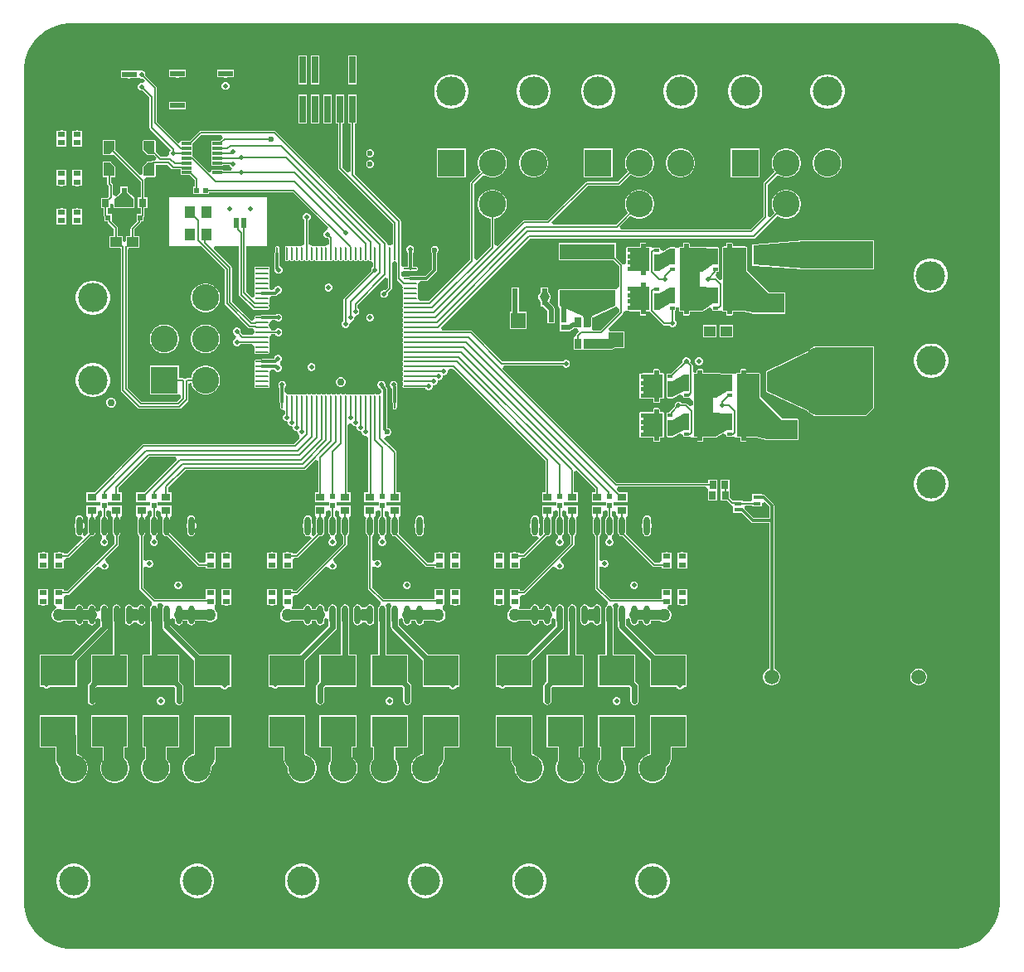
<source format=gtl>
G04*
G04 #@! TF.GenerationSoftware,Altium Limited,Altium Designer,24.4.1 (13)*
G04*
G04 Layer_Physical_Order=1*
G04 Layer_Color=255*
%FSLAX44Y44*%
%MOMM*%
G71*
G04*
G04 #@! TF.SameCoordinates,D7575A33-01EC-4171-9A11-0C774D8D2981*
G04*
G04*
G04 #@! TF.FilePolarity,Positive*
G04*
G01*
G75*
%ADD10C,0.6000*%
%ADD13C,0.5000*%
%ADD15C,0.2000*%
%ADD17C,0.2540*%
%ADD20C,0.3000*%
%ADD21R,1.1500X1.0500*%
%ADD22R,1.5000X1.5500*%
%ADD23O,0.6000X1.9500*%
%ADD24R,0.5500X0.5500*%
%ADD25R,0.5200X0.5200*%
%ADD26R,0.7565X0.8621*%
%ADD27R,0.5200X0.5200*%
%ADD28C,0.9900*%
%ADD29C,0.9698*%
%ADD30R,0.9779X0.3048*%
%ADD31R,1.5000X0.5500*%
%ADD32R,0.8000X0.5000*%
%ADD33R,0.9500X0.8000*%
%ADD34R,3.5700X3.1000*%
%ADD35R,0.5500X0.5500*%
%ADD36C,1.7397*%
%ADD37R,0.5800X1.7300*%
%ADD38R,5.7000X1.6000*%
%ADD39R,0.7000X1.0000*%
G04:AMPARAMS|DCode=40|XSize=0.2125mm|YSize=1.3552mm|CornerRadius=0.1062mm|HoleSize=0mm|Usage=FLASHONLY|Rotation=0.000|XOffset=0mm|YOffset=0mm|HoleType=Round|Shape=RoundedRectangle|*
%AMROUNDEDRECTD40*
21,1,0.2125,1.1428,0,0,0.0*
21,1,0.0000,1.3552,0,0,0.0*
1,1,0.2125,0.0000,-0.5714*
1,1,0.2125,0.0000,-0.5714*
1,1,0.2125,0.0000,0.5714*
1,1,0.2125,0.0000,0.5714*
%
%ADD40ROUNDEDRECTD40*%
G04:AMPARAMS|DCode=41|XSize=1.3552mm|YSize=0.2125mm|CornerRadius=0.1062mm|HoleSize=0mm|Usage=FLASHONLY|Rotation=0.000|XOffset=0mm|YOffset=0mm|HoleType=Round|Shape=RoundedRectangle|*
%AMROUNDEDRECTD41*
21,1,1.3552,0.0000,0,0,0.0*
21,1,1.1428,0.2125,0,0,0.0*
1,1,0.2125,0.5714,0.0000*
1,1,0.2125,-0.5714,0.0000*
1,1,0.2125,-0.5714,0.0000*
1,1,0.2125,0.5714,0.0000*
%
%ADD41ROUNDEDRECTD41*%
%ADD42R,1.3552X0.2125*%
%ADD43R,0.7500X0.8500*%
%ADD44R,0.7000X0.8500*%
%ADD45R,0.8000X0.4000*%
%ADD46R,1.0500X1.3000*%
%ADD47R,0.5750X1.1400*%
%ADD48R,0.5000X0.3500*%
%ADD49R,3.1500X1.9600*%
%ADD50C,0.7500*%
%ADD60C,2.7500*%
%ADD61R,2.7500X2.7500*%
%ADD62C,3.0000*%
%ADD64R,2.7500X2.7500*%
%ADD66C,2.7534*%
%ADD67R,2.7534X2.7534*%
%ADD68C,2.9972*%
%ADD69C,0.6000*%
%AMCUSTOMSHAPE70*
4,1,28,-1.1400,1.2250,-0.7250,1.2250,-0.7250,1.6050,-0.2950,1.6050,-0.2950,1.2250,0.8400,1.2250,0.8400,1.1750,1.1400,1.1750,1.1400,0.7750,0.8400,0.7750,0.8400,0.5250,1.1400,0.5250,1.1400,0.1250,0.8400,0.1250,0.8400,-0.1250,1.1400,-0.1250,1.1400,-0.5250,0.8400,-0.5250,0.8400,-0.7750,1.1400,-0.7750,1.1400,-1.1750,0.8400,-1.1750,0.8400,-1.2250,-0.2950,-1.2250,-0.2950,-1.6050,-0.7250,-1.6050,-0.7250,-1.2250,-1.1400,-1.2250,-1.1400,1.2250,0.0*%
%ADD70CUSTOMSHAPE70*%

%AMCUSTOMSHAPE71*
4,1,28,1.1400,-1.2250,0.7250,-1.2250,0.7250,-1.6050,0.2950,-1.6050,0.2950,-1.2250,-0.8400,-1.2250,-0.8400,-1.1750,-1.1400,-1.1750,-1.1400,-0.7750,-0.8400,-0.7750,-0.8400,-0.5250,-1.1400,-0.5250,-1.1400,-0.1250,-0.8400,-0.1250,-0.8400,0.1250,-1.1400,0.1250,-1.1400,0.5250,-0.8400,0.5250,-0.8400,0.7750,-1.1400,0.7750,-1.1400,1.1750,-0.8400,1.1750,-0.8400,1.2250,0.2950,1.2250,0.2950,1.6050,0.7250,1.6050,0.7250,1.2250,1.1400,1.2250,1.1400,-1.2250,0.0*%
%ADD71CUSTOMSHAPE71*%

%ADD72C,1.0000*%
%ADD73C,2.0000*%
%ADD74R,0.6500X2.7700*%
%ADD75C,1.5080*%
%ADD76C,0.5000*%
%ADD77C,1.2700*%
%ADD78C,1.0000*%
%ADD79C,4.0000*%
G36*
X959377Y947140D02*
X965450Y945513D01*
X971258Y943107D01*
X976703Y939964D01*
X981691Y936136D01*
X986136Y931691D01*
X989964Y926703D01*
X993107Y921258D01*
X995513Y915450D01*
X997140Y909377D01*
X997961Y903143D01*
Y900000D01*
Y50000D01*
Y46856D01*
X997140Y40623D01*
X995513Y34550D01*
X993107Y28742D01*
X989964Y23297D01*
X986136Y18309D01*
X981691Y13864D01*
X976703Y10036D01*
X971258Y6893D01*
X965450Y4487D01*
X959377Y2860D01*
X953143Y2039D01*
X46856D01*
X40623Y2860D01*
X34550Y4487D01*
X28742Y6893D01*
X23297Y10036D01*
X18309Y13864D01*
X13864Y18309D01*
X10036Y23297D01*
X6893Y28742D01*
X4487Y34550D01*
X2860Y40623D01*
X2039Y46856D01*
Y50000D01*
X2039Y900000D01*
Y903143D01*
X2860Y909377D01*
X4487Y915450D01*
X6893Y921258D01*
X10036Y926703D01*
X13864Y931691D01*
X18309Y936136D01*
X23297Y939964D01*
X28742Y943107D01*
X34550Y945513D01*
X40623Y947140D01*
X46856Y947961D01*
X50000Y947961D01*
X953143D01*
X959377Y947140D01*
D02*
G37*
%LPC*%
G36*
X122296Y899500D02*
X120704D01*
X120461Y899399D01*
X117516Y899266D01*
Y899266D01*
X110361D01*
X109796Y899500D01*
X108204D01*
X107639Y899266D01*
X100484D01*
Y891734D01*
X107639D01*
X108204Y891500D01*
X109796D01*
X110361Y891734D01*
X117516D01*
X117516Y891734D01*
X120461Y891601D01*
X120704Y891500D01*
X122296D01*
X122506Y891587D01*
X125016Y889078D01*
X123316Y886534D01*
X122546Y886853D01*
X120954D01*
X119484Y886244D01*
X118359Y885119D01*
X117750Y883649D01*
Y882058D01*
X118359Y880588D01*
X119484Y879462D01*
X120954Y878853D01*
X122546D01*
X122756Y878941D01*
X129944Y871752D01*
Y840750D01*
X129944Y840750D01*
X130101Y839963D01*
X130547Y839296D01*
X151567Y818277D01*
X150557Y817267D01*
X149948Y815797D01*
Y814206D01*
X148018Y811355D01*
X141559D01*
X136100Y816815D01*
Y827750D01*
X135778Y828528D01*
X135000Y828850D01*
X124000D01*
X123222Y828528D01*
X122900Y827750D01*
Y819250D01*
X123040Y818913D01*
X123141Y818563D01*
X127141Y813563D01*
X127198Y813532D01*
X127222Y813472D01*
X127559Y813333D01*
X127879Y813157D01*
X127940Y813175D01*
X128000Y813150D01*
X133950D01*
X136761Y810339D01*
X135518Y807339D01*
X132584D01*
X131797Y807183D01*
X131130Y806737D01*
X131130Y806737D01*
X130743Y806350D01*
X128000D01*
X127940Y806325D01*
X127879Y806343D01*
X127559Y806167D01*
X127222Y806028D01*
X127198Y805968D01*
X127141Y805937D01*
X123141Y800937D01*
X123040Y800587D01*
X122900Y800250D01*
Y793749D01*
X119900Y792507D01*
X94408Y817999D01*
X94859Y818563D01*
X94960Y818913D01*
X95100Y819250D01*
Y827750D01*
X94778Y828528D01*
X94000Y828850D01*
X83000D01*
X82222Y828528D01*
X81900Y827750D01*
Y814250D01*
X82222Y813472D01*
X83000Y813150D01*
X90000D01*
X90059Y813175D01*
X90121Y813157D01*
X90441Y813333D01*
X90778Y813472D01*
X93574Y813019D01*
X120753Y785840D01*
Y769621D01*
X118010D01*
Y758967D01*
X120753D01*
Y752866D01*
X116684D01*
Y745634D01*
X116684Y745634D01*
X116684D01*
X114850Y743507D01*
X111047Y739704D01*
X110601Y739037D01*
X110444Y738250D01*
X110445Y738250D01*
Y730516D01*
X105734D01*
Y725370D01*
X104000Y724369D01*
X102266Y725370D01*
Y730516D01*
X97555D01*
Y738500D01*
X97555Y738500D01*
X97399Y739287D01*
X96953Y739954D01*
X96953Y739954D01*
X91142Y745765D01*
Y752866D01*
X87073D01*
Y758923D01*
X89816D01*
Y763898D01*
X90152Y764123D01*
X93152Y762520D01*
Y759939D01*
X93236Y759737D01*
Y758923D01*
X94050D01*
X94252Y758840D01*
X113530D01*
X113838Y758967D01*
X114590D01*
Y759781D01*
X114674Y759983D01*
Y766655D01*
X114674Y768605D01*
X114665Y768704D01*
X114668Y768713D01*
X114590Y769621D01*
X114069D01*
X107600Y774921D01*
Y779600D01*
X107516Y779802D01*
Y780616D01*
X106702D01*
X106500Y780700D01*
X101300D01*
X101098Y780616D01*
X100284D01*
Y779802D01*
X100200Y779600D01*
Y774917D01*
X95520Y771039D01*
X92520Y772450D01*
Y781873D01*
X92520Y781874D01*
X92364Y782660D01*
X91918Y783327D01*
X91918Y783327D01*
X90555Y784689D01*
Y790650D01*
X94000D01*
X94778Y790972D01*
X95100Y791750D01*
Y800250D01*
X94960Y800587D01*
X94859Y800937D01*
X90859Y805937D01*
X90802Y805968D01*
X90778Y806028D01*
X90441Y806167D01*
X90121Y806343D01*
X90059Y806325D01*
X90000Y806350D01*
X83000D01*
X82222Y806028D01*
X81900Y805250D01*
Y791750D01*
X82222Y790972D01*
X83000Y790650D01*
X86445D01*
Y783838D01*
X86445Y783838D01*
X86601Y783052D01*
X87046Y782385D01*
X88409Y781022D01*
Y771077D01*
X86909Y769577D01*
X80219D01*
Y758923D01*
X82962D01*
Y751759D01*
X82962Y751759D01*
X83118Y750972D01*
X83564Y750305D01*
X83910Y749959D01*
Y745634D01*
X86804Y745141D01*
X86960Y744354D01*
X87406Y743687D01*
X93444Y737649D01*
Y730516D01*
X88734D01*
Y717984D01*
X99551D01*
X99750Y717944D01*
X100436D01*
Y572993D01*
X100436Y572993D01*
X100593Y572206D01*
X101039Y571539D01*
X118047Y554530D01*
X118714Y554085D01*
X119501Y553928D01*
X160249D01*
X160249Y553928D01*
X161036Y554085D01*
X161703Y554530D01*
X168961Y561789D01*
X169407Y562456D01*
X169564Y563243D01*
X169564Y563243D01*
Y579844D01*
X172563Y580139D01*
X172801Y578943D01*
X173915Y576256D01*
X175530Y573837D01*
X177587Y571781D01*
X180006Y570165D01*
X182693Y569052D01*
X185546Y568484D01*
X188454D01*
X191307Y569052D01*
X193994Y570165D01*
X196413Y571781D01*
X198470Y573837D01*
X200085Y576256D01*
X201199Y578943D01*
X201766Y581796D01*
Y584704D01*
X201199Y587557D01*
X200085Y590244D01*
X198470Y592663D01*
X196413Y594720D01*
X193994Y596335D01*
X191307Y597449D01*
X188454Y598016D01*
X185546D01*
X182693Y597449D01*
X180006Y596335D01*
X177587Y594720D01*
X175530Y592663D01*
X173915Y590244D01*
X172801Y587557D01*
X172354Y585305D01*
X168680D01*
X168680Y585305D01*
X167893Y585149D01*
X167226Y584703D01*
X164444Y584924D01*
X164107Y585149D01*
X163320Y585305D01*
X163320Y585305D01*
X159766D01*
Y598016D01*
X130234D01*
Y568484D01*
X159766D01*
Y568484D01*
X161517Y567962D01*
X161944Y564851D01*
X158149Y561055D01*
X121601D01*
X107563Y575093D01*
Y715070D01*
X108250Y717944D01*
X108449Y717984D01*
X119266D01*
Y730516D01*
X114556D01*
Y737399D01*
X120632Y743475D01*
X120632Y743475D01*
X121078Y744142D01*
X121234Y744929D01*
Y745634D01*
X123916D01*
Y749959D01*
X124262Y750305D01*
X124708Y750972D01*
X124864Y751759D01*
X124864Y751759D01*
Y758967D01*
X127607D01*
Y769621D01*
X124864D01*
Y786691D01*
X124864Y786691D01*
X124708Y787478D01*
X124560Y787699D01*
X125077Y789320D01*
X125999Y790650D01*
X135000D01*
X135778Y790972D01*
X136100Y791750D01*
Y803228D01*
X148253D01*
X152444Y799038D01*
X152444Y799038D01*
X153111Y798592D01*
X153897Y798436D01*
X162112D01*
Y792458D01*
X171016D01*
X176004Y787470D01*
Y780766D01*
X174293D01*
Y773234D01*
X182559Y773234D01*
X184825Y773234D01*
X190825D01*
Y774945D01*
X276399D01*
X312093Y739250D01*
X310851Y736250D01*
X310704D01*
X309234Y735641D01*
X308109Y734516D01*
X307500Y733046D01*
Y731454D01*
X308109Y729984D01*
X309234Y728859D01*
X310704Y728250D01*
X312296D01*
X313195Y725478D01*
Y722609D01*
X312555Y721955D01*
X310250Y720588D01*
X309675Y720473D01*
X309338Y720415D01*
X307750Y720236D01*
X306162Y720415D01*
X305825Y720473D01*
X305250Y720588D01*
X304675Y720473D01*
X304338Y720415D01*
X302750Y720236D01*
X301162Y720415D01*
X300825Y720473D01*
X300250Y720588D01*
X299675Y720473D01*
X299338Y720415D01*
X297750Y720236D01*
X296162Y720415D01*
X295825Y720473D01*
X295250Y720588D01*
X292945Y721955D01*
X292306Y722609D01*
Y746522D01*
X292516Y746609D01*
X293641Y747734D01*
X294250Y749204D01*
Y750796D01*
X293641Y752266D01*
X292516Y753391D01*
X291046Y754000D01*
X289454D01*
X287984Y753391D01*
X286859Y752266D01*
X286250Y750796D01*
Y749204D01*
X286859Y747734D01*
X287984Y746609D01*
X288195Y746522D01*
Y722609D01*
X287555Y721955D01*
X285250Y720588D01*
X284675Y720473D01*
X284338Y720415D01*
X282750Y720236D01*
X281162Y720415D01*
X280825Y720473D01*
X280250Y720588D01*
X279675Y720473D01*
X279338Y720415D01*
X277750Y720236D01*
X276162Y720415D01*
X275825Y720473D01*
X275250Y720588D01*
X274675Y720473D01*
X274338Y720415D01*
X272750Y720236D01*
X271162Y720415D01*
X270825Y720473D01*
X270250Y720588D01*
X269439Y720426D01*
X268752Y719967D01*
X268292Y719280D01*
X268131Y718469D01*
Y707041D01*
X268292Y706230D01*
X268752Y705543D01*
X269439Y705083D01*
X270250Y704922D01*
X270825Y705036D01*
X271162Y705095D01*
X272750Y705274D01*
X274338Y705095D01*
X274675Y705036D01*
X275250Y704922D01*
X275825Y705036D01*
X276162Y705095D01*
X277750Y705274D01*
X279338Y705095D01*
X279675Y705036D01*
X280250Y704922D01*
X280825Y705036D01*
X281162Y705095D01*
X282750Y705274D01*
X284338Y705095D01*
X284675Y705036D01*
X285250Y704922D01*
X285825Y705036D01*
X286162Y705095D01*
X287750Y705274D01*
X289338Y705095D01*
X289675Y705036D01*
X290250Y704922D01*
X290825Y705036D01*
X291162Y705095D01*
X292750Y705274D01*
X294338Y705095D01*
X294675Y705036D01*
X295250Y704922D01*
X295825Y705036D01*
X296162Y705095D01*
X297750Y705274D01*
X299338Y705095D01*
X299675Y705036D01*
X300250Y704922D01*
X300825Y705036D01*
X301162Y705095D01*
X302750Y705274D01*
X304338Y705095D01*
X304675Y705036D01*
X305250Y704922D01*
X305825Y705036D01*
X306162Y705095D01*
X307750Y705274D01*
X309338Y705095D01*
X309675Y705036D01*
X310250Y704922D01*
X310825Y705036D01*
X311162Y705095D01*
X312750Y705274D01*
X314338Y705095D01*
X314675Y705036D01*
X315250Y704922D01*
X315825Y705036D01*
X316162Y705095D01*
X317750Y705274D01*
X319338Y705095D01*
X319675Y705036D01*
X320250Y704922D01*
X320825Y705036D01*
X321162Y705095D01*
X322750Y705274D01*
X324338Y705095D01*
X324675Y705036D01*
X325250Y704922D01*
X325825Y705036D01*
X326162Y705095D01*
X327750Y705274D01*
X329338Y705095D01*
X329675Y705036D01*
X330250Y704922D01*
X331061Y705083D01*
X331955Y705543D01*
X333545D01*
X334439Y705083D01*
X335250Y704922D01*
X335825Y705036D01*
X336162Y705095D01*
X337750Y705274D01*
X339338Y705095D01*
X339675Y705036D01*
X340250Y704922D01*
X340825Y705036D01*
X341162Y705095D01*
X342750Y705274D01*
X344338Y705095D01*
X344675Y705036D01*
X345250Y704922D01*
X345825Y705036D01*
X346162Y705095D01*
X347750Y705274D01*
X349338Y705095D01*
X349675Y705036D01*
X350250Y704922D01*
X351061Y705083D01*
X351955Y705543D01*
X353545D01*
X354439Y705083D01*
X355250Y704922D01*
X357555Y703555D01*
X358195Y702901D01*
Y699228D01*
X357984Y699141D01*
X356859Y698016D01*
X356250Y696546D01*
Y694954D01*
X356337Y694744D01*
X328546Y666954D01*
X328101Y666287D01*
X327944Y665500D01*
X327944Y665500D01*
Y643978D01*
X327734Y643891D01*
X326609Y642766D01*
X326000Y641296D01*
Y639704D01*
X326609Y638234D01*
X327734Y637109D01*
X329204Y636500D01*
X330796D01*
X332266Y637109D01*
X333391Y638234D01*
X334000Y639704D01*
Y640228D01*
X334085Y641376D01*
X335796Y643000D01*
X337266Y643609D01*
X338391Y644734D01*
X339000Y646204D01*
Y646728D01*
X339085Y647876D01*
X340796Y649500D01*
X342266Y650109D01*
X343391Y651234D01*
X344000Y652704D01*
Y654296D01*
X343391Y655766D01*
X342266Y656891D01*
X342056Y656978D01*
Y659899D01*
X370195Y688037D01*
X373195Y686795D01*
Y677851D01*
X370506Y675163D01*
X370296Y675250D01*
X368704D01*
X367234Y674641D01*
X366109Y673516D01*
X365500Y672046D01*
Y670454D01*
X366109Y668984D01*
X367234Y667859D01*
X368704Y667250D01*
X370296D01*
X371766Y667859D01*
X372891Y668984D01*
X373500Y670454D01*
Y672046D01*
X373413Y672256D01*
X376703Y675547D01*
X377149Y676213D01*
X377305Y677000D01*
X377305Y677000D01*
Y702901D01*
X377850Y703458D01*
X380471Y704696D01*
X382271Y702852D01*
X382444Y702533D01*
Y686729D01*
X382444Y686729D01*
X382601Y685942D01*
X383046Y685275D01*
X387248Y681074D01*
X387884Y680013D01*
X388274Y678099D01*
X388190Y677092D01*
X388172Y677000D01*
X388286Y676425D01*
X388345Y676088D01*
X388523Y674500D01*
X388345Y672912D01*
X388286Y672575D01*
X388172Y672000D01*
X388286Y671425D01*
X388345Y671088D01*
X388523Y669500D01*
X388345Y667912D01*
X388286Y667575D01*
X388172Y667000D01*
X388286Y666425D01*
X388345Y666088D01*
X388523Y664500D01*
X388345Y662912D01*
X388286Y662575D01*
X388172Y662000D01*
X388286Y661425D01*
X388345Y661088D01*
X388523Y659500D01*
X388345Y657912D01*
X388286Y657575D01*
X388172Y657000D01*
X388286Y656425D01*
X388345Y656088D01*
X388523Y654500D01*
X388345Y652912D01*
X388286Y652575D01*
X388172Y652000D01*
X388286Y651425D01*
X388345Y651088D01*
X388523Y649500D01*
X388345Y647912D01*
X388286Y647575D01*
X388172Y647000D01*
X388286Y646425D01*
X388345Y646088D01*
X388523Y644500D01*
X388345Y642912D01*
X388286Y642575D01*
X388172Y642000D01*
X388286Y641425D01*
X388345Y641088D01*
X388523Y639500D01*
X388345Y637912D01*
X388286Y637575D01*
X388172Y637000D01*
X388286Y636425D01*
X388345Y636088D01*
X388523Y634500D01*
X388345Y632912D01*
X388286Y632575D01*
X388172Y632000D01*
X388286Y631425D01*
X388345Y631088D01*
X388523Y629500D01*
X388345Y627912D01*
X388286Y627575D01*
X388172Y627000D01*
X388286Y626425D01*
X388345Y626088D01*
X388523Y624500D01*
X388345Y622912D01*
X388286Y622575D01*
X388172Y622000D01*
X388286Y621425D01*
X388345Y621088D01*
X388523Y619500D01*
X388345Y617912D01*
X388286Y617575D01*
X388172Y617000D01*
X388286Y616425D01*
X388345Y616088D01*
X388523Y614500D01*
X388345Y612912D01*
X388286Y612575D01*
X388172Y612000D01*
X388286Y611425D01*
X388345Y611088D01*
X388523Y609500D01*
X388345Y607912D01*
X388286Y607575D01*
X388172Y607000D01*
X388286Y606425D01*
X388345Y606088D01*
X388523Y604500D01*
X388345Y602912D01*
X388286Y602575D01*
X388172Y602000D01*
X388286Y601425D01*
X388345Y601088D01*
X388523Y599500D01*
X388345Y597912D01*
X388286Y597575D01*
X388172Y597000D01*
X388333Y596189D01*
X388793Y595295D01*
Y593705D01*
X388333Y592811D01*
X388172Y592000D01*
X388333Y591189D01*
X388793Y590295D01*
Y588705D01*
X388333Y587811D01*
X388172Y587000D01*
X388333Y586189D01*
X388793Y585295D01*
Y583705D01*
X388333Y582811D01*
X388172Y582000D01*
X388333Y581189D01*
X388793Y580295D01*
Y578705D01*
X388333Y577811D01*
X388172Y577000D01*
X388333Y576189D01*
X388793Y575502D01*
X389480Y575042D01*
X390291Y574881D01*
X401719D01*
X402038Y574944D01*
X411522D01*
X411609Y574734D01*
X412734Y573609D01*
X414204Y573000D01*
X415796D01*
X417266Y573609D01*
X418391Y574734D01*
X419000Y576204D01*
X419184Y577817D01*
X420796Y578000D01*
X422266Y578609D01*
X423391Y579734D01*
X424000Y581204D01*
X424184Y582817D01*
X425796Y583000D01*
X427266Y583609D01*
X428391Y584734D01*
X429000Y586204D01*
X429184Y587817D01*
X430796Y588000D01*
X432266Y588609D01*
X433391Y589734D01*
X434000Y591204D01*
Y592796D01*
X436357Y594944D01*
X439649D01*
X534194Y500399D01*
Y468766D01*
X530484D01*
Y458734D01*
X541984D01*
X542016Y458734D01*
X544984Y458657D01*
X544984Y457234D01*
Y455343D01*
X542016Y455266D01*
X541984Y455266D01*
X530484D01*
Y445234D01*
X530484D01*
X532034Y442915D01*
X532201Y442234D01*
X531955Y441000D01*
Y427500D01*
X532152Y426510D01*
X529059Y423417D01*
X526915Y425176D01*
X527082Y425757D01*
X527133Y425933D01*
X527199Y426263D01*
X527445Y427500D01*
Y431245D01*
X527606Y431407D01*
X528370Y433252D01*
Y435249D01*
X527606Y437094D01*
X527445Y437255D01*
Y441000D01*
X527133Y442567D01*
X526245Y443896D01*
X524917Y444783D01*
X523350Y445095D01*
X521783Y444783D01*
X520455Y443896D01*
X519567Y442567D01*
X519255Y441000D01*
Y437255D01*
X519094Y437094D01*
X518330Y435249D01*
Y433252D01*
X519094Y431407D01*
X519255Y431245D01*
Y427500D01*
X519567Y425933D01*
X520455Y424605D01*
X521783Y423717D01*
X523350Y423405D01*
X524493Y423633D01*
X524917Y423717D01*
X525112Y423773D01*
X525674Y423935D01*
X527434Y421791D01*
X511210Y405567D01*
X507766D01*
Y407016D01*
X504715D01*
X503545Y407500D01*
X501954D01*
X500784Y407016D01*
X497734D01*
X497734Y398016D01*
X497734Y396984D01*
Y390984D01*
X500786D01*
X501954Y390500D01*
X503545D01*
X504714Y390984D01*
X507766D01*
X507766Y399335D01*
X509887Y401456D01*
X512062D01*
X512062Y401456D01*
X512848Y401613D01*
X513515Y402058D01*
X535059Y423603D01*
X536050Y423405D01*
X537617Y423717D01*
X538945Y424605D01*
X539833Y425933D01*
X540145Y427500D01*
Y441000D01*
X539899Y442234D01*
X540063Y442903D01*
X541659Y445234D01*
X542016D01*
Y448710D01*
X545016Y450214D01*
X546642Y449000D01*
X546695Y448930D01*
Y444457D01*
X545855Y443896D01*
X544967Y442567D01*
X544655Y441000D01*
Y427500D01*
X544967Y425933D01*
X545855Y424605D01*
X546527Y424156D01*
X546673Y421652D01*
X546484Y420891D01*
X545359Y419766D01*
X544750Y418296D01*
Y416704D01*
X545359Y415234D01*
X546484Y414109D01*
X547954Y413500D01*
X549546D01*
X551016Y414109D01*
X552141Y415234D01*
X552750Y416704D01*
Y418296D01*
X552141Y419766D01*
X551016Y420891D01*
X550828Y421652D01*
X550973Y424156D01*
X551645Y424605D01*
X552533Y425933D01*
X552845Y427500D01*
Y441000D01*
X552533Y442567D01*
X551645Y443896D01*
X550806Y444457D01*
Y448930D01*
X550859Y449001D01*
X552484Y450214D01*
X555484Y448709D01*
Y445234D01*
X555841D01*
X557437Y442903D01*
X557601Y442234D01*
X557355Y441000D01*
Y427500D01*
X557667Y425933D01*
X558555Y424605D01*
X559394Y424044D01*
Y416051D01*
X511149Y367806D01*
X507766D01*
Y369266D01*
X504715D01*
X503546Y369750D01*
X501955D01*
X500786Y369266D01*
X497734D01*
X497734Y360266D01*
X497734Y359234D01*
Y353234D01*
X498248D01*
X499689Y350514D01*
X499608Y350234D01*
X498072Y349348D01*
X496653Y347929D01*
X495650Y346191D01*
X495130Y344253D01*
Y342247D01*
X495650Y340309D01*
X496653Y338571D01*
X498072Y337153D01*
X499809Y336149D01*
X501747Y335630D01*
X503754D01*
X505692Y336149D01*
X507366Y337116D01*
X519255D01*
Y336500D01*
X519567Y334933D01*
X520455Y333605D01*
X521783Y332717D01*
X523350Y332406D01*
X524917Y332717D01*
X526245Y333605D01*
X527133Y334933D01*
X527445Y336500D01*
Y337116D01*
X531955D01*
Y336500D01*
X532267Y334933D01*
X533155Y333605D01*
X534483Y332717D01*
X536050Y332406D01*
X537617Y332717D01*
X538945Y333605D01*
X539833Y334933D01*
X540145Y336500D01*
Y338708D01*
X540290Y338848D01*
X540387Y338913D01*
X540441Y338993D01*
X541655Y340162D01*
X544655Y339248D01*
Y332346D01*
X515075Y302766D01*
X483134D01*
Y269734D01*
X486709D01*
X487734Y268709D01*
X489204Y268100D01*
X490796D01*
X492266Y268709D01*
X493290Y269734D01*
X520866D01*
Y296975D01*
X551645Y327755D01*
X552533Y329083D01*
X552845Y330650D01*
Y343250D01*
Y350000D01*
X552533Y351567D01*
X551645Y352896D01*
X550317Y353783D01*
X548750Y354095D01*
X547183Y353783D01*
X545855Y352896D01*
X544967Y351567D01*
X544655Y350000D01*
Y347252D01*
X541655Y346338D01*
X540441Y347507D01*
X540387Y347587D01*
X540290Y347653D01*
X540145Y347792D01*
Y350000D01*
X539833Y351567D01*
X538945Y352896D01*
X537617Y353783D01*
X536050Y354095D01*
X534483Y353783D01*
X533155Y352896D01*
X532267Y351567D01*
X531955Y350000D01*
Y349384D01*
X527445D01*
Y350000D01*
X527133Y351567D01*
X526245Y352896D01*
X524917Y353783D01*
X523350Y354095D01*
X521783Y353783D01*
X520455Y352896D01*
X519567Y351567D01*
X519255Y350000D01*
Y349384D01*
X508302D01*
X507550Y350234D01*
X507766Y353234D01*
X507766D01*
X507766Y361573D01*
X509887Y363695D01*
X512000D01*
X512000Y363695D01*
X512787Y363851D01*
X513454Y364297D01*
X542000Y392843D01*
X542965Y392799D01*
X545323Y391924D01*
X545609Y391234D01*
X546734Y390109D01*
X548204Y389500D01*
X549796D01*
X551266Y390109D01*
X552391Y391234D01*
X553000Y392704D01*
Y394296D01*
X552391Y395766D01*
X551266Y396891D01*
X550576Y397177D01*
X549701Y399535D01*
X549657Y400500D01*
X562903Y413746D01*
X562904Y413746D01*
X563349Y414413D01*
X563506Y415200D01*
X563506Y415200D01*
Y424044D01*
X564345Y424605D01*
X565233Y425933D01*
X565545Y427500D01*
Y441000D01*
X565299Y442234D01*
X565466Y442915D01*
X567016Y445234D01*
X567016D01*
Y455266D01*
X555516D01*
X555484Y455266D01*
X552516Y455344D01*
X552516Y458656D01*
X555484Y458734D01*
X555516Y458734D01*
X567016D01*
Y468766D01*
X563306D01*
Y489545D01*
X566306Y490788D01*
X584944Y472149D01*
Y468766D01*
X581234D01*
Y458734D01*
X592734D01*
X592766Y458734D01*
X595734Y458657D01*
X595734Y457234D01*
Y455343D01*
X592766Y455266D01*
X592734Y455266D01*
X581234D01*
Y445234D01*
X581241D01*
X582837Y442903D01*
X583001Y442234D01*
X582755Y441000D01*
Y427500D01*
X583067Y425933D01*
X583955Y424605D01*
X584795Y424044D01*
Y370400D01*
X584795Y370400D01*
X584951Y369613D01*
X585397Y368946D01*
X597581Y356762D01*
X597689Y355960D01*
X597374Y353732D01*
X597086Y353184D01*
X596655Y352896D01*
X595767Y351567D01*
X595455Y350000D01*
Y343250D01*
Y336500D01*
Y302766D01*
X587884D01*
Y269734D01*
X619825D01*
X620905Y268654D01*
Y255250D01*
X621000Y254774D01*
Y254454D01*
X621122Y254159D01*
X621217Y253683D01*
X621487Y253279D01*
X621609Y252984D01*
X621835Y252758D01*
X622104Y252354D01*
X622508Y252085D01*
X622734Y251859D01*
X623029Y251737D01*
X623433Y251467D01*
X623909Y251372D01*
X624204Y251250D01*
X624524D01*
X625000Y251155D01*
X625476Y251250D01*
X625796D01*
X626091Y251372D01*
X626567Y251467D01*
X626970Y251737D01*
X627266Y251859D01*
X627492Y252085D01*
X627895Y252354D01*
X628165Y252758D01*
X628391Y252984D01*
X628513Y253279D01*
X628783Y253683D01*
X628877Y254159D01*
X629000Y254454D01*
Y254774D01*
X629095Y255250D01*
Y270350D01*
X628783Y271917D01*
X627895Y273246D01*
X625616Y275525D01*
Y302766D01*
X603645D01*
Y343250D01*
Y350000D01*
X603333Y351567D01*
X602876Y352252D01*
X603654Y354515D01*
X604204Y355252D01*
X607596D01*
X608146Y354515D01*
X608924Y352252D01*
X608467Y351567D01*
X608155Y350000D01*
Y343250D01*
Y331150D01*
X608467Y329583D01*
X609355Y328255D01*
X640634Y296975D01*
Y269734D01*
X667736D01*
X668109Y268834D01*
X669234Y267709D01*
X670704Y267100D01*
X672296D01*
X673766Y267709D01*
X674891Y268834D01*
X675264Y269734D01*
X678366D01*
Y302766D01*
X646425D01*
X616345Y332846D01*
Y339248D01*
X619345Y340162D01*
X620559Y338993D01*
X620613Y338913D01*
X620710Y338848D01*
X620855Y338708D01*
Y336500D01*
X621167Y334933D01*
X622055Y333605D01*
X623383Y332717D01*
X624950Y332406D01*
X626517Y332717D01*
X627845Y333605D01*
X628733Y334933D01*
X629045Y336500D01*
Y337116D01*
X633555D01*
Y336500D01*
X633867Y334933D01*
X634755Y333605D01*
X636083Y332717D01*
X637650Y332406D01*
X639217Y332717D01*
X640545Y333605D01*
X641433Y334933D01*
X641745Y336500D01*
Y337116D01*
X650514D01*
X652189Y336149D01*
X654127Y335630D01*
X656133D01*
X658071Y336149D01*
X659809Y337153D01*
X661227Y338571D01*
X662231Y340309D01*
X662750Y342247D01*
Y344253D01*
X662231Y346191D01*
X661227Y347929D01*
X659809Y349348D01*
X658875Y349887D01*
X658799Y350549D01*
X659153Y352982D01*
X659163Y353006D01*
X659714Y353234D01*
X662766D01*
X662766Y362234D01*
X662766Y363266D01*
Y369266D01*
X659714D01*
X658546Y369750D01*
X656954D01*
X655786Y369266D01*
X652734D01*
Y363266D01*
X652734Y362234D01*
X652424Y359363D01*
X600794D01*
X588905Y371251D01*
Y391768D01*
X589337Y392026D01*
X591906Y392688D01*
X592484Y392109D01*
X593954Y391500D01*
X595546D01*
X597016Y392109D01*
X598141Y393234D01*
X598750Y394704D01*
Y396296D01*
X598141Y397766D01*
X597016Y398891D01*
X595546Y399500D01*
X593954D01*
X592484Y398891D01*
X591906Y398312D01*
X589337Y398974D01*
X588905Y399232D01*
Y424044D01*
X589745Y424605D01*
X590633Y425933D01*
X590945Y427500D01*
Y441000D01*
X590699Y442234D01*
X590863Y442903D01*
X592459Y445234D01*
X592766D01*
Y448729D01*
X595766Y450238D01*
X597414Y449014D01*
X597469Y448940D01*
Y444440D01*
X596655Y443896D01*
X595767Y442567D01*
X595455Y441000D01*
Y427500D01*
X595767Y425933D01*
X596655Y424605D01*
X597327Y424156D01*
X597472Y421652D01*
X597284Y420891D01*
X596159Y419766D01*
X595550Y418296D01*
Y416704D01*
X596159Y415234D01*
X597284Y414109D01*
X598754Y413500D01*
X600346D01*
X601816Y414109D01*
X602941Y415234D01*
X603550Y416704D01*
Y418296D01*
X602941Y419766D01*
X601816Y420891D01*
X601628Y421652D01*
X601773Y424156D01*
X602445Y424605D01*
X603333Y425933D01*
X603645Y427500D01*
Y441000D01*
X603333Y442567D01*
X602445Y443896D01*
X601581Y444473D01*
Y448919D01*
X601630Y448987D01*
X603234Y450190D01*
X606234Y448690D01*
Y445234D01*
X606641D01*
X608237Y442903D01*
X608401Y442234D01*
X608155Y441000D01*
Y427500D01*
X608467Y425933D01*
X609355Y424605D01*
X610683Y423717D01*
X612250Y423405D01*
X613241Y423603D01*
X643797Y393046D01*
X644464Y392601D01*
X645250Y392444D01*
X645250Y392444D01*
X652734D01*
Y390984D01*
X655786D01*
X656954Y390500D01*
X658546D01*
X659714Y390984D01*
X662766D01*
X662766Y399984D01*
X662766Y401016D01*
Y407016D01*
X659715D01*
X658546Y407500D01*
X656954D01*
X655785Y407016D01*
X652734D01*
X652734Y398677D01*
X650613Y396555D01*
X646102D01*
X616148Y426510D01*
X616345Y427500D01*
Y441000D01*
X616099Y442234D01*
X616253Y442861D01*
X617766Y445234D01*
X617766Y445234D01*
X617766Y445234D01*
Y455266D01*
X606266D01*
X606234Y455266D01*
X603266Y455343D01*
X603266Y458657D01*
X606234Y458734D01*
X606266Y458734D01*
X617766D01*
Y468766D01*
X609141D01*
X606713Y471194D01*
X607955Y474194D01*
X697920D01*
X700150Y471194D01*
X699984Y470266D01*
X699984Y468191D01*
Y459734D01*
X709516D01*
Y467984D01*
X709516Y470266D01*
X709516Y472925D01*
Y481516D01*
X700484D01*
Y478305D01*
X607102D01*
X490462Y594944D01*
X491705Y597944D01*
X551522D01*
X551609Y597734D01*
X552734Y596609D01*
X554204Y596000D01*
X555796D01*
X557266Y596609D01*
X558391Y597734D01*
X559000Y599204D01*
Y600796D01*
X558391Y602266D01*
X557266Y603391D01*
X555796Y604000D01*
X554204D01*
X552734Y603391D01*
X551609Y602266D01*
X551522Y602056D01*
X490601D01*
X459203Y633453D01*
X458537Y633899D01*
X457750Y634056D01*
X457750Y634055D01*
X428455D01*
X427212Y637056D01*
X518101Y727944D01*
X747000D01*
X747000Y727944D01*
X747787Y728101D01*
X748454Y728547D01*
X771097Y751190D01*
X773006Y749915D01*
X775693Y748802D01*
X778546Y748234D01*
X781454D01*
X784307Y748802D01*
X786994Y749915D01*
X789413Y751531D01*
X791470Y753587D01*
X793086Y756006D01*
X794199Y758693D01*
X794766Y761546D01*
Y764454D01*
X794199Y767307D01*
X793086Y769995D01*
X791470Y772413D01*
X789413Y774470D01*
X786994Y776086D01*
X784307Y777199D01*
X781454Y777766D01*
X778546D01*
X775693Y777199D01*
X773006Y776086D01*
X770587Y774470D01*
X768531Y772413D01*
X766915Y769995D01*
X765802Y767307D01*
X765234Y764454D01*
Y761546D01*
X765802Y758693D01*
X766915Y756006D01*
X768190Y754097D01*
X763779Y749686D01*
X760806Y750955D01*
Y782898D01*
X771097Y793190D01*
X773006Y791915D01*
X775693Y790801D01*
X778546Y790234D01*
X781454D01*
X784307Y790801D01*
X786994Y791915D01*
X789413Y793531D01*
X791470Y795587D01*
X793086Y798006D01*
X794199Y800693D01*
X794766Y803546D01*
Y806454D01*
X794199Y809307D01*
X793086Y811994D01*
X791470Y814413D01*
X789413Y816470D01*
X786994Y818085D01*
X784307Y819199D01*
X781454Y819766D01*
X778546D01*
X775693Y819199D01*
X773006Y818085D01*
X770587Y816470D01*
X768531Y814413D01*
X766915Y811994D01*
X765802Y809307D01*
X765234Y806454D01*
Y803546D01*
X765802Y800693D01*
X766915Y798006D01*
X768190Y796097D01*
X757297Y785203D01*
X756851Y784537D01*
X756694Y783750D01*
X756694Y783750D01*
Y750601D01*
X743149Y737056D01*
X611205D01*
X609962Y740055D01*
X621097Y751190D01*
X623006Y749915D01*
X625693Y748802D01*
X628546Y748234D01*
X631454D01*
X634307Y748802D01*
X636994Y749915D01*
X639413Y751531D01*
X641469Y753587D01*
X643085Y756006D01*
X644199Y758693D01*
X644766Y761546D01*
Y764454D01*
X644199Y767307D01*
X643085Y769995D01*
X641469Y772413D01*
X639413Y774470D01*
X636994Y776086D01*
X634307Y777199D01*
X631454Y777766D01*
X628546D01*
X625693Y777199D01*
X623006Y776086D01*
X620587Y774470D01*
X618530Y772413D01*
X616914Y769995D01*
X615801Y767307D01*
X615234Y764454D01*
Y761546D01*
X615801Y758693D01*
X616914Y756006D01*
X618190Y754097D01*
X605898Y741805D01*
X541705D01*
X540462Y744806D01*
X577351Y781694D01*
X608750D01*
X608750Y781694D01*
X609536Y781851D01*
X610203Y782297D01*
X621097Y793190D01*
X623006Y791915D01*
X625693Y790801D01*
X628546Y790234D01*
X631454D01*
X634307Y790801D01*
X636994Y791915D01*
X639413Y793531D01*
X641469Y795587D01*
X643085Y798006D01*
X644199Y800693D01*
X644766Y803546D01*
Y806454D01*
X644199Y809307D01*
X643085Y811994D01*
X641469Y814413D01*
X639413Y816470D01*
X636994Y818085D01*
X634307Y819199D01*
X631454Y819766D01*
X628546D01*
X625693Y819199D01*
X623006Y818085D01*
X620587Y816470D01*
X618530Y814413D01*
X616914Y811994D01*
X615801Y809307D01*
X615234Y806454D01*
Y803546D01*
X615801Y800693D01*
X616914Y798006D01*
X618190Y796097D01*
X607898Y785806D01*
X576500D01*
X576500Y785806D01*
X575713Y785649D01*
X575047Y785203D01*
X536149Y746305D01*
X512000D01*
X512000Y746305D01*
X511213Y746149D01*
X510546Y745704D01*
X510546Y745703D01*
X485056Y720212D01*
X482056Y721455D01*
Y748354D01*
X484307Y748802D01*
X486994Y749915D01*
X489413Y751531D01*
X491470Y753587D01*
X493086Y756006D01*
X494199Y758693D01*
X494766Y761546D01*
Y764454D01*
X494199Y767307D01*
X493086Y769995D01*
X491470Y772413D01*
X489413Y774470D01*
X486994Y776086D01*
X484307Y777199D01*
X481454Y777766D01*
X478546D01*
X475693Y777199D01*
X473006Y776086D01*
X470587Y774470D01*
X468531Y772413D01*
X466915Y769995D01*
X465802Y767307D01*
X465234Y764454D01*
Y761546D01*
X465802Y758693D01*
X466915Y756006D01*
X468531Y753587D01*
X470587Y751531D01*
X473006Y749915D01*
X475693Y748802D01*
X477945Y748354D01*
Y719602D01*
X464055Y705712D01*
X461055Y706955D01*
Y783148D01*
X471097Y793190D01*
X473006Y791915D01*
X475693Y790801D01*
X478546Y790234D01*
X481454D01*
X484307Y790801D01*
X486994Y791915D01*
X489413Y793531D01*
X491470Y795587D01*
X493086Y798006D01*
X494199Y800693D01*
X494766Y803546D01*
Y806454D01*
X494199Y809307D01*
X493086Y811994D01*
X491470Y814413D01*
X489413Y816470D01*
X486994Y818085D01*
X484307Y819199D01*
X481454Y819766D01*
X478546D01*
X475693Y819199D01*
X473006Y818085D01*
X470587Y816470D01*
X468531Y814413D01*
X466915Y811994D01*
X465802Y809307D01*
X465234Y806454D01*
Y803546D01*
X465802Y800693D01*
X466915Y798006D01*
X468190Y796097D01*
X457547Y785453D01*
X457101Y784787D01*
X456945Y784000D01*
X456945Y784000D01*
Y705851D01*
X415149Y664055D01*
X405859D01*
X405205Y664695D01*
X403838Y667000D01*
X403723Y667575D01*
X403665Y667912D01*
X403486Y669500D01*
X403665Y671088D01*
X403723Y671425D01*
X403838Y672000D01*
X403723Y672575D01*
X403665Y672912D01*
X403486Y674500D01*
X403665Y676088D01*
X403723Y676425D01*
X403838Y677000D01*
X403723Y677575D01*
X403665Y677912D01*
X403486Y679500D01*
X403665Y681088D01*
X403723Y681425D01*
X403838Y682000D01*
X405606Y684063D01*
X406179Y684435D01*
X412372D01*
X413354Y684630D01*
X414186Y685186D01*
X422814Y693814D01*
X423370Y694646D01*
X423565Y695628D01*
Y713136D01*
X424405Y713975D01*
X425016Y715451D01*
Y717049D01*
X424405Y718525D01*
X423275Y719655D01*
X421799Y720266D01*
X420201D01*
X418725Y719655D01*
X417595Y718525D01*
X416984Y717049D01*
Y715451D01*
X417595Y713975D01*
X418435Y713136D01*
Y696691D01*
X411310Y689565D01*
X396005D01*
X395023Y689370D01*
X394647Y689119D01*
X390291D01*
X389556Y688973D01*
X389476Y688959D01*
X387029Y689948D01*
X386555Y690337D01*
Y693663D01*
X387029Y694052D01*
X389476Y695041D01*
X389556Y695027D01*
X390291Y694881D01*
X394647D01*
X395023Y694630D01*
X396005Y694435D01*
X396987Y694630D01*
X397362Y694881D01*
X401719D01*
X402529Y695042D01*
X403217Y695502D01*
X403676Y696189D01*
X403838Y697000D01*
X403676Y697811D01*
X403217Y698499D01*
X402529Y698958D01*
X401719Y699119D01*
X398570D01*
Y713663D01*
X399391Y714484D01*
X400000Y715954D01*
Y717546D01*
X399391Y719016D01*
X398266Y720141D01*
X396796Y720750D01*
X395204D01*
X393734Y720141D01*
X392609Y719016D01*
X392000Y717546D01*
Y715954D01*
X392609Y714484D01*
X393439Y713654D01*
Y699119D01*
X390291D01*
X389556Y698973D01*
X389476Y698959D01*
X387029Y699948D01*
X386555Y700337D01*
Y745500D01*
X386399Y746287D01*
X385953Y746954D01*
X385953Y746954D01*
X339105Y793801D01*
Y845134D01*
X341316D01*
Y874866D01*
X332784D01*
Y845134D01*
X334995D01*
Y796405D01*
X331995Y795162D01*
X326405Y800751D01*
Y845134D01*
X328616D01*
Y874866D01*
X320084D01*
Y845134D01*
X322295D01*
Y799900D01*
X322295Y799900D01*
X322451Y799113D01*
X322896Y798447D01*
X378195Y743149D01*
Y722609D01*
X377555Y721955D01*
X375250Y720588D01*
X372945Y721955D01*
X372305Y722609D01*
Y723000D01*
X372305Y723000D01*
X372149Y723787D01*
X371703Y724454D01*
X371703Y724454D01*
X258953Y837204D01*
X258287Y837649D01*
X257500Y837805D01*
X257500Y837805D01*
X182128D01*
X181341Y837649D01*
X180675Y837204D01*
X171016Y827545D01*
X162112D01*
Y826537D01*
X159112Y825295D01*
X137556Y846851D01*
Y881500D01*
X137556Y881500D01*
X137399Y882287D01*
X136953Y882953D01*
X125413Y894494D01*
X125500Y894704D01*
Y896296D01*
X124891Y897766D01*
X123766Y898891D01*
X122296Y899500D01*
D02*
G37*
G36*
X159046Y900250D02*
X157454D01*
X156889Y900016D01*
X149734D01*
Y892484D01*
X156889D01*
X157454Y892250D01*
X159046D01*
X159611Y892484D01*
X166766D01*
Y900016D01*
X159611D01*
X159046Y900250D01*
D02*
G37*
G36*
X208296Y900250D02*
X206704D01*
X206140Y900016D01*
X198984D01*
Y892484D01*
X206139D01*
X206704Y892250D01*
X208296D01*
X208861Y892484D01*
X216016D01*
Y900016D01*
X208860D01*
X208296Y900250D01*
D02*
G37*
G36*
X341316Y915166D02*
X332784D01*
Y885434D01*
X341316D01*
Y915166D01*
D02*
G37*
G36*
X303216D02*
X294684D01*
Y885434D01*
X303216D01*
Y915166D01*
D02*
G37*
G36*
X290516D02*
X281984D01*
Y885434D01*
X290516D01*
Y915166D01*
D02*
G37*
G36*
X208296Y887700D02*
X206705D01*
X205235Y887091D01*
X204109Y885966D01*
X203500Y884496D01*
Y882904D01*
X204109Y881434D01*
X205235Y880309D01*
X206705Y879700D01*
X208296D01*
X209766Y880309D01*
X210891Y881434D01*
X211500Y882904D01*
Y884496D01*
X210891Y885966D01*
X209766Y887091D01*
X208296Y887700D01*
D02*
G37*
G36*
X823724Y895500D02*
X820276D01*
X816896Y894828D01*
X813711Y893509D01*
X810844Y891593D01*
X808407Y889156D01*
X806492Y886290D01*
X805173Y883105D01*
X804500Y879724D01*
Y876277D01*
X805173Y872896D01*
X806492Y869711D01*
X808407Y866845D01*
X810844Y864407D01*
X813711Y862492D01*
X816896Y861173D01*
X820276Y860500D01*
X823724D01*
X827105Y861173D01*
X830290Y862492D01*
X833156Y864407D01*
X835593Y866845D01*
X837508Y869711D01*
X838828Y872896D01*
X839500Y876277D01*
Y879724D01*
X838828Y883105D01*
X837508Y886290D01*
X835593Y889156D01*
X833156Y891593D01*
X830290Y893509D01*
X827105Y894828D01*
X823724Y895500D01*
D02*
G37*
G36*
X739723D02*
X736276D01*
X732895Y894828D01*
X729710Y893509D01*
X726844Y891593D01*
X724407Y889156D01*
X722492Y886290D01*
X721172Y883105D01*
X720500Y879724D01*
Y876277D01*
X721172Y872896D01*
X722492Y869711D01*
X724407Y866845D01*
X726844Y864407D01*
X729710Y862492D01*
X732895Y861173D01*
X736276Y860500D01*
X739723D01*
X743104Y861173D01*
X746289Y862492D01*
X749155Y864407D01*
X751593Y866845D01*
X753508Y869711D01*
X754827Y872896D01*
X755500Y876277D01*
Y879724D01*
X754827Y883105D01*
X753508Y886290D01*
X751593Y889156D01*
X749155Y891593D01*
X746289Y893509D01*
X743104Y894828D01*
X739723Y895500D01*
D02*
G37*
G36*
X523724D02*
X520276D01*
X516895Y894828D01*
X513711Y893509D01*
X510844Y891593D01*
X508407Y889156D01*
X506492Y886290D01*
X505173Y883105D01*
X504500Y879724D01*
Y876277D01*
X505173Y872896D01*
X506492Y869711D01*
X508407Y866845D01*
X510844Y864407D01*
X513711Y862492D01*
X516895Y861173D01*
X520276Y860500D01*
X523724D01*
X527105Y861173D01*
X530289Y862492D01*
X533156Y864407D01*
X535593Y866845D01*
X537508Y869711D01*
X538828Y872896D01*
X539500Y876277D01*
Y879724D01*
X538828Y883105D01*
X537508Y886290D01*
X535593Y889156D01*
X533156Y891593D01*
X530289Y893509D01*
X527105Y894828D01*
X523724Y895500D01*
D02*
G37*
G36*
X439724D02*
X436277D01*
X432896Y894828D01*
X429711Y893509D01*
X426845Y891593D01*
X424407Y889156D01*
X422492Y886290D01*
X421173Y883105D01*
X420500Y879724D01*
Y876277D01*
X421173Y872896D01*
X422492Y869711D01*
X424407Y866845D01*
X426845Y864407D01*
X429711Y862492D01*
X432896Y861173D01*
X436277Y860500D01*
X439724D01*
X443105Y861173D01*
X446290Y862492D01*
X449156Y864407D01*
X451593Y866845D01*
X453508Y869711D01*
X454828Y872896D01*
X455500Y876277D01*
Y879724D01*
X454828Y883105D01*
X453508Y886290D01*
X451593Y889156D01*
X449156Y891593D01*
X446290Y893509D01*
X443105Y894828D01*
X439724Y895500D01*
D02*
G37*
G36*
X673723Y895500D02*
X670276D01*
X666895Y894828D01*
X663710Y893509D01*
X660844Y891593D01*
X658407Y889156D01*
X656491Y886290D01*
X655172Y883105D01*
X654500Y879724D01*
Y876277D01*
X655172Y872896D01*
X656491Y869711D01*
X658407Y866845D01*
X660844Y864407D01*
X663710Y862492D01*
X666895Y861173D01*
X670276Y860500D01*
X673723D01*
X677104Y861173D01*
X680289Y862492D01*
X683155Y864407D01*
X685593Y866845D01*
X687508Y869711D01*
X688827Y872896D01*
X689500Y876277D01*
Y879724D01*
X688827Y883105D01*
X687508Y886290D01*
X685593Y889156D01*
X683155Y891593D01*
X680289Y893509D01*
X677104Y894828D01*
X673723Y895500D01*
D02*
G37*
G36*
X589724D02*
X586276D01*
X582895Y894828D01*
X579711Y893509D01*
X576844Y891593D01*
X574407Y889156D01*
X572492Y886290D01*
X571172Y883105D01*
X570500Y879724D01*
Y876277D01*
X571172Y872896D01*
X572492Y869711D01*
X574407Y866845D01*
X576844Y864407D01*
X579711Y862492D01*
X582895Y861173D01*
X586276Y860500D01*
X589724D01*
X593105Y861173D01*
X596289Y862492D01*
X599156Y864407D01*
X601593Y866845D01*
X603508Y869711D01*
X604827Y872896D01*
X605500Y876277D01*
Y879724D01*
X604827Y883105D01*
X603508Y886290D01*
X601593Y889156D01*
X599156Y891593D01*
X596289Y893509D01*
X593105Y894828D01*
X589724Y895500D01*
D02*
G37*
G36*
X159046Y867750D02*
X157454D01*
X156889Y867516D01*
X149734D01*
Y859984D01*
X156889D01*
X157454Y859750D01*
X159046D01*
X159611Y859984D01*
X166766D01*
Y867516D01*
X159611D01*
X159046Y867750D01*
D02*
G37*
G36*
X315916Y874866D02*
X307384D01*
Y845134D01*
X315916D01*
Y874866D01*
D02*
G37*
G36*
X303216D02*
X294684D01*
Y845134D01*
X303216D01*
Y874866D01*
D02*
G37*
G36*
X290516D02*
X281984D01*
Y845134D01*
X290516D01*
Y874866D01*
D02*
G37*
G36*
X56796Y838500D02*
X55204D01*
X54036Y838016D01*
X50984D01*
X50984Y829016D01*
X50984Y827984D01*
Y821984D01*
X54036D01*
X55204Y821500D01*
X56796D01*
X57964Y821984D01*
X61016D01*
X61016Y830984D01*
X61016Y832016D01*
Y838016D01*
X57964D01*
X56796Y838500D01*
D02*
G37*
G36*
X40796D02*
X39204D01*
X38036Y838016D01*
X34984D01*
X34984Y829016D01*
X34984Y827984D01*
Y821984D01*
X38036D01*
X39204Y821500D01*
X40796D01*
X41964Y821984D01*
X45016D01*
X45016Y830984D01*
X45016Y832016D01*
Y838016D01*
X41964D01*
X40796Y838500D01*
D02*
G37*
G36*
X355799Y819016D02*
X354201D01*
X352725Y818405D01*
X351595Y817275D01*
X350984Y815799D01*
Y814201D01*
X351595Y812725D01*
X352725Y811595D01*
X354201Y810984D01*
X355799D01*
X357275Y811595D01*
X358405Y812725D01*
X359016Y814201D01*
Y815799D01*
X358405Y817275D01*
X357275Y818405D01*
X355799Y819016D01*
D02*
G37*
G36*
Y807766D02*
X354201D01*
X352725Y807155D01*
X351595Y806025D01*
X350984Y804549D01*
Y802951D01*
X351595Y801475D01*
X352725Y800345D01*
X354201Y799734D01*
X355799D01*
X357275Y800345D01*
X358405Y801475D01*
X359016Y802951D01*
Y804549D01*
X358405Y806025D01*
X357275Y807155D01*
X355799Y807766D01*
D02*
G37*
G36*
X823454Y819766D02*
X820546D01*
X817693Y819199D01*
X815006Y818085D01*
X812587Y816470D01*
X810531Y814413D01*
X808915Y811994D01*
X807802Y809307D01*
X807234Y806454D01*
Y803546D01*
X807802Y800693D01*
X808915Y798006D01*
X810531Y795587D01*
X812587Y793531D01*
X815006Y791915D01*
X817693Y790801D01*
X820546Y790234D01*
X823454D01*
X826307Y790801D01*
X828994Y791915D01*
X831413Y793531D01*
X833470Y795587D01*
X835086Y798006D01*
X836199Y800693D01*
X836766Y803546D01*
Y806454D01*
X836199Y809307D01*
X835086Y811994D01*
X833470Y814413D01*
X831413Y816470D01*
X828994Y818085D01*
X826307Y819199D01*
X823454Y819766D01*
D02*
G37*
G36*
X752766D02*
X723234D01*
Y790234D01*
X752766D01*
Y819766D01*
D02*
G37*
G36*
X523454D02*
X520546D01*
X517693Y819199D01*
X515006Y818085D01*
X512587Y816470D01*
X510531Y814413D01*
X508915Y811994D01*
X507802Y809307D01*
X507234Y806454D01*
Y803546D01*
X507802Y800693D01*
X508915Y798006D01*
X510531Y795587D01*
X512587Y793531D01*
X515006Y791915D01*
X517693Y790801D01*
X520546Y790234D01*
X523454D01*
X526307Y790801D01*
X528994Y791915D01*
X531413Y793531D01*
X533470Y795587D01*
X535085Y798006D01*
X536199Y800693D01*
X536766Y803546D01*
Y806454D01*
X536199Y809307D01*
X535085Y811994D01*
X533470Y814413D01*
X531413Y816470D01*
X528994Y818085D01*
X526307Y819199D01*
X523454Y819766D01*
D02*
G37*
G36*
X452766D02*
X423234D01*
Y790234D01*
X452766D01*
Y819766D01*
D02*
G37*
G36*
X673454Y819766D02*
X670546D01*
X667693Y819199D01*
X665005Y818085D01*
X662587Y816470D01*
X660530Y814413D01*
X658914Y811994D01*
X657801Y809307D01*
X657234Y806454D01*
Y803546D01*
X657801Y800693D01*
X658914Y798006D01*
X660530Y795587D01*
X662587Y793531D01*
X665005Y791915D01*
X667693Y790801D01*
X670546Y790234D01*
X673454D01*
X676307Y790801D01*
X678994Y791915D01*
X681413Y793531D01*
X683469Y795587D01*
X685085Y798006D01*
X686198Y800693D01*
X686766Y803546D01*
Y806454D01*
X686198Y809307D01*
X685085Y811994D01*
X683469Y814413D01*
X681413Y816470D01*
X678994Y818085D01*
X676307Y819199D01*
X673454Y819766D01*
D02*
G37*
G36*
X602766D02*
X573234D01*
Y790234D01*
X602766D01*
Y819766D01*
D02*
G37*
G36*
X56796Y798250D02*
X55204D01*
X54036Y797766D01*
X50984D01*
X50984Y788766D01*
X50984Y787734D01*
Y781734D01*
X54036D01*
X55204Y781250D01*
X56796D01*
X57964Y781734D01*
X61016D01*
X61016Y790734D01*
X61016Y791766D01*
Y797766D01*
X57964D01*
X56796Y798250D01*
D02*
G37*
G36*
X40795D02*
X39204D01*
X38036Y797766D01*
X34984D01*
X34984Y788766D01*
X34984Y787734D01*
Y781734D01*
X38036D01*
X39204Y781250D01*
X40795D01*
X41964Y781734D01*
X45016D01*
X45016Y790734D01*
X45016Y791766D01*
Y797766D01*
X41964D01*
X40795Y798250D01*
D02*
G37*
G36*
X56796Y759000D02*
X55204D01*
X54036Y758516D01*
X50984D01*
X50984Y749516D01*
X50984Y748484D01*
Y742484D01*
X54036D01*
X55204Y742000D01*
X56796D01*
X57964Y742484D01*
X61016D01*
X61016Y751484D01*
X61016Y752516D01*
Y758516D01*
X57964D01*
X56796Y759000D01*
D02*
G37*
G36*
X40796D02*
X39204D01*
X38036Y758516D01*
X34984D01*
X34984Y749516D01*
X34984Y748484D01*
Y742484D01*
X38036D01*
X39204Y742000D01*
X40796D01*
X41964Y742484D01*
X45016D01*
X45016Y751484D01*
X45016Y752516D01*
Y758516D01*
X41964D01*
X40796Y759000D01*
D02*
G37*
G36*
X868329Y725822D02*
X799444D01*
X799403Y725805D01*
X799362Y725819D01*
X798285Y725738D01*
X797988D01*
X797808Y725703D01*
X746418Y721852D01*
X746258Y721771D01*
X745484D01*
Y720957D01*
X745400Y720755D01*
Y701155D01*
X745484Y700953D01*
Y700139D01*
X746258D01*
X746418Y700059D01*
X797808Y696208D01*
X797988Y696172D01*
X798285D01*
X799362Y696092D01*
X799403Y696105D01*
X799444Y696088D01*
X868329D01*
X868531Y696172D01*
X869345D01*
Y696986D01*
X869428Y697188D01*
Y724722D01*
X869345Y724924D01*
Y725738D01*
X868531D01*
X868329Y725822D01*
D02*
G37*
G36*
X260250Y720588D02*
X259439Y720426D01*
X258752Y719967D01*
X258292Y719280D01*
X258131Y718469D01*
Y714112D01*
X257880Y713736D01*
X257685Y712755D01*
Y697541D01*
X257759Y697170D01*
X257500Y696546D01*
Y694954D01*
X258109Y693484D01*
X259234Y692359D01*
X260704Y691750D01*
X262296D01*
X263766Y692359D01*
X264891Y693484D01*
X265500Y694954D01*
Y696546D01*
X264891Y698016D01*
X263766Y699141D01*
X262815Y699535D01*
Y712755D01*
X262815Y712755D01*
X262620Y713736D01*
X262369Y714112D01*
Y718469D01*
X262208Y719280D01*
X261748Y719967D01*
X261061Y720426D01*
X260250Y720588D01*
D02*
G37*
G36*
X724150Y723400D02*
X719850D01*
X719072Y723078D01*
X718750Y722300D01*
Y719755D01*
X716237D01*
X715863Y719600D01*
X715700D01*
X714922Y719278D01*
X714600Y718500D01*
Y694000D01*
X714650Y693879D01*
Y686499D01*
X711650Y685257D01*
X709336Y687571D01*
X708669Y688016D01*
X708667Y688017D01*
X708327Y688521D01*
X707613Y690142D01*
X707485Y691078D01*
X708453Y692047D01*
X708454Y692047D01*
X708899Y692713D01*
X709055Y693500D01*
X711516Y693734D01*
Y699266D01*
X711516D01*
X711600Y701250D01*
Y717750D01*
X711516Y717952D01*
Y718766D01*
X710702D01*
X710500Y718850D01*
X705529D01*
X691559Y719598D01*
X691529Y719588D01*
X691500Y719600D01*
X681250D01*
Y722300D01*
X680928Y723078D01*
X680150Y723400D01*
X675850D01*
X675072Y723078D01*
X674750Y722300D01*
Y719600D01*
X671700D01*
X670922Y719278D01*
X670600Y718500D01*
X667693Y718725D01*
X667516Y718766D01*
D01*
X666650Y718850D01*
X661650D01*
X661448Y718766D01*
X660484D01*
Y718351D01*
X654266Y714806D01*
X651266Y716549D01*
Y718766D01*
X644234D01*
X644234Y718766D01*
X641289Y718898D01*
X641019Y719083D01*
X640828Y719278D01*
X640050Y719600D01*
X637000D01*
Y722300D01*
X636678Y723078D01*
X635900Y723400D01*
X631600D01*
X630822Y723078D01*
X630500Y722300D01*
Y719600D01*
X620250D01*
X619472Y719278D01*
X619399Y719100D01*
X617250D01*
X616472Y718778D01*
X616150Y718000D01*
Y715144D01*
X616150Y714000D01*
X616264Y713393D01*
X616472Y712278D01*
X616150Y711500D01*
X616150Y709411D01*
X616150Y707500D01*
X616264Y706893D01*
X616472Y705778D01*
X616150Y705000D01*
X616150Y701879D01*
X614579Y701381D01*
X613150Y701380D01*
X612953Y701674D01*
X612953Y701674D01*
X606441Y708187D01*
Y723312D01*
X547408D01*
Y705280D01*
X603534D01*
X609445Y699369D01*
Y678597D01*
X606445Y676311D01*
X606441Y676312D01*
D01*
X605424Y676396D01*
X548424D01*
X548222Y676312D01*
X547408D01*
Y675499D01*
X547325Y675296D01*
Y661246D01*
X547325Y659296D01*
X547408Y658280D01*
X548915Y655659D01*
Y648366D01*
X548884D01*
Y641134D01*
X548884D01*
Y640366D01*
X548884D01*
Y633134D01*
X556116D01*
Y633165D01*
X558628D01*
X560000Y633438D01*
X561163Y634215D01*
X563404Y636456D01*
X566424D01*
X567535Y635806D01*
X567625Y635685D01*
X568031Y632188D01*
X565971Y630128D01*
X565526Y629461D01*
X565369Y628675D01*
X563443Y626567D01*
X562909D01*
Y614535D01*
X571940Y614535D01*
X574940Y614535D01*
X579832D01*
X580424Y614417D01*
X601051D01*
X603399Y614884D01*
X604670Y615734D01*
X614497D01*
Y633266D01*
X599666D01*
X598423Y636266D01*
X612953Y650797D01*
X612953Y650797D01*
X613399Y651463D01*
X613555Y652250D01*
Y653175D01*
X616472Y653972D01*
X617250Y653650D01*
X619399D01*
X619472Y653472D01*
X620250Y653150D01*
X630500D01*
Y650450D01*
X630822Y649672D01*
X631600Y649350D01*
X635900D01*
X636678Y649672D01*
X637000Y650450D01*
Y653150D01*
X640050D01*
X640962Y653102D01*
X641407Y652436D01*
X641407Y652436D01*
X642559Y651284D01*
X654046Y639796D01*
X654713Y639351D01*
X655500Y639194D01*
X655500Y639194D01*
X660522D01*
X660609Y638984D01*
X661734Y637859D01*
X663204Y637250D01*
X664796D01*
X666266Y637859D01*
X667391Y638984D01*
X668000Y640454D01*
Y642046D01*
X667391Y643516D01*
X666266Y644641D01*
X666056Y644728D01*
Y653984D01*
X667516D01*
Y657744D01*
X668168Y658400D01*
X670600Y657518D01*
Y654250D01*
X670922Y653472D01*
X671700Y653150D01*
X674750D01*
Y650450D01*
X675072Y649672D01*
X675850Y649350D01*
X680150D01*
X680928Y649672D01*
X681250Y650450D01*
Y653150D01*
X694000D01*
X694284Y653268D01*
X694586Y653320D01*
X701484Y657668D01*
X704484Y656013D01*
Y653984D01*
X711516D01*
Y653984D01*
X714489Y653920D01*
X714873Y653592D01*
X714922Y653472D01*
X715700Y653150D01*
X718750D01*
Y650450D01*
X719072Y649672D01*
X719850Y649350D01*
X724150D01*
X724928Y649672D01*
X725250Y650450D01*
Y653150D01*
X736514D01*
X745484Y651155D01*
Y651039D01*
X746500Y650956D01*
X748449Y650956D01*
X778000D01*
X778202Y651039D01*
X779016D01*
Y651853D01*
X779100Y652055D01*
Y671655D01*
X779016Y671858D01*
Y672671D01*
X778202D01*
X778000Y672755D01*
X762493D01*
X740137Y695111D01*
Y718155D01*
X739815Y718933D01*
X739315Y719433D01*
X738537Y719755D01*
X725250D01*
Y722300D01*
X724928Y723078D01*
X724150Y723400D01*
D02*
G37*
G36*
X313546Y681900D02*
X311954D01*
X310484Y681291D01*
X309359Y680166D01*
X308750Y678696D01*
Y677104D01*
X309359Y675634D01*
X310484Y674509D01*
X311954Y673900D01*
X313546D01*
X315016Y674509D01*
X316141Y675634D01*
X316750Y677104D01*
Y678696D01*
X316141Y680166D01*
X315016Y681291D01*
X313546Y681900D01*
D02*
G37*
G36*
X929182Y707486D02*
X925738D01*
X922359Y706814D01*
X919177Y705496D01*
X916313Y703583D01*
X913877Y701147D01*
X911964Y698283D01*
X910646Y695101D01*
X909974Y691722D01*
Y688278D01*
X910646Y684900D01*
X911964Y681718D01*
X913877Y678854D01*
X916313Y676418D01*
X919177Y674504D01*
X922359Y673186D01*
X925738Y672514D01*
X929182D01*
X932560Y673186D01*
X935742Y674504D01*
X938606Y676418D01*
X941042Y678854D01*
X942956Y681718D01*
X944274Y684900D01*
X944946Y688278D01*
Y691722D01*
X944274Y695101D01*
X942956Y698283D01*
X941042Y701147D01*
X938606Y703583D01*
X935742Y705496D01*
X932560Y706814D01*
X929182Y707486D01*
D02*
G37*
G36*
X250000Y770000D02*
X150000D01*
Y720000D01*
X182593D01*
X206695Y695899D01*
Y661250D01*
X206695Y661250D01*
X206851Y660463D01*
X207297Y659797D01*
X230555Y636539D01*
X230555Y636539D01*
X231221Y636093D01*
X232008Y635937D01*
X232008Y635937D01*
X235579D01*
X236254Y634970D01*
X236858Y633096D01*
X236838Y632928D01*
X236777Y632575D01*
X236662Y632000D01*
X235295Y629695D01*
X234641Y629055D01*
X225601D01*
X222913Y631744D01*
X223000Y631954D01*
Y633546D01*
X222391Y635016D01*
X221266Y636141D01*
X219796Y636750D01*
X218204D01*
X216734Y636141D01*
X215609Y635016D01*
X215000Y633546D01*
Y631954D01*
X215609Y630484D01*
X216734Y629359D01*
X217903Y628875D01*
X218060Y627375D01*
X217903Y625875D01*
X216734Y625391D01*
X215609Y624266D01*
X215000Y622796D01*
Y621204D01*
X215609Y619734D01*
X216734Y618609D01*
X218204Y618000D01*
X219796D01*
X221266Y618609D01*
X222391Y619734D01*
X222478Y619944D01*
X234641D01*
X235295Y619305D01*
X236662Y617000D01*
X236777Y616425D01*
X236835Y616088D01*
X237014Y614500D01*
X236835Y612912D01*
X236777Y612575D01*
X236662Y612000D01*
X236824Y611189D01*
X237283Y610502D01*
X237970Y610042D01*
X238781Y609881D01*
X250209D01*
X251020Y610042D01*
X251707Y610502D01*
X252167Y611189D01*
X252328Y612000D01*
X252214Y612575D01*
X252155Y612912D01*
X251977Y614500D01*
X252155Y616088D01*
X252214Y616425D01*
X252328Y617000D01*
X252214Y617575D01*
X252155Y617912D01*
X251977Y619500D01*
X252155Y621088D01*
X252214Y621425D01*
X252328Y622000D01*
X252214Y622575D01*
X252155Y622912D01*
X251977Y624500D01*
X252155Y626088D01*
X252214Y626425D01*
X252328Y627000D01*
X253696Y629305D01*
X254349Y629944D01*
X257872D01*
X257959Y629734D01*
X259084Y628609D01*
X260554Y628000D01*
X262146D01*
X263616Y628609D01*
X264741Y629734D01*
X265350Y631204D01*
Y632796D01*
X264741Y634266D01*
X263616Y635391D01*
X262146Y636000D01*
X260554D01*
X259084Y635391D01*
X257959Y634266D01*
X257872Y634055D01*
X254349D01*
X253696Y634695D01*
X252328Y637000D01*
X252167Y637811D01*
X251707Y638705D01*
Y640295D01*
X252167Y641189D01*
X252328Y642000D01*
X254096Y644063D01*
X254670Y644435D01*
X258258D01*
X259084Y643609D01*
X260554Y643000D01*
X262146D01*
X263616Y643609D01*
X264741Y644734D01*
X265350Y646204D01*
Y647795D01*
X264741Y649266D01*
X263616Y650391D01*
X262146Y651000D01*
X260554D01*
X259084Y650391D01*
X258259Y649565D01*
X244496D01*
X244495Y649565D01*
X243514Y649370D01*
X243138Y649119D01*
X238781D01*
X237970Y648958D01*
X237283Y648498D01*
X236824Y647811D01*
X236662Y647000D01*
X236777Y646425D01*
X236838Y646072D01*
X234691Y644104D01*
X232988Y644184D01*
X213822Y663351D01*
Y697999D01*
X213665Y698786D01*
X213220Y699453D01*
X213219Y699453D01*
X195444Y717228D01*
X196592Y720000D01*
X221194D01*
Y670469D01*
X221194Y670469D01*
X221351Y669682D01*
X221796Y669016D01*
X235266Y655547D01*
X235266Y655547D01*
X235932Y655101D01*
X236719Y654945D01*
X236719Y654945D01*
X238462D01*
X238781Y654881D01*
X250209D01*
X251020Y655042D01*
X251020Y655042D01*
X251707Y655502D01*
X252167Y656189D01*
X252328Y657000D01*
X252328Y657000D01*
X252167Y657811D01*
X251707Y658705D01*
Y660295D01*
X252167Y661189D01*
X252328Y662000D01*
X252214Y662575D01*
X252155Y662912D01*
X251977Y664500D01*
X252155Y666088D01*
X252214Y666425D01*
X252328Y667000D01*
X254096Y669063D01*
X254670Y669435D01*
X258302D01*
X259283Y669630D01*
X260116Y670186D01*
X261180Y671250D01*
X261855D01*
X263325Y671859D01*
X264450Y672984D01*
X265059Y674454D01*
Y676046D01*
X264450Y677516D01*
X263325Y678641D01*
X261855Y679250D01*
X260263D01*
X258793Y678641D01*
X257668Y677516D01*
X257059Y676046D01*
Y675982D01*
X254379Y675037D01*
X252325Y677017D01*
X252214Y677575D01*
X252155Y677912D01*
X251977Y679500D01*
X252155Y681088D01*
X252214Y681425D01*
X252328Y682000D01*
X252214Y682575D01*
X252155Y682912D01*
X251977Y684500D01*
X252155Y686088D01*
X252214Y686425D01*
X252328Y687000D01*
X252214Y687575D01*
X252155Y687912D01*
X251977Y689500D01*
X252155Y691088D01*
X252214Y691425D01*
X252328Y692000D01*
X252287Y694922D01*
X252287Y699078D01*
X236703D01*
X236703Y694922D01*
X236662Y692000D01*
X236777Y691425D01*
X236835Y691088D01*
X237014Y689500D01*
X236835Y687912D01*
X236777Y687575D01*
X236662Y687000D01*
X236777Y686425D01*
X236835Y686088D01*
X237014Y684500D01*
X236835Y682912D01*
X236777Y682575D01*
X236662Y682000D01*
X236777Y681425D01*
X236835Y681088D01*
X237014Y679500D01*
X236835Y677912D01*
X236777Y677575D01*
X236662Y677000D01*
X236777Y676425D01*
X236835Y676088D01*
X237014Y674500D01*
X236835Y672912D01*
X236777Y672575D01*
X236662Y672000D01*
X236777Y671425D01*
X236835Y671088D01*
X237014Y669500D01*
X236890Y668399D01*
X234685Y667840D01*
X233773Y667853D01*
X228431Y673195D01*
Y720000D01*
X250000D01*
Y770000D01*
D02*
G37*
G36*
X188454Y682016D02*
X185546D01*
X182693Y681449D01*
X180006Y680335D01*
X177587Y678719D01*
X175530Y676663D01*
X173915Y674244D01*
X172801Y671557D01*
X172234Y668704D01*
Y665796D01*
X172801Y662943D01*
X173915Y660256D01*
X175530Y657837D01*
X177587Y655780D01*
X180006Y654165D01*
X182693Y653051D01*
X185546Y652484D01*
X188454D01*
X191307Y653051D01*
X193994Y654165D01*
X196413Y655780D01*
X198470Y657837D01*
X200085Y660256D01*
X201199Y662943D01*
X201766Y665796D01*
Y668704D01*
X201199Y671557D01*
X200085Y674244D01*
X198470Y676663D01*
X196413Y678719D01*
X193994Y680335D01*
X191307Y681449D01*
X188454Y682016D01*
D02*
G37*
G36*
X73724Y684750D02*
X70276D01*
X66895Y684078D01*
X63711Y682758D01*
X60844Y680843D01*
X58407Y678406D01*
X56492Y675539D01*
X55173Y672355D01*
X54500Y668974D01*
Y665526D01*
X55173Y662145D01*
X56492Y658961D01*
X58407Y656094D01*
X60844Y653657D01*
X63711Y651742D01*
X66895Y650423D01*
X70276Y649750D01*
X73724D01*
X77105Y650423D01*
X80289Y651742D01*
X83156Y653657D01*
X85593Y656094D01*
X87508Y658961D01*
X88827Y662145D01*
X89500Y665526D01*
Y668974D01*
X88827Y672355D01*
X87508Y675539D01*
X85593Y678406D01*
X83156Y680843D01*
X80289Y682758D01*
X77105Y684078D01*
X73724Y684750D01*
D02*
G37*
G36*
X355796Y651000D02*
X354204D01*
X352734Y650391D01*
X351609Y649266D01*
X351000Y647796D01*
Y646204D01*
X351609Y644734D01*
X352734Y643609D01*
X354204Y643000D01*
X355796D01*
X357266Y643609D01*
X358391Y644734D01*
X359000Y646204D01*
Y647796D01*
X358391Y649266D01*
X357266Y650391D01*
X355796Y651000D01*
D02*
G37*
G36*
X537166Y677666D02*
X529334D01*
Y672951D01*
X527935Y671552D01*
X526980Y669247D01*
Y666753D01*
X527935Y664448D01*
X529334Y663049D01*
Y658334D01*
X532096D01*
X536165Y654265D01*
Y648366D01*
X536134D01*
Y641134D01*
X543366D01*
Y648366D01*
X543335D01*
Y655750D01*
X543062Y657122D01*
X542285Y658285D01*
X537343Y663226D01*
X538565Y664448D01*
X539520Y666753D01*
Y669247D01*
X538565Y671552D01*
X537166Y672951D01*
Y677666D01*
D02*
G37*
G36*
X507166D02*
X499334D01*
Y658334D01*
X499665D01*
Y652766D01*
X497484D01*
Y635234D01*
X514516D01*
Y652766D01*
X506835D01*
Y658334D01*
X507166D01*
Y677666D01*
D02*
G37*
G36*
X725396Y639536D02*
X711864D01*
Y627004D01*
X725396D01*
Y639536D01*
D02*
G37*
G36*
X708396D02*
X694864D01*
Y627004D01*
X708396D01*
Y639536D01*
D02*
G37*
G36*
X188454Y640016D02*
X185546D01*
X182693Y639449D01*
X180006Y638335D01*
X177587Y636720D01*
X175530Y634663D01*
X173915Y632244D01*
X172801Y629557D01*
X172234Y626704D01*
Y623796D01*
X172801Y620943D01*
X173915Y618256D01*
X175530Y615837D01*
X177587Y613781D01*
X180006Y612165D01*
X182693Y611051D01*
X185546Y610484D01*
X188454D01*
X191307Y611051D01*
X193994Y612165D01*
X196413Y613781D01*
X198470Y615837D01*
X200085Y618256D01*
X201199Y620943D01*
X201766Y623796D01*
Y626704D01*
X201199Y629557D01*
X200085Y632244D01*
X198470Y634663D01*
X196413Y636720D01*
X193994Y638335D01*
X191307Y639449D01*
X188454Y640016D01*
D02*
G37*
G36*
X146454D02*
X143546D01*
X140693Y639449D01*
X138006Y638335D01*
X135587Y636720D01*
X133531Y634663D01*
X131915Y632244D01*
X130801Y629557D01*
X130234Y626704D01*
Y623796D01*
X130801Y620943D01*
X131915Y618256D01*
X133531Y615837D01*
X135587Y613781D01*
X138006Y612165D01*
X140693Y611051D01*
X143546Y610484D01*
X146454D01*
X149307Y611051D01*
X151994Y612165D01*
X154413Y613781D01*
X156469Y615837D01*
X158085Y618256D01*
X159199Y620943D01*
X159766Y623796D01*
Y626704D01*
X159199Y629557D01*
X158085Y632244D01*
X156469Y634663D01*
X154413Y636720D01*
X151994Y638335D01*
X149307Y639449D01*
X146454Y640016D01*
D02*
G37*
G36*
X691796Y606500D02*
X690204D01*
X688734Y605891D01*
X687609Y604766D01*
X687000Y603296D01*
Y601704D01*
X687609Y600234D01*
X688734Y599109D01*
X690204Y598500D01*
X691796D01*
X693266Y599109D01*
X694391Y600234D01*
X695000Y601704D01*
Y603296D01*
X694391Y604766D01*
X693266Y605891D01*
X691796Y606500D01*
D02*
G37*
G36*
X868750Y617850D02*
X813000D01*
X812798Y617766D01*
X811546D01*
X808693Y617198D01*
X806006Y616085D01*
X803587Y614469D01*
X801697Y612579D01*
X759826Y592616D01*
X759234D01*
X759150Y591600D01*
X759150Y589651D01*
Y573949D01*
X759150Y572000D01*
X759234Y570984D01*
X759827Y570984D01*
X801852Y551266D01*
X803587Y549530D01*
X806006Y547915D01*
X808693Y546801D01*
X811546Y546234D01*
X812798D01*
X813000Y546150D01*
X860695D01*
X861473Y546472D01*
X869528Y554527D01*
X869850Y555305D01*
Y616750D01*
X869766Y616952D01*
Y617766D01*
X868952D01*
X868750Y617850D01*
D02*
G37*
G36*
X295896Y600500D02*
X294305D01*
X292834Y599891D01*
X291709Y598766D01*
X291100Y597296D01*
Y595704D01*
X291709Y594234D01*
X292834Y593109D01*
X294305Y592500D01*
X295896D01*
X297366Y593109D01*
X298491Y594234D01*
X299100Y595704D01*
Y597296D01*
X298491Y598766D01*
X297366Y599891D01*
X295896Y600500D01*
D02*
G37*
G36*
X261758Y608959D02*
X260167D01*
X258697Y608350D01*
X257572Y607225D01*
X256963Y605755D01*
Y604587D01*
X256941Y604565D01*
X244495D01*
X243514Y604370D01*
X243138Y604119D01*
X238781D01*
X237970Y603958D01*
X237970Y603958D01*
X237283Y603498D01*
X236824Y602811D01*
X236662Y602000D01*
X236662Y602000D01*
X236824Y601189D01*
X237283Y600295D01*
Y598705D01*
X236824Y597811D01*
X236662Y597000D01*
X236777Y596425D01*
X236835Y596088D01*
X237014Y594500D01*
X236835Y592912D01*
X236777Y592575D01*
X236662Y592000D01*
X236777Y591425D01*
X236835Y591088D01*
X237014Y589500D01*
X236835Y587912D01*
X236777Y587575D01*
X236662Y587000D01*
X236777Y586425D01*
X236835Y586088D01*
X237014Y584500D01*
X236835Y582912D01*
X236777Y582575D01*
X236662Y582000D01*
X236777Y581425D01*
X236835Y581088D01*
X237014Y579500D01*
X236835Y577912D01*
X236777Y577575D01*
X236662Y577000D01*
X236824Y576189D01*
X237283Y575502D01*
X237970Y575042D01*
X238781Y574881D01*
X250209D01*
X251020Y575042D01*
X251707Y575502D01*
X252167Y576189D01*
X252328Y577000D01*
X252214Y577575D01*
X252155Y577912D01*
X251977Y579500D01*
X252155Y581088D01*
X252214Y581425D01*
X252328Y582000D01*
X252214Y582575D01*
X252155Y582912D01*
X251977Y584500D01*
X252155Y586088D01*
X252214Y586425D01*
X252328Y587000D01*
X252214Y587575D01*
X252155Y587912D01*
X251977Y589500D01*
X252155Y591088D01*
X252214Y591425D01*
X252328Y592000D01*
X254096Y594063D01*
X254440Y594286D01*
X257521Y593689D01*
X257709Y593234D01*
X258834Y592109D01*
X260305Y591500D01*
X261896D01*
X263366Y592109D01*
X264491Y593234D01*
X265100Y594704D01*
Y596296D01*
X264491Y597766D01*
X263729Y598528D01*
X263479Y600045D01*
X263672Y602011D01*
X264354Y602693D01*
X264963Y604163D01*
Y605755D01*
X264354Y607225D01*
X263228Y608350D01*
X261758Y608959D01*
D02*
G37*
G36*
X929724Y620500D02*
X926277D01*
X922896Y619827D01*
X919711Y618508D01*
X916845Y616593D01*
X914407Y614156D01*
X912492Y611289D01*
X911173Y608105D01*
X910500Y604724D01*
Y601276D01*
X911173Y597895D01*
X912492Y594711D01*
X914407Y591844D01*
X916845Y589407D01*
X919711Y587492D01*
X922896Y586172D01*
X926277Y585500D01*
X929724D01*
X933105Y586172D01*
X936290Y587492D01*
X939156Y589407D01*
X941593Y591844D01*
X943509Y594711D01*
X944828Y597895D01*
X945500Y601276D01*
Y604724D01*
X944828Y608105D01*
X943509Y611289D01*
X941593Y614156D01*
X939156Y616593D01*
X936290Y618508D01*
X933105Y619827D01*
X929724Y620500D01*
D02*
G37*
G36*
X325999Y586270D02*
X324002D01*
X322156Y585506D01*
X320744Y584094D01*
X319980Y582248D01*
Y580251D01*
X320744Y578406D01*
X322156Y576994D01*
X324002Y576230D01*
X325999D01*
X327844Y576994D01*
X329256Y578406D01*
X330020Y580251D01*
Y582248D01*
X329256Y584094D01*
X327844Y585506D01*
X325999Y586270D01*
D02*
G37*
G36*
X367296Y582250D02*
X365704D01*
X364234Y581641D01*
X363109Y580516D01*
X362500Y579046D01*
Y577454D01*
X363109Y575984D01*
X364234Y574859D01*
X365704Y574250D01*
X366772Y571433D01*
X366687Y570310D01*
X365250Y569078D01*
X364675Y568964D01*
X364338Y568905D01*
X362750Y568727D01*
X361162Y568905D01*
X360825Y568964D01*
X360250Y569078D01*
X359675Y568964D01*
X359338Y568905D01*
X357750Y568727D01*
X356162Y568905D01*
X355825Y568964D01*
X355250Y569078D01*
X354439Y568917D01*
X353545Y568457D01*
X351955D01*
X351061Y568917D01*
X350250Y569078D01*
X349439Y568917D01*
X348545Y568457D01*
X346955D01*
X346061Y568917D01*
X345250Y569078D01*
X344439Y568917D01*
X343545Y568457D01*
X341955D01*
X341061Y568917D01*
X340250Y569078D01*
X339439Y568917D01*
X338545Y568457D01*
X336955D01*
X336061Y568917D01*
X335250Y569078D01*
X334439Y568917D01*
X333545Y568457D01*
X331955D01*
X331061Y568917D01*
X330250Y569078D01*
X329675Y568964D01*
X329338Y568905D01*
X327750Y568727D01*
X326162Y568905D01*
X325825Y568964D01*
X325250Y569078D01*
X324675Y568964D01*
X324338Y568905D01*
X322750Y568727D01*
X321162Y568905D01*
X320825Y568964D01*
X320250Y569078D01*
X319675Y568964D01*
X319338Y568905D01*
X317750Y568727D01*
X316162Y568905D01*
X315825Y568964D01*
X315250Y569078D01*
X314675Y568964D01*
X314338Y568905D01*
X312750Y568727D01*
X311162Y568905D01*
X310825Y568964D01*
X310250Y569078D01*
X309675Y568964D01*
X309338Y568905D01*
X307750Y568727D01*
X306162Y568905D01*
X305825Y568964D01*
X305250Y569078D01*
X304675Y568964D01*
X304338Y568905D01*
X302750Y568727D01*
X301162Y568905D01*
X300825Y568964D01*
X300250Y569078D01*
X299675Y568964D01*
X299338Y568905D01*
X297750Y568727D01*
X296162Y568905D01*
X295825Y568964D01*
X295250Y569078D01*
X294675Y568964D01*
X294338Y568905D01*
X292750Y568727D01*
X291162Y568905D01*
X290825Y568964D01*
X290250Y569078D01*
X289439Y568917D01*
X288545Y568457D01*
X286955D01*
X286061Y568917D01*
X285250Y569078D01*
X284439Y568917D01*
X283545Y568457D01*
X281955D01*
X281061Y568917D01*
X280250Y569078D01*
X279439Y568917D01*
X278545Y568457D01*
X276955D01*
X276061Y568917D01*
X275250Y569078D01*
X274439Y568917D01*
X273545Y568457D01*
X271955D01*
X271061Y568917D01*
X270250Y569078D01*
X268187Y570846D01*
X267815Y571420D01*
Y575158D01*
X268641Y575984D01*
X269250Y577454D01*
Y579046D01*
X268641Y580516D01*
X267516Y581641D01*
X266046Y582250D01*
X264454D01*
X262984Y581641D01*
X261859Y580516D01*
X261250Y579046D01*
Y577454D01*
X261859Y575984D01*
X262685Y575158D01*
Y561245D01*
X262880Y560263D01*
X263131Y559888D01*
Y555531D01*
X263292Y554720D01*
X263752Y554033D01*
X264439Y553574D01*
X265250Y553412D01*
X267555Y552045D01*
X268195Y551391D01*
Y548478D01*
X267984Y548391D01*
X266859Y547266D01*
X266250Y545796D01*
Y544204D01*
X266859Y542734D01*
X267984Y541609D01*
X269454Y541000D01*
X271066Y540816D01*
X271250Y539204D01*
X271859Y537734D01*
X272984Y536609D01*
X274454Y536000D01*
X276066Y535816D01*
X276250Y534204D01*
X276859Y532734D01*
X277984Y531609D01*
X279454Y531000D01*
X281066Y530816D01*
X281250Y529204D01*
X281859Y527734D01*
X282597Y526996D01*
X283017Y525914D01*
X283140Y523297D01*
X277649Y517805D01*
X123750D01*
X123750Y517805D01*
X122963Y517649D01*
X122296Y517203D01*
X122296Y517203D01*
X73859Y468766D01*
X65234D01*
Y458734D01*
X76734D01*
X76766Y458734D01*
X79734Y458657D01*
X79734Y457234D01*
Y455343D01*
X76766Y455266D01*
X76734Y455266D01*
X65234D01*
Y445234D01*
X65234D01*
X66784Y442915D01*
X66951Y442234D01*
X66705Y441000D01*
Y427500D01*
X66902Y426510D01*
X63809Y423417D01*
X61665Y425176D01*
X61832Y425757D01*
X61883Y425933D01*
X61949Y426263D01*
X62195Y427500D01*
Y431245D01*
X62356Y431407D01*
X63120Y433252D01*
Y435249D01*
X62356Y437094D01*
X62195Y437255D01*
Y441000D01*
X61883Y442567D01*
X60995Y443896D01*
X59667Y444783D01*
X58100Y445095D01*
X56533Y444783D01*
X55205Y443896D01*
X54317Y442567D01*
X54005Y441000D01*
Y437255D01*
X53844Y437094D01*
X53080Y435249D01*
Y433252D01*
X53844Y431407D01*
X54005Y431245D01*
Y427500D01*
X54317Y425933D01*
X55205Y424605D01*
X56533Y423717D01*
X58100Y423405D01*
X59243Y423633D01*
X59667Y423717D01*
X59862Y423773D01*
X60424Y423935D01*
X62184Y421791D01*
X45960Y405567D01*
X42516D01*
Y407016D01*
X39464D01*
X38296Y407500D01*
X36704D01*
X35536Y407016D01*
X32484D01*
X32484Y398016D01*
X32484Y396984D01*
Y390984D01*
X35536D01*
X36704Y390500D01*
X38296D01*
X39464Y390984D01*
X42516D01*
X42516Y399335D01*
X44637Y401456D01*
X46811D01*
X46812Y401456D01*
X47598Y401613D01*
X48265Y402058D01*
X69809Y423603D01*
X70800Y423405D01*
X72367Y423717D01*
X73695Y424605D01*
X74583Y425933D01*
X74895Y427500D01*
Y441000D01*
X74649Y442234D01*
X74813Y442903D01*
X76409Y445234D01*
X76766D01*
Y448710D01*
X79766Y450214D01*
X81392Y449000D01*
X81445Y448930D01*
Y444457D01*
X80605Y443896D01*
X79717Y442567D01*
X79405Y441000D01*
Y427500D01*
X79717Y425933D01*
X80605Y424605D01*
X81277Y424156D01*
X81423Y421652D01*
X81234Y420891D01*
X80109Y419766D01*
X79500Y418296D01*
Y416704D01*
X80109Y415234D01*
X81234Y414109D01*
X82704Y413500D01*
X84296D01*
X85766Y414109D01*
X86891Y415234D01*
X87500Y416704D01*
Y418296D01*
X86891Y419766D01*
X85766Y420891D01*
X85578Y421652D01*
X85723Y424156D01*
X86395Y424605D01*
X87283Y425933D01*
X87595Y427500D01*
Y441000D01*
X87283Y442567D01*
X86395Y443896D01*
X85556Y444457D01*
Y448930D01*
X85609Y449001D01*
X87234Y450214D01*
X90234Y448709D01*
Y445234D01*
X90591D01*
X92187Y442903D01*
X92351Y442234D01*
X92105Y441000D01*
Y427500D01*
X92417Y425933D01*
X93305Y424605D01*
X94144Y424044D01*
Y416051D01*
X45899Y367806D01*
X42516D01*
Y369266D01*
X39464D01*
X38296Y369750D01*
X36705D01*
X35536Y369266D01*
X32484D01*
X32484Y360266D01*
X32484Y359234D01*
Y353234D01*
X32994D01*
X34437Y350513D01*
X34357Y350234D01*
X32822Y349348D01*
X31403Y347929D01*
X30400Y346191D01*
X29880Y344253D01*
Y342247D01*
X30400Y340309D01*
X31403Y338571D01*
X32822Y337153D01*
X34559Y336149D01*
X36497Y335630D01*
X38504D01*
X40442Y336149D01*
X42116Y337116D01*
X54005D01*
Y336500D01*
X54317Y334933D01*
X55205Y333605D01*
X56533Y332717D01*
X58100Y332406D01*
X59667Y332717D01*
X60995Y333605D01*
X61883Y334933D01*
X62195Y336500D01*
Y337116D01*
X66705D01*
Y336500D01*
X67017Y334933D01*
X67905Y333605D01*
X69233Y332717D01*
X70800Y332406D01*
X72367Y332717D01*
X73695Y333605D01*
X74583Y334933D01*
X74895Y336500D01*
Y338708D01*
X75040Y338848D01*
X75137Y338913D01*
X75191Y338993D01*
X76405Y340162D01*
X79405Y339248D01*
Y332346D01*
X49825Y302766D01*
X17884D01*
Y269734D01*
X21459D01*
X22484Y268709D01*
X23954Y268100D01*
X25545D01*
X27016Y268709D01*
X28040Y269734D01*
X55616D01*
Y296975D01*
X86395Y327755D01*
X87283Y329083D01*
X87595Y330650D01*
Y343250D01*
Y350000D01*
X87283Y351567D01*
X86395Y352896D01*
X85067Y353783D01*
X83500Y354095D01*
X81933Y353783D01*
X80605Y352896D01*
X79717Y351567D01*
X79405Y350000D01*
Y347252D01*
X76405Y346338D01*
X75191Y347507D01*
X75137Y347587D01*
X75040Y347653D01*
X74895Y347792D01*
Y350000D01*
X74583Y351567D01*
X73695Y352896D01*
X72367Y353783D01*
X70800Y354095D01*
X69233Y353783D01*
X67905Y352896D01*
X67017Y351567D01*
X66705Y350000D01*
Y349384D01*
X62195D01*
Y350000D01*
X61883Y351567D01*
X60995Y352896D01*
X59667Y353783D01*
X58100Y354095D01*
X56533Y353783D01*
X55205Y352896D01*
X54317Y351567D01*
X54005Y350000D01*
Y349384D01*
X43052D01*
X42300Y350234D01*
X42516Y353234D01*
X42516D01*
X42516Y361573D01*
X44638Y363695D01*
X46750D01*
X46750Y363695D01*
X47537Y363851D01*
X48204Y364297D01*
X76750Y392843D01*
X77715Y392799D01*
X80073Y391924D01*
X80359Y391234D01*
X81484Y390109D01*
X82954Y389500D01*
X84546D01*
X86016Y390109D01*
X87141Y391234D01*
X87750Y392704D01*
Y394296D01*
X87141Y395766D01*
X86016Y396891D01*
X85326Y397177D01*
X84452Y399535D01*
X84407Y400500D01*
X97653Y413746D01*
X97654Y413746D01*
X98099Y414413D01*
X98256Y415200D01*
X98256Y415200D01*
Y424044D01*
X99095Y424605D01*
X99983Y425933D01*
X100295Y427500D01*
Y441000D01*
X100049Y442234D01*
X100216Y442915D01*
X101766Y445234D01*
X101766D01*
Y455266D01*
X90266D01*
X90234Y455266D01*
X87266Y455344D01*
X87266Y458656D01*
X90234Y458734D01*
X90266Y458734D01*
X101766D01*
Y468766D01*
X98055D01*
Y472899D01*
X129851Y504695D01*
X156295D01*
X157537Y501694D01*
X124609Y468766D01*
X115984D01*
Y458734D01*
X127484D01*
X127516Y458734D01*
X130484Y458657D01*
X130484Y457234D01*
Y455343D01*
X127516Y455266D01*
X127484Y455266D01*
X115984D01*
Y445234D01*
X115991D01*
X117587Y442903D01*
X117751Y442234D01*
X117505Y441000D01*
Y427500D01*
X117817Y425933D01*
X118705Y424605D01*
X119544Y424044D01*
Y370400D01*
X119544Y370400D01*
X119701Y369613D01*
X120147Y368946D01*
X132331Y356762D01*
X132439Y355960D01*
X132124Y353732D01*
X131836Y353184D01*
X131405Y352896D01*
X130517Y351567D01*
X130205Y350000D01*
Y343250D01*
Y336500D01*
Y302766D01*
X122634D01*
Y269734D01*
X154575D01*
X155655Y268654D01*
Y255250D01*
X155750Y254774D01*
Y254454D01*
X155872Y254159D01*
X155967Y253683D01*
X156236Y253279D01*
X156359Y252984D01*
X156585Y252758D01*
X156854Y252354D01*
X157258Y252085D01*
X157484Y251859D01*
X157779Y251737D01*
X158183Y251467D01*
X158659Y251372D01*
X158954Y251250D01*
X159274D01*
X159750Y251155D01*
X160226Y251250D01*
X160545D01*
X160841Y251372D01*
X161317Y251467D01*
X161720Y251737D01*
X162016Y251859D01*
X162242Y252085D01*
X162645Y252354D01*
X162915Y252758D01*
X163141Y252984D01*
X163263Y253279D01*
X163533Y253683D01*
X163627Y254159D01*
X163750Y254454D01*
Y254774D01*
X163845Y255250D01*
Y270350D01*
X163533Y271917D01*
X162645Y273246D01*
X160366Y275525D01*
Y302766D01*
X138395D01*
Y343250D01*
Y350000D01*
X138083Y351567D01*
X137626Y352252D01*
X138404Y354515D01*
X138954Y355252D01*
X142346D01*
X142896Y354515D01*
X143674Y352252D01*
X143217Y351567D01*
X142905Y350000D01*
Y343250D01*
Y331150D01*
X143217Y329583D01*
X144105Y328255D01*
X175384Y296975D01*
Y269734D01*
X202486D01*
X202859Y268834D01*
X203984Y267709D01*
X205454Y267100D01*
X207046D01*
X208516Y267709D01*
X209641Y268834D01*
X210014Y269734D01*
X213116D01*
Y302766D01*
X181175D01*
X151095Y332846D01*
Y339248D01*
X154095Y340162D01*
X155309Y338993D01*
X155363Y338913D01*
X155460Y338848D01*
X155605Y338708D01*
Y336500D01*
X155917Y334933D01*
X156805Y333605D01*
X158133Y332717D01*
X159700Y332406D01*
X161267Y332717D01*
X162595Y333605D01*
X163483Y334933D01*
X163795Y336500D01*
Y337116D01*
X168305D01*
Y336500D01*
X168617Y334933D01*
X169505Y333605D01*
X170833Y332717D01*
X172400Y332406D01*
X173967Y332717D01*
X175295Y333605D01*
X176183Y334933D01*
X176495Y336500D01*
Y337116D01*
X186884D01*
X188559Y336149D01*
X190497Y335630D01*
X192503D01*
X194441Y336149D01*
X196179Y337152D01*
X197598Y338571D01*
X198601Y340309D01*
X199120Y342247D01*
Y344253D01*
X198601Y346191D01*
X197598Y347929D01*
X196179Y349347D01*
X196264Y352739D01*
X196586Y353234D01*
X197516D01*
X197516Y362234D01*
X197516Y363266D01*
Y369266D01*
X194464D01*
X193296Y369750D01*
X191704D01*
X190536Y369266D01*
X187484D01*
Y363266D01*
X187484Y362234D01*
X187174Y359363D01*
X135544D01*
X123656Y371251D01*
Y391768D01*
X124087Y392026D01*
X126656Y392688D01*
X127234Y392109D01*
X128704Y391500D01*
X130296D01*
X131766Y392109D01*
X132891Y393234D01*
X133500Y394704D01*
Y396296D01*
X132891Y397766D01*
X131766Y398891D01*
X130296Y399500D01*
X128704D01*
X127234Y398891D01*
X126656Y398312D01*
X124087Y398974D01*
X123656Y399232D01*
Y424044D01*
X124495Y424605D01*
X125383Y425933D01*
X125695Y427500D01*
Y441000D01*
X125449Y442234D01*
X125613Y442903D01*
X127209Y445234D01*
X127516D01*
Y448729D01*
X130516Y450238D01*
X132164Y449014D01*
X132219Y448940D01*
Y444440D01*
X131405Y443896D01*
X130517Y442567D01*
X130205Y441000D01*
Y427500D01*
X130517Y425933D01*
X131405Y424605D01*
X132077Y424156D01*
X132222Y421652D01*
X132034Y420891D01*
X130909Y419766D01*
X130300Y418296D01*
Y416704D01*
X130909Y415234D01*
X132034Y414109D01*
X133504Y413500D01*
X135096D01*
X136566Y414109D01*
X137691Y415234D01*
X138300Y416704D01*
Y418296D01*
X137691Y419766D01*
X136566Y420891D01*
X136378Y421652D01*
X136523Y424156D01*
X137195Y424605D01*
X138083Y425933D01*
X138395Y427500D01*
Y441000D01*
X138083Y442567D01*
X137195Y443896D01*
X136330Y444473D01*
Y448919D01*
X136380Y448987D01*
X137984Y450190D01*
X140984Y448690D01*
Y445234D01*
X141391D01*
X142987Y442903D01*
X143151Y442234D01*
X142905Y441000D01*
Y427500D01*
X143217Y425933D01*
X144105Y424605D01*
X145433Y423717D01*
X147000Y423405D01*
X147991Y423603D01*
X178547Y393046D01*
X179214Y392601D01*
X180000Y392444D01*
X180000Y392444D01*
X187484D01*
Y390984D01*
X190536D01*
X191704Y390500D01*
X193296D01*
X194464Y390984D01*
X197516D01*
X197516Y399984D01*
X197516Y401016D01*
Y407016D01*
X194464D01*
X193296Y407500D01*
X191704D01*
X190536Y407016D01*
X187484D01*
X187484Y398677D01*
X185363Y396555D01*
X180852D01*
X150898Y426510D01*
X151095Y427500D01*
Y441000D01*
X150849Y442234D01*
X151003Y442861D01*
X152516Y445234D01*
X152516Y445234D01*
X152516Y445234D01*
Y455266D01*
X141016D01*
X140984Y455266D01*
X138016Y455343D01*
X138016Y458657D01*
X140984Y458734D01*
X141016Y458734D01*
X152516D01*
Y468766D01*
X148806D01*
Y473399D01*
X166851Y491445D01*
X287750D01*
X287750Y491445D01*
X288537Y491601D01*
X289203Y492047D01*
X299195Y502038D01*
X302195Y500795D01*
Y468766D01*
X298484D01*
Y458734D01*
X309984D01*
X310016Y458734D01*
X312984Y458657D01*
X312984Y457234D01*
Y455342D01*
X310016Y455266D01*
X309984Y455266D01*
X298484D01*
Y445234D01*
X298484D01*
X300034Y442915D01*
X300201Y442234D01*
X299956Y441000D01*
Y427500D01*
X300153Y426509D01*
X297060Y423416D01*
X294915Y425176D01*
X295083Y425757D01*
X295133Y425933D01*
X295199Y426263D01*
X295445Y427500D01*
Y431245D01*
X295606Y431407D01*
X296370Y433251D01*
Y435249D01*
X295606Y437094D01*
X295445Y437255D01*
Y441000D01*
X295133Y442567D01*
X294246Y443895D01*
X292917Y444783D01*
X291350Y445095D01*
X289783Y444783D01*
X288455Y443895D01*
X287567Y442567D01*
X287255Y441000D01*
Y437255D01*
X287094Y437094D01*
X286330Y435249D01*
Y433251D01*
X287094Y431407D01*
X287255Y431245D01*
Y427500D01*
X287567Y425933D01*
X288455Y424605D01*
X289783Y423717D01*
X291350Y423405D01*
X292493Y423633D01*
X292917Y423717D01*
X293112Y423773D01*
X293674Y423935D01*
X295434Y421791D01*
X279210Y405567D01*
X275766D01*
Y407016D01*
X272714D01*
X271546Y407500D01*
X269954D01*
X268786Y407016D01*
X265734D01*
X265734Y398016D01*
X265734Y396984D01*
Y390984D01*
X268786D01*
X269954Y390500D01*
X271546D01*
X272714Y390984D01*
X275766D01*
X275766Y399335D01*
X277888Y401456D01*
X280062D01*
X280062Y401456D01*
X280848Y401613D01*
X281515Y402058D01*
X303060Y423602D01*
X304050Y423405D01*
X305617Y423717D01*
X306946Y424605D01*
X307833Y425933D01*
X308145Y427500D01*
Y441000D01*
X307899Y442234D01*
X308063Y442903D01*
X309659Y445234D01*
X310016D01*
Y448710D01*
X313016Y450214D01*
X314643Y449000D01*
X314695Y448930D01*
Y444457D01*
X313855Y443895D01*
X312967Y442567D01*
X312656Y441000D01*
Y427500D01*
X312967Y425933D01*
X313855Y424605D01*
X314527Y424156D01*
X314673Y421652D01*
X314484Y420891D01*
X313359Y419766D01*
X312750Y418296D01*
Y416704D01*
X313359Y415234D01*
X314484Y414109D01*
X315954Y413500D01*
X317546D01*
X319016Y414109D01*
X320141Y415234D01*
X320750Y416704D01*
Y418296D01*
X320141Y419766D01*
X319016Y420891D01*
X318828Y421652D01*
X318974Y424156D01*
X319646Y424605D01*
X320533Y425933D01*
X320845Y427500D01*
Y441000D01*
X320533Y442567D01*
X319646Y443895D01*
X318806Y444457D01*
Y448929D01*
X318859Y449001D01*
X320484Y450214D01*
X323484Y448709D01*
Y445234D01*
X323841D01*
X325437Y442903D01*
X325601Y442234D01*
X325355Y441000D01*
Y427500D01*
X325667Y425933D01*
X326555Y424605D01*
X327395Y424044D01*
Y416051D01*
X279149Y367806D01*
X275766D01*
Y369267D01*
X272713D01*
X271546Y369750D01*
X269955D01*
X268788Y369267D01*
X265734D01*
X265734Y360266D01*
X265734Y359235D01*
Y353234D01*
X266248D01*
X267689Y350514D01*
X267608Y350234D01*
X266072Y349347D01*
X264653Y347929D01*
X263650Y346191D01*
X263130Y344253D01*
Y342247D01*
X263650Y340309D01*
X264653Y338571D01*
X266072Y337152D01*
X267809Y336149D01*
X269747Y335630D01*
X271754D01*
X273692Y336149D01*
X275366Y337116D01*
X287255D01*
Y336500D01*
X287567Y334933D01*
X288455Y333605D01*
X289783Y332717D01*
X291350Y332405D01*
X292917Y332717D01*
X294246Y333605D01*
X295133Y334933D01*
X295445Y336500D01*
Y337116D01*
X299956D01*
Y336500D01*
X300267Y334933D01*
X301155Y333605D01*
X302483Y332717D01*
X304050Y332405D01*
X305617Y332717D01*
X306946Y333605D01*
X307833Y334933D01*
X308145Y336500D01*
Y338708D01*
X308290Y338848D01*
X308388Y338913D01*
X308441Y338993D01*
X309655Y340162D01*
X312656Y339248D01*
Y332346D01*
X283075Y302765D01*
X251134D01*
Y269733D01*
X254710D01*
X255734Y268709D01*
X257204Y268100D01*
X258796D01*
X260266Y268709D01*
X261290Y269733D01*
X288866D01*
Y296975D01*
X319646Y327755D01*
X320533Y329083D01*
X320845Y330650D01*
Y343250D01*
Y350000D01*
X320533Y351567D01*
X319646Y352895D01*
X318317Y353783D01*
X316750Y354095D01*
X315183Y353783D01*
X313855Y352895D01*
X312967Y351567D01*
X312656Y350000D01*
Y347252D01*
X309655Y346338D01*
X308441Y347507D01*
X308388Y347587D01*
X308290Y347653D01*
X308145Y347792D01*
Y350000D01*
X307833Y351567D01*
X306946Y352895D01*
X305617Y353783D01*
X304050Y354095D01*
X302483Y353783D01*
X301155Y352895D01*
X300267Y351567D01*
X299956Y350000D01*
Y349384D01*
X295445D01*
Y350000D01*
X295133Y351567D01*
X294246Y352895D01*
X292917Y353783D01*
X291350Y354095D01*
X289783Y353783D01*
X288455Y352895D01*
X287567Y351567D01*
X287255Y350000D01*
Y349384D01*
X276303D01*
X275550Y350234D01*
X275766Y353234D01*
X275766D01*
X275766Y361573D01*
X277887Y363695D01*
X280000D01*
X280000Y363694D01*
X280787Y363851D01*
X281454Y364297D01*
X310000Y392843D01*
X310965Y392798D01*
X313323Y391924D01*
X313609Y391234D01*
X314734Y390109D01*
X316204Y389500D01*
X317796D01*
X319266Y390109D01*
X320391Y391234D01*
X321000Y392704D01*
Y394296D01*
X320391Y395766D01*
X319266Y396891D01*
X318576Y397177D01*
X317702Y399535D01*
X317657Y400500D01*
X330904Y413746D01*
X330904Y413746D01*
X331349Y414413D01*
X331506Y415200D01*
X331506Y415200D01*
Y424044D01*
X332346Y424605D01*
X333233Y425933D01*
X333545Y427500D01*
Y441000D01*
X333299Y442234D01*
X333466Y442915D01*
X335016Y445234D01*
X335016D01*
Y455266D01*
X323516D01*
X323484Y455266D01*
X320516Y455344D01*
X320516Y458656D01*
X323484Y458734D01*
X323516Y458734D01*
X335016D01*
Y468766D01*
X332305D01*
Y536915D01*
X334395Y538989D01*
X335033Y539302D01*
X336446Y538731D01*
X336859Y537734D01*
X337984Y536609D01*
X339454Y536000D01*
X341067Y535816D01*
X341250Y534204D01*
X341859Y532734D01*
X342984Y531609D01*
X344454Y531000D01*
X346067Y530816D01*
X346250Y529204D01*
X346859Y527734D01*
X347984Y526609D01*
X349454Y526000D01*
X351046D01*
X353195Y523643D01*
Y468766D01*
X349234D01*
Y458734D01*
X360734D01*
X360766Y458734D01*
X363734Y458657D01*
X363734Y457234D01*
Y455343D01*
X360766Y455266D01*
X360734Y455266D01*
X349234D01*
Y445234D01*
X349241D01*
X350837Y442903D01*
X351001Y442234D01*
X350756Y441000D01*
Y427500D01*
X351067Y425933D01*
X351955Y424605D01*
X352795Y424044D01*
Y370400D01*
X352795Y370400D01*
X352951Y369613D01*
X353397Y368946D01*
X365581Y356762D01*
X365690Y355960D01*
X365374Y353731D01*
X365086Y353183D01*
X364655Y352895D01*
X363767Y351567D01*
X363456Y350000D01*
Y343250D01*
Y336500D01*
Y302765D01*
X355884D01*
Y269733D01*
X387826D01*
X388905Y268654D01*
Y255250D01*
X389000Y254774D01*
Y254454D01*
X389122Y254159D01*
X389217Y253683D01*
X389487Y253279D01*
X389609Y252984D01*
X389835Y252758D01*
X390105Y252354D01*
X390508Y252085D01*
X390734Y251859D01*
X391029Y251736D01*
X391433Y251467D01*
X391909Y251372D01*
X392204Y251250D01*
X392524D01*
X393000Y251155D01*
X393476Y251250D01*
X393796D01*
X394091Y251372D01*
X394567Y251467D01*
X394971Y251736D01*
X395266Y251859D01*
X395492Y252085D01*
X395895Y252354D01*
X396165Y252758D01*
X396391Y252984D01*
X396513Y253279D01*
X396783Y253683D01*
X396878Y254159D01*
X397000Y254454D01*
Y254774D01*
X397095Y255250D01*
Y270350D01*
X396783Y271917D01*
X395895Y273245D01*
X393616Y275525D01*
Y302765D01*
X371645D01*
Y343250D01*
Y350000D01*
X371333Y351567D01*
X370876Y352252D01*
X371655Y354515D01*
X372205Y355252D01*
X375596D01*
X376146Y354515D01*
X376925Y352252D01*
X376467Y351567D01*
X376156Y350000D01*
Y343250D01*
Y331150D01*
X376467Y329583D01*
X377355Y328255D01*
X408634Y296975D01*
Y269733D01*
X435737D01*
X436109Y268834D01*
X437234Y267709D01*
X438705Y267100D01*
X440296D01*
X441766Y267709D01*
X442891Y268834D01*
X443264Y269733D01*
X446366D01*
Y302765D01*
X414426D01*
X384345Y332846D01*
Y339248D01*
X387345Y340162D01*
X388559Y338993D01*
X388613Y338913D01*
X388711Y338848D01*
X388856Y338708D01*
Y336500D01*
X389167Y334933D01*
X390055Y333605D01*
X391383Y332717D01*
X392950Y332405D01*
X394517Y332717D01*
X395846Y333605D01*
X396733Y334933D01*
X397045Y336500D01*
Y337116D01*
X401555D01*
Y336500D01*
X401867Y334933D01*
X402755Y333605D01*
X404083Y332717D01*
X405650Y332405D01*
X407217Y332717D01*
X408546Y333605D01*
X409433Y334933D01*
X409745Y336500D01*
Y337116D01*
X419884D01*
X421559Y336149D01*
X423497Y335630D01*
X425503D01*
X427441Y336149D01*
X429179Y337152D01*
X430597Y338571D01*
X431601Y340309D01*
X432120Y342247D01*
Y344253D01*
X431601Y346191D01*
X430597Y347929D01*
X429179Y349347D01*
X429463Y352648D01*
X429873Y353234D01*
X430766D01*
X430766Y362234D01*
X430766Y363266D01*
Y369266D01*
X427714D01*
X426546Y369750D01*
X424954D01*
X423786Y369266D01*
X420734D01*
Y363266D01*
X420734Y362234D01*
X420424Y359363D01*
X368794D01*
X356906Y371251D01*
Y391768D01*
X357337Y392026D01*
X359906Y392688D01*
X360484Y392109D01*
X361954Y391500D01*
X363546D01*
X365016Y392109D01*
X366141Y393234D01*
X366750Y394704D01*
Y396296D01*
X366141Y397766D01*
X365016Y398891D01*
X363546Y399500D01*
X361954D01*
X360484Y398891D01*
X359906Y398312D01*
X357337Y398974D01*
X356906Y399232D01*
Y424044D01*
X357746Y424605D01*
X358633Y425933D01*
X358945Y427500D01*
Y441000D01*
X358699Y442234D01*
X358863Y442903D01*
X360459Y445234D01*
X360766D01*
Y448729D01*
X363766Y450238D01*
X365414Y449014D01*
X365470Y448940D01*
Y444440D01*
X364655Y443895D01*
X363767Y442567D01*
X363456Y441000D01*
Y427500D01*
X363767Y425933D01*
X364655Y424605D01*
X365327Y424156D01*
X365473Y421652D01*
X365284Y420891D01*
X364159Y419766D01*
X363550Y418296D01*
Y416704D01*
X364159Y415234D01*
X365284Y414109D01*
X366754Y413500D01*
X368346D01*
X369816Y414109D01*
X370941Y415234D01*
X371550Y416704D01*
Y418296D01*
X370941Y419766D01*
X369816Y420891D01*
X369628Y421652D01*
X369773Y424156D01*
X370446Y424605D01*
X371333Y425933D01*
X371645Y427500D01*
Y441000D01*
X371333Y442567D01*
X370446Y443895D01*
X369581Y444473D01*
Y448919D01*
X369630Y448987D01*
X371234Y450190D01*
X374234Y448690D01*
Y445234D01*
X374641D01*
X376237Y442903D01*
X376401Y442234D01*
X376156Y441000D01*
Y427500D01*
X376467Y425933D01*
X377355Y424605D01*
X378683Y423717D01*
X380250Y423405D01*
X381241Y423602D01*
X411797Y393046D01*
X412464Y392601D01*
X413250Y392444D01*
X413251Y392444D01*
X420734D01*
Y390983D01*
X423787D01*
X424955Y390500D01*
X426546D01*
X427713Y390983D01*
X430766D01*
X430766Y399984D01*
X430766Y401015D01*
Y407016D01*
X427716D01*
X426546Y407500D01*
X424955D01*
X423785Y407016D01*
X420734D01*
X420734Y398677D01*
X418613Y396555D01*
X414102D01*
X384148Y426509D01*
X384345Y427500D01*
Y441000D01*
X384100Y442234D01*
X384253Y442861D01*
X385766Y445234D01*
X385766Y445234D01*
X385766Y445234D01*
Y455266D01*
X374266D01*
X374234Y455266D01*
X371266Y455343D01*
X371266Y458657D01*
X374234Y458734D01*
X374266Y458734D01*
X385766D01*
Y468766D01*
X382056D01*
Y509250D01*
X381899Y510036D01*
X381454Y510703D01*
X381454Y510703D01*
X369127Y523030D01*
X369292Y523859D01*
X371951Y525984D01*
X373549D01*
X375025Y526595D01*
X376155Y527725D01*
X376766Y529201D01*
Y530799D01*
X376155Y532275D01*
X375025Y533405D01*
X373549Y534016D01*
X373174D01*
X372815Y534374D01*
Y561245D01*
Y573959D01*
X372620Y574941D01*
X372064Y575773D01*
X370466Y577371D01*
X370500Y577454D01*
Y579046D01*
X369891Y580516D01*
X368766Y581641D01*
X367296Y582250D01*
D02*
G37*
G36*
X73724Y600750D02*
X70276D01*
X66895Y600078D01*
X63711Y598758D01*
X60844Y596843D01*
X58407Y594406D01*
X56492Y591539D01*
X55173Y588355D01*
X54500Y584974D01*
Y581526D01*
X55173Y578145D01*
X56492Y574961D01*
X58407Y572094D01*
X60844Y569657D01*
X63711Y567742D01*
X66895Y566423D01*
X70276Y565750D01*
X73724D01*
X77105Y566423D01*
X80289Y567742D01*
X83156Y569657D01*
X85593Y572094D01*
X87508Y574961D01*
X88827Y578145D01*
X89500Y581526D01*
Y584974D01*
X88827Y588355D01*
X87508Y591539D01*
X85593Y594406D01*
X83156Y596843D01*
X80289Y598758D01*
X77105Y600078D01*
X73724Y600750D01*
D02*
G37*
G36*
X649687Y594400D02*
X645387D01*
X644610Y594078D01*
X644288Y593300D01*
Y590600D01*
X634037D01*
X633260Y590278D01*
X633186Y590100D01*
X631037D01*
X630260Y589778D01*
X629938Y589000D01*
Y586144D01*
X629938Y585000D01*
X630051Y584393D01*
X630260Y583278D01*
X629938Y582500D01*
X629938Y580411D01*
X629938Y578500D01*
X630051Y577893D01*
X630260Y576778D01*
X629938Y576000D01*
X629938Y573911D01*
X629938Y572000D01*
X630051Y571393D01*
X630260Y570278D01*
X629938Y569500D01*
X629938Y565500D01*
X630260Y564722D01*
X631037Y564400D01*
X633186D01*
X633260Y564222D01*
X634037Y563900D01*
X644288D01*
Y561200D01*
X644610Y560422D01*
X645387Y560100D01*
X649687D01*
X650465Y560422D01*
X650787Y561200D01*
Y563900D01*
X653837D01*
X654615Y564222D01*
X654937Y565000D01*
Y589500D01*
X654615Y590278D01*
X653837Y590600D01*
X650787D01*
Y593300D01*
X650465Y594078D01*
X649687Y594400D01*
D02*
G37*
G36*
X678796Y606500D02*
X677205D01*
X675734Y605891D01*
X674609Y604766D01*
X674000Y603296D01*
Y601704D01*
X674025Y601645D01*
X662146Y589766D01*
X658021D01*
Y584234D01*
X658021D01*
X657937Y582250D01*
Y565750D01*
X658021Y565548D01*
Y564734D01*
X658835D01*
X659037Y564650D01*
X664037D01*
X664239Y564734D01*
X665053D01*
Y565063D01*
X671421Y568694D01*
X674421Y566951D01*
Y564734D01*
X681453D01*
X681453Y564734D01*
X681537Y564739D01*
X684538Y561904D01*
Y557599D01*
X681538Y556357D01*
X679191Y558703D01*
X678524Y559149D01*
X677737Y559305D01*
X677737Y559305D01*
X673478D01*
X673391Y559516D01*
X672266Y560641D01*
X670796Y561250D01*
X669204D01*
X667734Y560641D01*
X666609Y559516D01*
X666000Y558046D01*
Y556454D01*
X666087Y556244D01*
X661084Y551241D01*
X660638Y550574D01*
X660527Y550016D01*
X658021D01*
Y544484D01*
X658021D01*
X657937Y542500D01*
Y526000D01*
X658021Y525798D01*
Y524984D01*
X658835D01*
X659037Y524900D01*
X664037D01*
X664239Y524984D01*
X665053D01*
Y525313D01*
X671521Y529001D01*
X674521Y527258D01*
Y524984D01*
X681553D01*
Y524984D01*
X684487Y524823D01*
X684503Y524815D01*
X684860Y524472D01*
X685637Y524150D01*
X688788D01*
Y521450D01*
X689110Y520672D01*
X689887Y520350D01*
X694187D01*
X694965Y520672D01*
X695287Y521450D01*
Y524150D01*
X708187D01*
X708471Y524268D01*
X708774Y524320D01*
X715671Y528668D01*
X718671Y527013D01*
Y524984D01*
X725703D01*
X725703Y524984D01*
X728654Y524866D01*
X728753Y524815D01*
X729110Y524472D01*
X729887Y524150D01*
X732937D01*
Y521450D01*
X733260Y520672D01*
X734037Y520350D01*
X738337D01*
X739115Y520672D01*
X739437Y521450D01*
Y524150D01*
X749566D01*
X759234Y521999D01*
Y521884D01*
X760250Y521800D01*
X762199Y521800D01*
X791750D01*
X791952Y521884D01*
X792766D01*
Y522698D01*
X792850Y522900D01*
Y542500D01*
X792766Y542702D01*
Y543516D01*
X791952D01*
X791750Y543600D01*
X776243D01*
X753887Y565956D01*
Y589000D01*
X753565Y589778D01*
X753065Y590278D01*
X752287Y590600D01*
X739537D01*
Y593300D01*
X739215Y594078D01*
X738437Y594400D01*
X734137D01*
X733360Y594078D01*
X733037Y593300D01*
Y590600D01*
X729987D01*
X729210Y590278D01*
X729110Y590178D01*
X728788Y589400D01*
X725803Y589438D01*
Y589766D01*
X724989D01*
X724787Y589850D01*
X719817D01*
X705846Y590598D01*
X705816Y590588D01*
X705787Y590600D01*
X695187D01*
Y593300D01*
X694865Y594078D01*
X694087Y594400D01*
X689787D01*
X689010Y594078D01*
X688688Y593300D01*
Y590600D01*
X685637D01*
X684806Y593371D01*
Y597750D01*
X684806Y597750D01*
X684649Y598537D01*
X684203Y599204D01*
X684203Y599204D01*
X681913Y601494D01*
X682000Y601704D01*
Y603296D01*
X681391Y604766D01*
X680266Y605891D01*
X678796Y606500D01*
D02*
G37*
G36*
X91749Y565270D02*
X89752D01*
X87906Y564506D01*
X86494Y563094D01*
X85730Y561249D01*
Y559252D01*
X86494Y557406D01*
X87906Y555994D01*
X89752Y555230D01*
X91749D01*
X93594Y555994D01*
X95006Y557406D01*
X95770Y559252D01*
Y561249D01*
X95006Y563094D01*
X93594Y564506D01*
X91749Y565270D01*
D02*
G37*
G36*
X379796Y582250D02*
X378204D01*
X376734Y581641D01*
X375609Y580516D01*
X375000Y579046D01*
Y577454D01*
X375609Y575984D01*
X376734Y574859D01*
X377685Y574465D01*
Y561245D01*
X377880Y560263D01*
X378131Y559888D01*
Y555531D01*
X378292Y554720D01*
X378752Y554033D01*
X379439Y553574D01*
X380250Y553412D01*
X381061Y553574D01*
X381748Y554033D01*
X382208Y554720D01*
X382369Y555531D01*
Y559888D01*
X382620Y560263D01*
X382815Y561245D01*
Y576459D01*
X382741Y576830D01*
X383000Y577454D01*
Y579046D01*
X382391Y580516D01*
X381266Y581641D01*
X379796Y582250D01*
D02*
G37*
G36*
X649687Y554650D02*
X645387D01*
X644610Y554328D01*
X644288Y553550D01*
Y550850D01*
X634037D01*
X633260Y550528D01*
X633186Y550350D01*
X631037D01*
X630260Y550028D01*
X629938Y549250D01*
Y546394D01*
X629938Y545250D01*
X630051Y544643D01*
X630260Y543528D01*
X629938Y542750D01*
X629938Y540661D01*
X629938Y538750D01*
X630051Y538143D01*
X630260Y537028D01*
X629938Y536250D01*
X629938Y534161D01*
X629938Y532250D01*
X630051Y531643D01*
X630260Y530528D01*
X629938Y529750D01*
X629938Y525750D01*
X630260Y524972D01*
X631037Y524650D01*
X633186D01*
X633260Y524472D01*
X634037Y524150D01*
X644288D01*
Y521450D01*
X644610Y520672D01*
X645387Y520350D01*
X649687D01*
X650465Y520672D01*
X650787Y521450D01*
Y524150D01*
X653837D01*
X654615Y524472D01*
X654937Y525250D01*
Y549750D01*
X654615Y550528D01*
X653837Y550850D01*
X650787D01*
Y553550D01*
X650465Y554328D01*
X649687Y554650D01*
D02*
G37*
G36*
X929724Y494500D02*
X926277D01*
X922896Y493828D01*
X919711Y492509D01*
X916845Y490593D01*
X914407Y488156D01*
X912492Y485289D01*
X911173Y482105D01*
X910500Y478724D01*
Y475277D01*
X911173Y471896D01*
X912492Y468711D01*
X914407Y465845D01*
X916845Y463407D01*
X919711Y461492D01*
X922896Y460173D01*
X926277Y459500D01*
X929724D01*
X933105Y460173D01*
X936290Y461492D01*
X939156Y463407D01*
X941593Y465845D01*
X943509Y468711D01*
X944828Y471896D01*
X945500Y475277D01*
Y478724D01*
X944828Y482105D01*
X943509Y485289D01*
X941593Y488156D01*
X939156Y490593D01*
X936290Y492509D01*
X933105Y493828D01*
X929724Y494500D01*
D02*
G37*
G36*
X637650Y445095D02*
X636083Y444783D01*
X634755Y443896D01*
X633867Y442567D01*
X633555Y441000D01*
Y437255D01*
X633394Y437094D01*
X632630Y435249D01*
Y433252D01*
X633394Y431407D01*
X633555Y431245D01*
Y427500D01*
X633867Y425933D01*
X634755Y424605D01*
X636083Y423717D01*
X637650Y423405D01*
X639217Y423717D01*
X640545Y424605D01*
X641433Y425933D01*
X641745Y427500D01*
Y431245D01*
X641906Y431407D01*
X642670Y433252D01*
Y435249D01*
X641906Y437094D01*
X641745Y437255D01*
Y441000D01*
X641433Y442567D01*
X640545Y443896D01*
X639217Y444783D01*
X637650Y445095D01*
D02*
G37*
G36*
X172400D02*
X170833Y444783D01*
X169505Y443896D01*
X168617Y442567D01*
X168305Y441000D01*
Y437255D01*
X168144Y437094D01*
X167380Y435249D01*
Y433252D01*
X168144Y431407D01*
X168305Y431245D01*
Y427500D01*
X168617Y425933D01*
X169505Y424605D01*
X170833Y423717D01*
X172400Y423405D01*
X173967Y423717D01*
X175295Y424605D01*
X176183Y425933D01*
X176495Y427500D01*
Y431245D01*
X176656Y431407D01*
X177420Y433252D01*
Y435249D01*
X176656Y437094D01*
X176495Y437255D01*
Y441000D01*
X176183Y442567D01*
X175295Y443896D01*
X173967Y444783D01*
X172400Y445095D01*
D02*
G37*
G36*
X405650Y445095D02*
X404083Y444783D01*
X402755Y443895D01*
X401867Y442567D01*
X401555Y441000D01*
Y437255D01*
X401394Y437094D01*
X400630Y435249D01*
Y433251D01*
X401394Y431407D01*
X401555Y431245D01*
Y427500D01*
X401867Y425933D01*
X402755Y424605D01*
X404083Y423717D01*
X405650Y423405D01*
X407217Y423717D01*
X408546Y424605D01*
X409433Y425933D01*
X409745Y427500D01*
Y431245D01*
X409906Y431407D01*
X410670Y433251D01*
Y435249D01*
X409906Y437094D01*
X409745Y437255D01*
Y441000D01*
X409433Y442567D01*
X408546Y443895D01*
X407217Y444783D01*
X405650Y445095D01*
D02*
G37*
G36*
X209296Y407500D02*
X207704D01*
X206536Y407016D01*
X203484D01*
X203484Y398016D01*
X203484Y396984D01*
Y390984D01*
X206537D01*
X207704Y390500D01*
X209296D01*
X210463Y390984D01*
X213516D01*
X213516Y399984D01*
X213516Y401016D01*
Y407016D01*
X210464D01*
X209296Y407500D01*
D02*
G37*
G36*
X674546D02*
X672954D01*
X671785Y407016D01*
X668734D01*
X668734Y398016D01*
X668734Y396984D01*
Y390984D01*
X671786D01*
X672954Y390500D01*
X674546D01*
X675714Y390984D01*
X678766D01*
X678766Y399984D01*
X678766Y401016D01*
Y407016D01*
X675715D01*
X674546Y407500D01*
D02*
G37*
G36*
X487546Y407500D02*
X485954D01*
X484786Y407016D01*
X481734D01*
X481734Y398016D01*
X481734Y396984D01*
Y390984D01*
X484786D01*
X485954Y390500D01*
X487546D01*
X488714Y390984D01*
X491766D01*
X491766Y399984D01*
X491766Y401016D01*
Y407016D01*
X488714D01*
X487546Y407500D01*
D02*
G37*
G36*
X22295Y407500D02*
X20704D01*
X19536Y407016D01*
X16484D01*
X16484Y398016D01*
X16484Y396984D01*
Y390984D01*
X19536D01*
X20704Y390500D01*
X22295D01*
X23464Y390984D01*
X26516D01*
X26516Y399984D01*
X26516Y401016D01*
Y407016D01*
X23464D01*
X22295Y407500D01*
D02*
G37*
G36*
X255546Y407500D02*
X253955D01*
X252786Y407016D01*
X249734D01*
X249734Y398016D01*
X249734Y396984D01*
Y390984D01*
X252786D01*
X253954Y390500D01*
X255546D01*
X256714Y390984D01*
X259766D01*
X259766Y399984D01*
X259766Y401016D01*
Y407016D01*
X256714D01*
X255546Y407500D01*
D02*
G37*
G36*
X442546Y407500D02*
X440955D01*
X439785Y407016D01*
X436734D01*
X436734Y398015D01*
X436734Y396984D01*
Y390983D01*
X439786D01*
X440955Y390499D01*
X442546D01*
X443714Y390983D01*
X446766D01*
X446766Y399984D01*
X446766Y401015D01*
Y407016D01*
X443716D01*
X442546Y407500D01*
D02*
G37*
G36*
X625296Y377500D02*
X623704D01*
X622234Y376891D01*
X621109Y375766D01*
X620500Y374296D01*
Y372704D01*
X621109Y371234D01*
X622234Y370109D01*
X623704Y369500D01*
X625296D01*
X626766Y370109D01*
X627891Y371234D01*
X628500Y372704D01*
Y374296D01*
X627891Y375766D01*
X626766Y376891D01*
X625296Y377500D01*
D02*
G37*
G36*
X160046D02*
X158454D01*
X156984Y376891D01*
X155859Y375766D01*
X155250Y374296D01*
Y372704D01*
X155859Y371234D01*
X156984Y370109D01*
X158454Y369500D01*
X160046D01*
X161516Y370109D01*
X162641Y371234D01*
X163250Y372704D01*
Y374296D01*
X162641Y375766D01*
X161516Y376891D01*
X160046Y377500D01*
D02*
G37*
G36*
X393296Y377500D02*
X391704D01*
X390234Y376891D01*
X389109Y375766D01*
X388500Y374296D01*
Y372704D01*
X389109Y371234D01*
X390234Y370109D01*
X391704Y369500D01*
X393296D01*
X394766Y370109D01*
X395891Y371234D01*
X396500Y372704D01*
Y374296D01*
X395891Y375766D01*
X394766Y376891D01*
X393296Y377500D01*
D02*
G37*
G36*
X674546Y369750D02*
X672954D01*
X671786Y369266D01*
X668734D01*
X668734Y360266D01*
X668734Y359234D01*
Y353234D01*
X671786D01*
X672954Y352751D01*
X674546D01*
X675714Y353234D01*
X678766D01*
X678766Y362234D01*
X678766Y363266D01*
Y369266D01*
X675714D01*
X674546Y369750D01*
D02*
G37*
G36*
X209296D02*
X207704D01*
X206536Y369266D01*
X203484D01*
X203484Y360266D01*
X203484Y359234D01*
Y353234D01*
X206536D01*
X207704Y352751D01*
X209296D01*
X210464Y353234D01*
X213516D01*
X213516Y362234D01*
X213516Y363266D01*
Y369266D01*
X210464D01*
X209296Y369750D01*
D02*
G37*
G36*
X487546Y369750D02*
X485955D01*
X484786Y369266D01*
X481734D01*
X481734Y360266D01*
X481734Y359234D01*
Y353234D01*
X484785D01*
X485954Y352750D01*
X487546D01*
X488715Y353234D01*
X491766D01*
X491766Y362234D01*
X491766Y363266D01*
Y369266D01*
X488714D01*
X487546Y369750D01*
D02*
G37*
G36*
X22295D02*
X20704D01*
X19536Y369266D01*
X16484D01*
X16484Y360266D01*
X16484Y359234D01*
Y353234D01*
X19536D01*
X20704Y352750D01*
X22295D01*
X23464Y353234D01*
X26516D01*
X26516Y362234D01*
X26516Y363266D01*
Y369266D01*
X23464D01*
X22295Y369750D01*
D02*
G37*
G36*
X442546Y369750D02*
X440955D01*
X439786Y369266D01*
X436734D01*
X436734Y360266D01*
X436734Y359234D01*
Y353234D01*
X439786D01*
X440955Y352750D01*
X442546D01*
X443714Y353234D01*
X446766D01*
X446766Y362234D01*
X446766Y363266D01*
Y369266D01*
X443714D01*
X442546Y369750D01*
D02*
G37*
G36*
X255546Y369751D02*
X253955D01*
X252786Y369267D01*
X249734D01*
X249734Y360266D01*
X249734Y359235D01*
Y353234D01*
X252785D01*
X253954Y352750D01*
X255546D01*
X256715Y353234D01*
X259766D01*
X259766Y362235D01*
X259766Y363266D01*
Y369267D01*
X256714D01*
X255546Y369751D01*
D02*
G37*
G36*
X586850Y354095D02*
X585283Y353783D01*
X583955Y352896D01*
X583067Y351567D01*
X583037Y351419D01*
X581753Y350620D01*
X579747D01*
X579544Y350566D01*
X577933Y351567D01*
X577045Y352896D01*
X575717Y353783D01*
X574150Y354095D01*
X572583Y353783D01*
X571255Y352896D01*
X570367Y351567D01*
X570055Y350000D01*
Y336500D01*
X570367Y334933D01*
X571255Y333605D01*
X572583Y332717D01*
X574150Y332406D01*
X575717Y332717D01*
X577045Y333605D01*
X577933Y334933D01*
X578981Y335585D01*
X579747Y335380D01*
X581753D01*
X582169Y335491D01*
X583067Y334933D01*
X583955Y333605D01*
X585283Y332717D01*
X586850Y332406D01*
X588417Y332717D01*
X589745Y333605D01*
X590633Y334933D01*
X590945Y336500D01*
Y350000D01*
X590633Y351567D01*
X589745Y352896D01*
X588417Y353783D01*
X586850Y354095D01*
D02*
G37*
G36*
X121600D02*
X120033Y353783D01*
X118705Y352896D01*
X117817Y351567D01*
X117788Y351419D01*
X116503Y350620D01*
X114497D01*
X114294Y350566D01*
X112683Y351567D01*
X111795Y352896D01*
X110467Y353783D01*
X108900Y354095D01*
X107333Y353783D01*
X106005Y352896D01*
X105117Y351567D01*
X104805Y350000D01*
Y336500D01*
X105117Y334933D01*
X106005Y333605D01*
X107333Y332717D01*
X108900Y332406D01*
X110467Y332717D01*
X111795Y333605D01*
X112683Y334933D01*
X113731Y335585D01*
X114497Y335380D01*
X116503D01*
X116919Y335491D01*
X117817Y334933D01*
X118705Y333605D01*
X120033Y332717D01*
X121600Y332406D01*
X123167Y332717D01*
X124495Y333605D01*
X125383Y334933D01*
X125695Y336500D01*
Y350000D01*
X125383Y351567D01*
X124495Y352896D01*
X123167Y353783D01*
X121600Y354095D01*
D02*
G37*
G36*
X354850Y354095D02*
X353283Y353783D01*
X351955Y352895D01*
X351067Y351567D01*
X351038Y351418D01*
X349753Y350620D01*
X347747D01*
X347544Y350565D01*
X345933Y351567D01*
X345046Y352895D01*
X343717Y353783D01*
X342150Y354095D01*
X340583Y353783D01*
X339255Y352895D01*
X338367Y351567D01*
X338055Y350000D01*
Y336500D01*
X338367Y334933D01*
X339255Y333605D01*
X340583Y332717D01*
X342150Y332405D01*
X343717Y332717D01*
X345046Y333605D01*
X345933Y334933D01*
X346982Y335585D01*
X347747Y335380D01*
X349753D01*
X350169Y335491D01*
X351067Y334933D01*
X351955Y333605D01*
X353283Y332717D01*
X354850Y332405D01*
X356417Y332717D01*
X357746Y333605D01*
X358633Y334933D01*
X358945Y336500D01*
Y350000D01*
X358633Y351567D01*
X357746Y352895D01*
X356417Y353783D01*
X354850Y354095D01*
D02*
G37*
G36*
X916126Y288556D02*
X913873D01*
X911697Y287973D01*
X909746Y286846D01*
X908153Y285253D01*
X907027Y283302D01*
X906444Y281126D01*
Y278873D01*
X907027Y276697D01*
X908153Y274746D01*
X909746Y273153D01*
X911697Y272027D01*
X913873Y271444D01*
X916126D01*
X918302Y272027D01*
X920253Y273153D01*
X921846Y274746D01*
X922973Y276697D01*
X923556Y278873D01*
Y281126D01*
X922973Y283302D01*
X921846Y285253D01*
X920253Y286846D01*
X918302Y287973D01*
X916126Y288556D01*
D02*
G37*
G36*
X722016Y481516D02*
X712984D01*
Y470984D01*
X712984D01*
X712984Y470266D01*
X712984D01*
Y459734D01*
X719609D01*
X723301Y456042D01*
X723301Y456042D01*
X723968Y455597D01*
X725314Y454101D01*
X725845Y452831D01*
X725845Y450980D01*
Y447480D01*
X734642D01*
X744186Y437936D01*
X745018Y437380D01*
X746000Y437185D01*
X762435D01*
Y288170D01*
X761698Y287973D01*
X759747Y286846D01*
X758154Y285253D01*
X757027Y283302D01*
X756444Y281126D01*
Y278873D01*
X757027Y276697D01*
X758154Y274746D01*
X759747Y273153D01*
X761698Y272027D01*
X763874Y271444D01*
X766126D01*
X768303Y272027D01*
X770254Y273153D01*
X771847Y274746D01*
X772973Y276697D01*
X773556Y278873D01*
Y281126D01*
X772973Y283302D01*
X771847Y285253D01*
X770254Y286846D01*
X768303Y287973D01*
X767565Y288170D01*
Y439750D01*
Y455250D01*
X767370Y456232D01*
X766814Y457064D01*
X758568Y465309D01*
X757736Y465866D01*
X756755Y466061D01*
X754877D01*
Y466511D01*
X744845D01*
X744845Y460480D01*
X742437Y459051D01*
X735877D01*
Y460012D01*
X725845D01*
X723518Y461638D01*
X722516Y462641D01*
Y470266D01*
X722516D01*
X722016Y470984D01*
Y481516D01*
D02*
G37*
G36*
X561450Y354095D02*
X559883Y353783D01*
X558555Y352896D01*
X557667Y351567D01*
X557355Y350000D01*
Y343250D01*
Y336500D01*
Y302766D01*
X535384D01*
Y275525D01*
X533105Y273246D01*
X532217Y271917D01*
X531906Y270350D01*
Y255350D01*
X532000Y254874D01*
Y254554D01*
X532123Y254259D01*
X532217Y253783D01*
X532487Y253379D01*
X532609Y253084D01*
X532835Y252858D01*
X533105Y252454D01*
X533508Y252185D01*
X533734Y251959D01*
X534030Y251837D01*
X534433Y251567D01*
X534909Y251472D01*
X535205Y251350D01*
X535524D01*
X536000Y251255D01*
X536476Y251350D01*
X536796D01*
X537091Y251472D01*
X537567Y251567D01*
X537971Y251837D01*
X538266Y251959D01*
X538492Y252185D01*
X538896Y252454D01*
X539165Y252858D01*
X539391Y253084D01*
X539514Y253379D01*
X539783Y253783D01*
X539878Y254259D01*
X540000Y254554D01*
Y254874D01*
X540095Y255350D01*
Y268654D01*
X541175Y269734D01*
X573116D01*
Y302766D01*
X565545D01*
Y343250D01*
Y350000D01*
X565233Y351567D01*
X564345Y352896D01*
X563017Y353783D01*
X561450Y354095D01*
D02*
G37*
G36*
X96200D02*
X94633Y353783D01*
X93305Y352896D01*
X92417Y351567D01*
X92105Y350000D01*
Y343250D01*
Y336500D01*
Y302766D01*
X70134D01*
Y275525D01*
X67855Y273246D01*
X66967Y271917D01*
X66656Y270350D01*
Y255350D01*
X66750Y254874D01*
Y254554D01*
X66873Y254259D01*
X66967Y253783D01*
X67237Y253379D01*
X67359Y253084D01*
X67585Y252858D01*
X67855Y252454D01*
X68258Y252185D01*
X68484Y251959D01*
X68780Y251837D01*
X69183Y251567D01*
X69659Y251472D01*
X69955Y251350D01*
X70274D01*
X70750Y251255D01*
X71226Y251350D01*
X71546D01*
X71841Y251472D01*
X72317Y251567D01*
X72721Y251837D01*
X73016Y251959D01*
X73242Y252185D01*
X73646Y252454D01*
X73915Y252858D01*
X74141Y253084D01*
X74264Y253379D01*
X74533Y253783D01*
X74628Y254259D01*
X74750Y254554D01*
Y254874D01*
X74845Y255350D01*
Y268654D01*
X75925Y269734D01*
X107866D01*
Y302766D01*
X100295D01*
Y343250D01*
Y350000D01*
X99983Y351567D01*
X99095Y352896D01*
X97767Y353783D01*
X96200Y354095D01*
D02*
G37*
G36*
X329450Y354095D02*
X327883Y353783D01*
X326555Y352895D01*
X325667Y351567D01*
X325355Y350000D01*
Y343250D01*
Y336500D01*
Y302765D01*
X303384D01*
Y275525D01*
X301105Y273245D01*
X300217Y271917D01*
X299906Y270350D01*
Y255350D01*
X300000Y254874D01*
Y254554D01*
X300123Y254259D01*
X300217Y253783D01*
X300487Y253379D01*
X300609Y253084D01*
X300835Y252858D01*
X301105Y252454D01*
X301509Y252185D01*
X301735Y251959D01*
X302030Y251836D01*
X302433Y251567D01*
X302910Y251472D01*
X303205Y251350D01*
X303524D01*
X304000Y251255D01*
X304477Y251350D01*
X304796D01*
X305091Y251472D01*
X305567Y251567D01*
X305971Y251836D01*
X306266Y251959D01*
X306492Y252185D01*
X306896Y252454D01*
X307166Y252858D01*
X307391Y253084D01*
X307514Y253379D01*
X307783Y253783D01*
X307878Y254259D01*
X308000Y254554D01*
Y254874D01*
X308095Y255350D01*
Y268654D01*
X309174Y269733D01*
X341116D01*
Y302765D01*
X333545D01*
Y343250D01*
Y350000D01*
X333233Y351567D01*
X332346Y352895D01*
X331017Y353783D01*
X329450Y354095D01*
D02*
G37*
G36*
X607546Y259250D02*
X605954D01*
X604484Y258641D01*
X603359Y257516D01*
X602750Y256045D01*
Y254454D01*
X603359Y252984D01*
X604484Y251859D01*
X605954Y251250D01*
X607546D01*
X609016Y251859D01*
X610141Y252984D01*
X610750Y254454D01*
Y256045D01*
X610141Y257516D01*
X609016Y258641D01*
X607546Y259250D01*
D02*
G37*
G36*
X142296D02*
X140704D01*
X139234Y258641D01*
X138109Y257516D01*
X137500Y256045D01*
Y254454D01*
X138109Y252984D01*
X139234Y251859D01*
X140704Y251250D01*
X142296D01*
X143766Y251859D01*
X144891Y252984D01*
X145500Y254454D01*
Y256045D01*
X144891Y257516D01*
X143766Y258641D01*
X142296Y259250D01*
D02*
G37*
G36*
X375546Y259250D02*
X373954D01*
X372484Y258641D01*
X371359Y257516D01*
X370750Y256045D01*
Y254454D01*
X371359Y252984D01*
X372484Y251859D01*
X373954Y251250D01*
X375546D01*
X377016Y251859D01*
X378141Y252984D01*
X378750Y254454D01*
Y256045D01*
X378141Y257516D01*
X377016Y258641D01*
X375546Y259250D01*
D02*
G37*
G36*
X678366Y240766D02*
X640634D01*
Y219472D01*
X640539Y218750D01*
Y201282D01*
X640145Y200888D01*
X639193Y200699D01*
X636505Y199586D01*
X634087Y197970D01*
X632030Y195913D01*
X630414Y193494D01*
X629301Y190807D01*
X628734Y187955D01*
Y185046D01*
X629301Y182193D01*
X630414Y179506D01*
X632030Y177087D01*
X634087Y175031D01*
X636505Y173415D01*
X639193Y172302D01*
X642045Y171734D01*
X644954D01*
X647807Y172302D01*
X650494Y173415D01*
X652912Y175031D01*
X654969Y177087D01*
X656585Y179506D01*
X657698Y182193D01*
X658266Y185046D01*
Y187582D01*
X659507Y188823D01*
X661273Y191124D01*
X662383Y193804D01*
X662761Y196680D01*
Y207734D01*
X678366D01*
Y240766D01*
D02*
G37*
G36*
X625616D02*
X587884D01*
Y207734D01*
X590389D01*
Y196272D01*
X590030Y195913D01*
X588414Y193494D01*
X587301Y190807D01*
X586734Y187955D01*
Y185046D01*
X587301Y182193D01*
X588414Y179506D01*
X590030Y177087D01*
X592087Y175031D01*
X594505Y173415D01*
X597193Y172302D01*
X600045Y171734D01*
X602954D01*
X605807Y172302D01*
X608494Y173415D01*
X610913Y175031D01*
X612969Y177087D01*
X614585Y179506D01*
X615698Y182193D01*
X616266Y185046D01*
Y187955D01*
X615698Y190807D01*
X614585Y193494D01*
X612969Y195913D01*
X612611Y196271D01*
Y207734D01*
X625616D01*
Y240766D01*
D02*
G37*
G36*
X573116D02*
X535384D01*
Y207734D01*
X546954D01*
Y194302D01*
X546414Y193494D01*
X545301Y190807D01*
X544734Y187955D01*
Y185046D01*
X545301Y182193D01*
X546414Y179506D01*
X548030Y177087D01*
X550087Y175031D01*
X552505Y173415D01*
X555193Y172302D01*
X558046Y171734D01*
X560954D01*
X563807Y172302D01*
X566494Y173415D01*
X568913Y175031D01*
X570969Y177087D01*
X572585Y179506D01*
X573698Y182193D01*
X574266Y185046D01*
Y187955D01*
X573698Y190807D01*
X572585Y193494D01*
X570969Y195913D01*
X569176Y197706D01*
Y207734D01*
X573116D01*
Y240766D01*
D02*
G37*
G36*
X520866D02*
X483134D01*
Y207734D01*
X498739D01*
Y196180D01*
X499117Y193304D01*
X500227Y190624D01*
X501993Y188323D01*
X502734Y187582D01*
Y185046D01*
X503301Y182193D01*
X504414Y179506D01*
X506030Y177087D01*
X508087Y175031D01*
X510506Y173415D01*
X513193Y172302D01*
X516046Y171734D01*
X518954D01*
X521807Y172302D01*
X524494Y173415D01*
X526913Y175031D01*
X528969Y177087D01*
X530585Y179506D01*
X531698Y182193D01*
X532266Y185046D01*
Y187955D01*
X531698Y190807D01*
X530585Y193494D01*
X528969Y195913D01*
X526913Y197970D01*
X524494Y199586D01*
X521807Y200699D01*
X520961Y200867D01*
Y218750D01*
X520866Y219472D01*
Y240766D01*
D02*
G37*
G36*
X213116Y240766D02*
X175384D01*
Y219472D01*
X175289Y218750D01*
Y201282D01*
X174895Y200888D01*
X173943Y200699D01*
X171256Y199586D01*
X168837Y197970D01*
X166781Y195913D01*
X165165Y193494D01*
X164052Y190807D01*
X163484Y187955D01*
Y185046D01*
X164052Y182193D01*
X165165Y179506D01*
X166781Y177087D01*
X168837Y175031D01*
X171256Y173415D01*
X173943Y172302D01*
X176796Y171734D01*
X179704D01*
X182557Y172302D01*
X185245Y173415D01*
X187663Y175031D01*
X189720Y177087D01*
X191336Y179506D01*
X192449Y182193D01*
X193016Y185046D01*
Y187582D01*
X194257Y188823D01*
X196023Y191124D01*
X197133Y193804D01*
X197511Y196680D01*
Y207734D01*
X213116D01*
Y240766D01*
D02*
G37*
G36*
X160366D02*
X122634D01*
Y207734D01*
X125139D01*
Y196271D01*
X124781Y195913D01*
X123165Y193494D01*
X122052Y190807D01*
X121484Y187955D01*
Y185046D01*
X122052Y182193D01*
X123165Y179506D01*
X124781Y177087D01*
X126838Y175031D01*
X129256Y173415D01*
X131943Y172302D01*
X134796Y171734D01*
X137705D01*
X140557Y172302D01*
X143244Y173415D01*
X145663Y175031D01*
X147720Y177087D01*
X149336Y179506D01*
X150449Y182193D01*
X151016Y185046D01*
Y187955D01*
X150449Y190807D01*
X149336Y193494D01*
X147720Y195913D01*
X147361Y196271D01*
Y207734D01*
X160366D01*
Y240766D01*
D02*
G37*
G36*
X107866D02*
X70134D01*
Y207734D01*
X81704D01*
Y194302D01*
X81164Y193494D01*
X80051Y190807D01*
X79484Y187955D01*
Y185046D01*
X80051Y182193D01*
X81164Y179506D01*
X82780Y177087D01*
X84837Y175031D01*
X87255Y173415D01*
X89943Y172302D01*
X92795Y171734D01*
X95704D01*
X98557Y172302D01*
X101244Y173415D01*
X103663Y175031D01*
X105719Y177087D01*
X107335Y179506D01*
X108448Y182193D01*
X109016Y185046D01*
Y187955D01*
X108448Y190807D01*
X107335Y193494D01*
X105719Y195913D01*
X103926Y197706D01*
Y207734D01*
X107866D01*
Y240766D01*
D02*
G37*
G36*
X55616D02*
X17884D01*
Y207734D01*
X33489D01*
Y196180D01*
X33867Y193304D01*
X34977Y190624D01*
X36743Y188323D01*
X37484Y187582D01*
Y185046D01*
X38051Y182193D01*
X39164Y179506D01*
X40780Y177087D01*
X42837Y175031D01*
X45256Y173415D01*
X47943Y172302D01*
X50796Y171734D01*
X53704D01*
X56557Y172302D01*
X59244Y173415D01*
X61663Y175031D01*
X63719Y177087D01*
X65335Y179506D01*
X66448Y182193D01*
X67016Y185046D01*
Y187955D01*
X66448Y190807D01*
X65335Y193494D01*
X63719Y195913D01*
X61663Y197970D01*
X59244Y199586D01*
X56557Y200699D01*
X55711Y200867D01*
Y218750D01*
X55616Y219472D01*
Y240766D01*
D02*
G37*
G36*
X446366Y240765D02*
X408634D01*
Y219472D01*
X408539Y218750D01*
Y201282D01*
X408145Y200888D01*
X407193Y200699D01*
X404506Y199585D01*
X402088Y197969D01*
X400031Y195913D01*
X398415Y193494D01*
X397302Y190807D01*
X396734Y187954D01*
Y185046D01*
X397302Y182193D01*
X398415Y179506D01*
X400031Y177087D01*
X402088Y175030D01*
X404506Y173415D01*
X407193Y172302D01*
X410046Y171734D01*
X412955D01*
X415807Y172302D01*
X418495Y173415D01*
X420913Y175030D01*
X422970Y177087D01*
X424586Y179506D01*
X425699Y182193D01*
X426266Y185046D01*
Y187582D01*
X427507Y188823D01*
X429273Y191124D01*
X430383Y193804D01*
X430761Y196679D01*
Y207733D01*
X446366D01*
Y240765D01*
D02*
G37*
G36*
X393616D02*
X355884D01*
Y207733D01*
X358389D01*
Y196272D01*
X358030Y195913D01*
X356414Y193494D01*
X355301Y190807D01*
X354734Y187954D01*
Y185046D01*
X355301Y182193D01*
X356414Y179506D01*
X358030Y177087D01*
X360087Y175030D01*
X362506Y173415D01*
X365193Y172302D01*
X368046Y171734D01*
X370954D01*
X373807Y172302D01*
X376494Y173415D01*
X378913Y175030D01*
X380969Y177087D01*
X382585Y179506D01*
X383698Y182193D01*
X384266Y185046D01*
Y187954D01*
X383698Y190807D01*
X382585Y193494D01*
X380969Y195913D01*
X380611Y196271D01*
Y207733D01*
X393616D01*
Y240765D01*
D02*
G37*
G36*
X341116D02*
X303384D01*
Y207733D01*
X314954D01*
Y194301D01*
X314415Y193494D01*
X313301Y190807D01*
X312734Y187954D01*
Y185046D01*
X313301Y182193D01*
X314415Y179506D01*
X316031Y177087D01*
X318087Y175030D01*
X320506Y173415D01*
X323193Y172302D01*
X326046Y171734D01*
X328954D01*
X331807Y172302D01*
X334494Y173415D01*
X336913Y175030D01*
X338969Y177087D01*
X340585Y179506D01*
X341698Y182193D01*
X342266Y185046D01*
Y187954D01*
X341698Y190807D01*
X340585Y193494D01*
X338969Y195913D01*
X337176Y197706D01*
Y207733D01*
X341116D01*
Y240765D01*
D02*
G37*
G36*
X288866D02*
X251134D01*
Y207733D01*
X266739D01*
Y196180D01*
X267118Y193304D01*
X268228Y190624D01*
X269993Y188323D01*
X270734Y187582D01*
Y185046D01*
X271301Y182193D01*
X272415Y179506D01*
X274031Y177087D01*
X276087Y175030D01*
X278506Y173415D01*
X281193Y172302D01*
X284046Y171734D01*
X286954D01*
X289807Y172302D01*
X292494Y173415D01*
X294913Y175030D01*
X296970Y177087D01*
X298585Y179506D01*
X299699Y182193D01*
X300266Y185046D01*
Y187954D01*
X299699Y190807D01*
X298585Y193494D01*
X296970Y195913D01*
X294913Y197969D01*
X292494Y199585D01*
X289807Y200699D01*
X288961Y200867D01*
Y218750D01*
X288866Y219472D01*
Y240765D01*
D02*
G37*
G36*
X645223Y89000D02*
X641776D01*
X638395Y88328D01*
X635210Y87008D01*
X632344Y85093D01*
X629907Y82656D01*
X627991Y79790D01*
X626672Y76605D01*
X626000Y73224D01*
Y69777D01*
X626672Y66396D01*
X627991Y63211D01*
X629907Y60345D01*
X632344Y57907D01*
X635210Y55992D01*
X638395Y54673D01*
X641776Y54000D01*
X645223D01*
X648604Y54673D01*
X651789Y55992D01*
X654655Y57907D01*
X657093Y60345D01*
X659008Y63211D01*
X660327Y66396D01*
X661000Y69777D01*
Y73224D01*
X660327Y76605D01*
X659008Y79790D01*
X657093Y82656D01*
X654655Y85093D01*
X651789Y87008D01*
X648604Y88328D01*
X645223Y89000D01*
D02*
G37*
G36*
X519224D02*
X515776D01*
X512395Y88328D01*
X509211Y87008D01*
X506344Y85093D01*
X503907Y82656D01*
X501992Y79790D01*
X500672Y76605D01*
X500000Y73224D01*
Y69777D01*
X500672Y66396D01*
X501992Y63211D01*
X503907Y60345D01*
X506344Y57907D01*
X509211Y55992D01*
X512395Y54673D01*
X515776Y54000D01*
X519224D01*
X522604Y54673D01*
X525789Y55992D01*
X528656Y57907D01*
X531093Y60345D01*
X533008Y63211D01*
X534327Y66396D01*
X535000Y69777D01*
Y73224D01*
X534327Y76605D01*
X533008Y79790D01*
X531093Y82656D01*
X528656Y85093D01*
X525789Y87008D01*
X522604Y88328D01*
X519224Y89000D01*
D02*
G37*
G36*
X179974D02*
X176527D01*
X173146Y88328D01*
X169961Y87008D01*
X167094Y85093D01*
X164657Y82656D01*
X162742Y79790D01*
X161423Y76605D01*
X160750Y73224D01*
Y69777D01*
X161423Y66396D01*
X162742Y63211D01*
X164657Y60345D01*
X167094Y57907D01*
X169961Y55992D01*
X173146Y54673D01*
X176527Y54000D01*
X179974D01*
X183355Y54673D01*
X186539Y55992D01*
X189406Y57907D01*
X191843Y60345D01*
X193758Y63211D01*
X195078Y66396D01*
X195750Y69777D01*
Y73224D01*
X195078Y76605D01*
X193758Y79790D01*
X191843Y82656D01*
X189406Y85093D01*
X186539Y87008D01*
X183355Y88328D01*
X179974Y89000D01*
D02*
G37*
G36*
X53973D02*
X50526D01*
X47145Y88328D01*
X43960Y87008D01*
X41094Y85093D01*
X38657Y82656D01*
X36742Y79790D01*
X35422Y76605D01*
X34750Y73224D01*
Y69777D01*
X35422Y66396D01*
X36742Y63211D01*
X38657Y60345D01*
X41094Y57907D01*
X43960Y55992D01*
X47145Y54673D01*
X50526Y54000D01*
X53973D01*
X57354Y54673D01*
X60539Y55992D01*
X63405Y57907D01*
X65843Y60345D01*
X67758Y63211D01*
X69077Y66396D01*
X69750Y69777D01*
Y73224D01*
X69077Y76605D01*
X67758Y79790D01*
X65843Y82656D01*
X63405Y85093D01*
X60539Y87008D01*
X57354Y88328D01*
X53973Y89000D01*
D02*
G37*
G36*
X413224Y89000D02*
X409777D01*
X406396Y88328D01*
X403211Y87008D01*
X400345Y85093D01*
X397907Y82656D01*
X395992Y79789D01*
X394673Y76604D01*
X394000Y73224D01*
Y69776D01*
X394673Y66395D01*
X395992Y63211D01*
X397907Y60344D01*
X400345Y57907D01*
X403211Y55992D01*
X406396Y54672D01*
X409777Y54000D01*
X413224D01*
X416605Y54672D01*
X419790Y55992D01*
X422656Y57907D01*
X425093Y60344D01*
X427009Y63211D01*
X428328Y66395D01*
X429000Y69776D01*
Y73224D01*
X428328Y76604D01*
X427009Y79789D01*
X425093Y82656D01*
X422656Y85093D01*
X419790Y87008D01*
X416605Y88328D01*
X413224Y89000D01*
D02*
G37*
G36*
X287224D02*
X283776D01*
X280396Y88328D01*
X277211Y87008D01*
X274345Y85093D01*
X271907Y82656D01*
X269992Y79789D01*
X268673Y76604D01*
X268000Y73224D01*
Y69776D01*
X268673Y66395D01*
X269992Y63211D01*
X271907Y60344D01*
X274345Y57907D01*
X277211Y55992D01*
X280396Y54672D01*
X283776Y54000D01*
X287224D01*
X290605Y54672D01*
X293789Y55992D01*
X296656Y57907D01*
X299093Y60344D01*
X301008Y63211D01*
X302327Y66395D01*
X303000Y69776D01*
Y73224D01*
X302327Y76604D01*
X301008Y79789D01*
X299093Y82656D01*
X296656Y85093D01*
X293789Y87008D01*
X290605Y88328D01*
X287224Y89000D01*
D02*
G37*
%LPD*%
G36*
X135000Y814250D02*
X128000D01*
X124000Y819250D01*
Y827750D01*
X135000D01*
Y814250D01*
D02*
G37*
G36*
X94000Y819250D02*
X90000Y814250D01*
X83000D01*
Y827750D01*
X94000D01*
Y819250D01*
D02*
G37*
G36*
X203389Y833167D02*
X204729Y830453D01*
X204729Y830453D01*
X201821Y827545D01*
X192973D01*
Y822465D01*
Y812463D01*
Y802460D01*
X204784D01*
Y802945D01*
X211453D01*
X212057Y801486D01*
X213182Y800360D01*
X213921Y800054D01*
X213324Y797054D01*
X204784D01*
Y797538D01*
X192973D01*
Y796603D01*
X190202Y795455D01*
X174726Y810931D01*
X174059Y811376D01*
X173923Y811403D01*
Y824638D01*
X182980Y833695D01*
X202990D01*
X203389Y833167D01*
D02*
G37*
G36*
X135000Y791750D02*
X124000D01*
Y800250D01*
X128000Y805250D01*
X135000D01*
Y791750D01*
D02*
G37*
G36*
X94000Y800250D02*
Y791750D01*
X83000D01*
Y805250D01*
X90000D01*
X94000Y800250D01*
D02*
G37*
G36*
X106500Y774400D02*
X113574Y768605D01*
Y759983D01*
X113530Y759939D01*
X94252D01*
Y768561D01*
X101300Y774400D01*
Y779600D01*
X106500D01*
Y774400D01*
D02*
G37*
G36*
X868329Y697188D02*
X799444D01*
X746500Y701155D01*
Y720755D01*
X799444Y724722D01*
X868329D01*
Y697188D01*
D02*
G37*
G36*
X666650Y701250D02*
X661650D01*
X650250Y694750D01*
X645250D01*
Y711250D01*
X650250D01*
X661650Y717750D01*
X666650D01*
Y701250D01*
D02*
G37*
G36*
Y661500D02*
X661650D01*
X650250Y655000D01*
X645250D01*
Y671500D01*
X650250D01*
X661650Y678000D01*
X666650D01*
Y661500D01*
D02*
G37*
G36*
X705500Y717750D02*
X710500D01*
Y701250D01*
X705500D01*
X694000Y694000D01*
X691500D01*
Y678750D01*
X705500Y678000D01*
X710500D01*
Y661500D01*
X705500D01*
X694000Y654250D01*
X671700D01*
Y694000D01*
Y718500D01*
X691500D01*
X705500Y717750D01*
D02*
G37*
G36*
X739037Y718155D02*
Y694655D01*
X762037Y671655D01*
X778000D01*
Y652055D01*
X746500D01*
X736635Y654250D01*
X715750D01*
Y718168D01*
X716237Y718655D01*
X738537D01*
X739037Y718155D01*
D02*
G37*
G36*
X605424Y659296D02*
X582585Y648557D01*
X581908D01*
Y648239D01*
X580424Y647541D01*
Y637541D01*
X573424D01*
Y647541D01*
X571940Y648239D01*
Y648557D01*
X571264D01*
X548424Y659296D01*
Y675296D01*
X605424D01*
Y659296D01*
D02*
G37*
G36*
X606441Y658280D02*
X608763Y656687D01*
X609393Y656080D01*
X609409Y653066D01*
X590399Y634055D01*
X582720D01*
X581441Y636525D01*
X581441Y637339D01*
X581524Y637541D01*
Y646843D01*
X582377Y647244D01*
X582507Y647387D01*
X582686Y647461D01*
X582705Y647507D01*
X582810Y647551D01*
X583053Y647562D01*
X605848Y658280D01*
X606441Y658280D01*
D02*
G37*
G36*
X868750Y555305D02*
X860695Y547250D01*
X813000D01*
X760250Y572000D01*
Y591600D01*
X813000Y616750D01*
X868750D01*
Y555305D01*
D02*
G37*
G36*
X680437Y572250D02*
X675437D01*
X664037Y565750D01*
X659037D01*
Y582250D01*
X664037D01*
X675437Y588750D01*
X680437D01*
Y572250D01*
D02*
G37*
G36*
Y532500D02*
X675437D01*
X664037Y526000D01*
X659037D01*
Y542500D01*
X664037D01*
X675437Y549000D01*
X680437D01*
Y532500D01*
D02*
G37*
G36*
X719787Y588750D02*
X724787D01*
Y572250D01*
X719787D01*
X708287Y565000D01*
X705437D01*
Y549750D01*
X705687D01*
X719687Y549000D01*
X724687D01*
Y532500D01*
X719687D01*
X708187Y525250D01*
X685637D01*
Y589500D01*
X705787D01*
X719787Y588750D01*
D02*
G37*
G36*
X752787Y589000D02*
Y565500D01*
X775787Y542500D01*
X791750D01*
Y522900D01*
X760250D01*
X749687Y525250D01*
X729887D01*
Y589400D01*
X729987Y589500D01*
X752287D01*
X752787Y589000D01*
D02*
G37*
G36*
X762435Y454187D02*
Y442315D01*
X747063D01*
X737660Y451718D01*
X737446Y451989D01*
X737700Y453446D01*
X738531Y454940D01*
X744845D01*
Y453980D01*
X754877D01*
Y457503D01*
X757877Y458745D01*
X762435Y454187D01*
D02*
G37*
D10*
X551900Y286250D02*
X554250D01*
X536000Y270350D02*
X551900Y286250D01*
X536000Y255350D02*
Y270350D01*
X606750Y286250D02*
X609100D01*
X625000Y270350D01*
Y255250D02*
Y270350D01*
X502000Y286250D02*
X504350D01*
X548750Y330650D01*
Y343250D01*
X561450Y293450D02*
Y343250D01*
X554250Y286250D02*
X561450Y293450D01*
X599550D02*
X606750Y286250D01*
X657150D02*
X659500D01*
X612250Y331150D02*
X657150Y286250D01*
X612250Y331150D02*
Y343250D01*
X599550Y293450D02*
Y343250D01*
X319900Y286250D02*
X322250D01*
X304000Y270350D02*
X319900Y286250D01*
X304000Y255350D02*
Y270350D01*
X374750Y286250D02*
X377100D01*
X393000Y270350D01*
Y255250D02*
Y270350D01*
X270000Y286250D02*
X272350D01*
X316750Y330650D01*
Y343250D01*
X329450Y293450D02*
Y343250D01*
X322250Y286250D02*
X329450Y293450D01*
X367550D02*
X374750Y286250D01*
X425150D02*
X427500D01*
X380250Y331150D02*
X425150Y286250D01*
X380250Y331150D02*
Y343250D01*
X367550Y293450D02*
Y343250D01*
X134300Y293450D02*
Y343250D01*
X147000Y331150D02*
Y343250D01*
Y331150D02*
X191900Y286250D01*
X194250D01*
X134300Y293450D02*
X141500Y286250D01*
X89000D02*
X96200Y293450D01*
Y343250D01*
X83500Y330650D02*
Y343250D01*
X39100Y286250D02*
X83500Y330650D01*
X36750Y286250D02*
X39100D01*
X159750Y255250D02*
Y270350D01*
X143850Y286250D02*
X159750Y270350D01*
X141500Y286250D02*
X143850D01*
X70750Y255350D02*
Y270350D01*
X86650Y286250D01*
X89000D01*
D13*
X561920Y640041D02*
X566424D01*
X552500Y636750D02*
X558628D01*
X561920Y640041D01*
X566424D02*
X567425Y641041D01*
Y642541D01*
X539750Y644750D02*
Y655750D01*
X533250Y662250D02*
X539750Y655750D01*
X533250Y662250D02*
Y668000D01*
X503250Y646750D02*
X506000Y644000D01*
X503250Y646750D02*
Y668000D01*
X552500Y660296D02*
X559500Y667296D01*
X552500Y644750D02*
Y660296D01*
X559500Y667296D02*
X576925D01*
D15*
X153948Y815001D02*
Y818802D01*
X132000Y840750D02*
X153948Y818802D01*
X132000Y840750D02*
Y872603D01*
X121750Y882853D02*
X132000Y872603D01*
X396005Y627000D02*
X455500D01*
X489750Y600000D02*
X555000D01*
X396005Y632000D02*
X457750D01*
X489750Y600000D01*
X179750Y725750D02*
X208750Y696750D01*
X185927Y728309D02*
Y729844D01*
X211766Y662499D02*
Y697999D01*
X185927Y723838D02*
X211766Y697999D01*
X185927Y723838D02*
Y728309D01*
X208750Y661250D02*
Y696750D01*
X132584Y805284D02*
X149105D01*
X129500Y797250D02*
X130429Y798179D01*
Y803129D02*
X132584Y805284D01*
X130429Y798179D02*
Y803129D01*
X95500Y724250D02*
Y738500D01*
X88859Y745141D02*
X95500Y738500D01*
Y724250D02*
X99750Y720000D01*
X88859Y745141D02*
Y747917D01*
X85017Y751759D02*
X88859Y747917D01*
X119179Y744929D02*
Y748129D01*
X122809Y751759D01*
X112500Y724250D02*
Y738250D01*
X119179Y744929D01*
X105508Y574242D02*
X120750Y559000D01*
X102492Y572993D02*
X119501Y555984D01*
X160249D01*
X120750Y559000D02*
X159000D01*
X90464Y770225D02*
Y781874D01*
X88500Y783838D02*
Y797250D01*
Y783838D02*
X90464Y781874D01*
X85017Y764778D02*
X90464Y770225D01*
X85017Y764250D02*
Y764778D01*
Y751759D02*
Y764250D01*
X122809Y764294D02*
Y786691D01*
Y751759D02*
Y764294D01*
X88500Y821000D02*
X122809Y786691D01*
X159000Y559000D02*
X164492Y564492D01*
X168680Y583250D02*
X187000D01*
X145000D02*
X163320D01*
X160249Y555984D02*
X167508Y563243D01*
X164492Y564492D02*
Y582078D01*
X163320Y583250D02*
X164492Y582078D01*
X167508D02*
X168680Y583250D01*
X167508Y563243D02*
Y582078D01*
X108250Y720000D02*
X112500Y724250D01*
X106679Y720000D02*
X108250D01*
X102492Y572993D02*
Y718828D01*
X99750Y720000D02*
X101320D01*
X105508Y574242D02*
Y718828D01*
X101320Y720000D02*
X102492Y718828D01*
X105508D02*
X106679Y720000D01*
X345250Y535000D02*
Y561245D01*
X350250Y530000D02*
Y561245D01*
X324350Y799900D02*
Y860000D01*
Y799900D02*
X380250Y744000D01*
X219846Y736654D02*
Y742029D01*
X218125Y743750D02*
X219846Y742029D01*
X223250Y670469D02*
Y733250D01*
X219846Y736654D02*
X223250Y733250D01*
Y670469D02*
X236719Y657000D01*
X176250Y749666D02*
X179750Y746167D01*
X238748Y642000D02*
X244495D01*
X211766Y662499D02*
X233257Y641008D01*
X175000Y749666D02*
X176250D01*
X208750Y661250D02*
X232008Y637992D01*
X170750Y753916D02*
X175000Y749666D01*
X237756Y637992D02*
X238748Y637000D01*
X232008Y637992D02*
X237756D01*
X179750Y725750D02*
Y746167D01*
X185927Y729844D02*
X188250Y732167D01*
X170750Y753916D02*
Y755166D01*
X238748Y637000D02*
X244495D01*
X233257Y641008D02*
X237756D01*
X238748Y642000D01*
X712889Y658757D02*
Y681111D01*
X700383Y686117D02*
X707883D01*
X712889Y681111D01*
X644618Y676000D02*
X647500D01*
X642861Y674243D02*
X644618Y676000D01*
X642861Y653889D02*
X655500Y641250D01*
X647500Y676000D02*
X647750Y676250D01*
X642861Y653889D02*
Y674243D01*
X611500Y652250D02*
Y700221D01*
X591250Y632000D02*
X611500Y652250D01*
X597432Y714289D02*
X611500Y700221D01*
X642566Y693684D02*
Y713993D01*
X647500Y715750D02*
X647750Y716000D01*
X644323Y715750D02*
X647500D01*
X642566Y713993D02*
X644323Y715750D01*
X642566Y693684D02*
X650250Y686000D01*
X655750D01*
X129500Y820507D02*
Y821000D01*
X140707Y809300D02*
X150768D01*
X164652Y805000D02*
X168018D01*
X164160Y800491D02*
X164652Y799999D01*
X129500Y820507D02*
X140707Y809300D01*
X153897Y800491D02*
X164160D01*
X155561Y804508D02*
X164160D01*
X150768Y809300D02*
X155561Y804508D01*
X149105Y805284D02*
X153897Y800491D01*
X164652Y799999D02*
X168018D01*
X164160Y804508D02*
X164652Y805000D01*
X219000Y622000D02*
X244495D01*
X123750Y515750D02*
X278500D01*
X83500Y468750D02*
X126000Y511250D01*
X129000Y506750D02*
X282500D01*
X96000Y473750D02*
X129000Y506750D01*
X284250Y502000D02*
X305250Y523000D01*
X280750Y511250D02*
X295250Y525750D01*
X146750Y474250D02*
X166000Y493500D01*
X134328Y468578D02*
X163500Y497750D01*
X282500Y506750D02*
X300250Y524500D01*
X163500Y497750D02*
X286000D01*
X160750Y502000D02*
X284250D01*
X122500Y463750D02*
X160750Y502000D01*
X71750Y463750D02*
X123750Y515750D01*
X166000Y493500D02*
X287750D01*
X126000Y511250D02*
X280750D01*
X287750Y493500D02*
X315250Y521000D01*
X278500Y515750D02*
X290250Y527500D01*
X286000Y497750D02*
X310250Y522000D01*
X717625Y464625D02*
Y476125D01*
X724754Y457496D02*
X730361D01*
X730861Y456996D01*
X717625Y464625D02*
X724754Y457496D01*
X730861Y456996D02*
X749861D01*
X717500Y476250D02*
X717625Y476125D01*
X512062Y403512D02*
X536050Y427500D01*
X502750Y403500D02*
X502761Y403512D01*
X536050Y427500D02*
Y434250D01*
X502761Y403512D02*
X512062D01*
X561450Y415200D02*
Y434250D01*
X502750Y365750D02*
X512000D01*
X561450Y415200D01*
X612250Y427500D02*
Y434250D01*
Y427500D02*
X645250Y394500D01*
X657750D01*
X657193Y357307D02*
X657750Y356750D01*
X599525Y434275D02*
X599550Y434250D01*
X599525Y434275D02*
Y454975D01*
X599500Y455000D02*
X599525Y454975D01*
X548750Y434250D02*
X548750Y434250D01*
Y455000D02*
X548750Y455000D01*
X548750Y434250D02*
Y455000D01*
X561250Y450250D02*
X561450Y450050D01*
Y434250D02*
Y450050D01*
X536050D02*
X536250Y450250D01*
X536050Y434250D02*
Y450050D01*
X586850Y450100D02*
X587000Y450250D01*
X586850Y434250D02*
Y450100D01*
X612000Y450250D02*
X612250Y450000D01*
Y434250D02*
Y450000D01*
X599943Y357307D02*
X657193D01*
X586850Y370400D02*
Y434250D01*
Y370400D02*
X599943Y357307D01*
X280062Y403512D02*
X304050Y427500D01*
X270750Y403500D02*
X270762Y403512D01*
X304050Y427500D02*
Y434250D01*
X270762Y403512D02*
X280062D01*
X329450Y415200D02*
Y434250D01*
X270751Y365750D02*
X280000D01*
X329450Y415200D01*
X380250Y427500D02*
Y434250D01*
Y427500D02*
X413250Y394500D01*
X425750D01*
X425193Y357307D02*
X425750Y356750D01*
X367525Y434275D02*
X367550Y434250D01*
X367525Y434275D02*
Y454975D01*
X367500Y455000D02*
X367525Y454975D01*
X316750Y434250D02*
X316750Y434250D01*
Y455000D02*
X316750Y455000D01*
X316750Y434250D02*
Y455000D01*
X329250Y450250D02*
X329450Y450050D01*
Y434250D02*
Y450050D01*
X304050D02*
X304250Y450250D01*
X304050Y434250D02*
Y450050D01*
X354850Y450100D02*
X355000Y450250D01*
X354850Y434250D02*
Y450100D01*
X380000Y450250D02*
X380250Y450000D01*
Y434250D02*
Y450000D01*
X367943Y357307D02*
X425193D01*
X354850Y370400D02*
Y434250D01*
Y370400D02*
X367943Y357307D01*
X257500Y835750D02*
X370250Y723000D01*
X171383Y825005D02*
X182128Y835750D01*
X257500D01*
X202244Y825005D02*
X202768Y825529D01*
Y825586D02*
X206182Y829000D01*
X254000D01*
X198879Y825005D02*
X202244D01*
X202768Y825529D02*
Y825586D01*
X209395Y820004D02*
X212141Y822750D01*
X264000D01*
X365250Y721500D01*
X198903Y810025D02*
X223275D01*
X223500Y810250D01*
X269500D01*
X340000Y660750D02*
X370250Y691000D01*
X340000Y653500D02*
Y660750D01*
X370250Y691000D02*
Y712755D01*
X335000Y647000D02*
Y663000D01*
X365250Y693250D01*
Y712755D01*
X369500Y671250D02*
X375250Y677000D01*
Y712755D01*
X389229Y682000D02*
X396005D01*
X384500Y686729D02*
X389229Y682000D01*
X384500Y686729D02*
Y745500D01*
X330000Y640500D02*
Y665500D01*
X360111Y695611D01*
X360250Y695750D02*
Y712755D01*
X380250D02*
Y744000D01*
X337050Y792950D02*
X384500Y745500D01*
X337050Y792950D02*
Y860000D01*
X418250Y657000D02*
X480000Y718750D01*
Y763000D01*
X396005Y657000D02*
X418250D01*
X459000Y705000D02*
Y784000D01*
X416000Y662000D02*
X459000Y705000D01*
X396005Y662000D02*
X416000D01*
X315250Y712755D02*
Y728222D01*
X311500Y731972D02*
Y732250D01*
Y731972D02*
X315250Y728222D01*
X567425Y628675D02*
X570750Y632000D01*
X591250D01*
X589174Y714289D02*
X597432D01*
X567425Y620551D02*
Y628675D01*
X747000Y730000D02*
X780000Y763000D01*
X517250Y730000D02*
X747000D01*
X424250Y637000D02*
X517250Y730000D01*
X396005Y637000D02*
X424250D01*
X396005Y642000D02*
X423000D01*
X516000Y735000D01*
X744000D01*
X421500Y647000D02*
X514250Y739750D01*
X396005Y647000D02*
X421500D01*
X514250Y739750D02*
X606750D01*
X744000Y735000D02*
X758750Y749750D01*
X606750Y739750D02*
X630000Y763000D01*
X419750Y652000D02*
X512000Y744250D01*
X537000D02*
X576500Y783750D01*
X512000Y744250D02*
X537000D01*
X396005Y652000D02*
X419750D01*
X576500Y783750D02*
X608750D01*
X606250Y476250D02*
X705000D01*
X455500Y627000D02*
X606250Y476250D01*
X396005Y622000D02*
X453000D01*
X611250Y463750D01*
X450250Y617000D02*
X598672Y468578D01*
Y464828D02*
X599500Y464000D01*
X598672Y464828D02*
Y468578D01*
X587000Y463750D02*
Y473000D01*
X448000Y612000D02*
X587000Y473000D01*
X396005Y597000D02*
X440500D01*
X536250Y463750D02*
Y501250D01*
X440500Y597000D02*
X536250Y501250D01*
X548750Y464000D02*
Y496500D01*
X443250Y602000D02*
X548750Y496500D01*
X396005Y602000D02*
X443250D01*
X396005Y607000D02*
X445500D01*
X561250Y491250D01*
Y463750D02*
Y491250D01*
X396005Y612000D02*
X448000D01*
X396005Y617000D02*
X450250D01*
X611250Y463750D02*
X612000D01*
X758750Y749750D02*
Y783750D01*
X780000Y805000D01*
X608750Y783750D02*
X630000Y805000D01*
X459000Y784000D02*
X480000Y805000D01*
X396005Y577000D02*
X415000D01*
X396005Y582000D02*
X420000D01*
X396005Y587000D02*
X425000D01*
X396005Y592000D02*
X430000D01*
X365250Y524000D02*
X380000Y509250D01*
Y463750D02*
Y509250D01*
X365250Y524000D02*
Y561245D01*
X367500Y464000D02*
Y514500D01*
X360250Y521750D02*
Y561245D01*
Y521750D02*
X367500Y514500D01*
X355000Y463750D02*
X355250Y464000D01*
Y561245D01*
X340250Y540000D02*
Y561245D01*
X335250Y545000D02*
Y561245D01*
X329250Y463750D02*
X330250Y464750D01*
Y561245D01*
X316750Y464000D02*
Y510000D01*
X325250Y518500D02*
Y561245D01*
X316750Y510000D02*
X325250Y518500D01*
X320250Y520000D02*
Y561245D01*
X304250Y504000D02*
X320250Y520000D01*
X304250Y463750D02*
Y504000D01*
X146750Y463750D02*
Y474250D01*
X315250Y521000D02*
Y561245D01*
X134328Y464078D02*
Y468578D01*
X134250Y464000D02*
X134328Y464078D01*
X310250Y522000D02*
Y561245D01*
X305250Y523000D02*
Y561245D01*
X121750Y463750D02*
X122500D01*
X96000D02*
Y473750D01*
X83500Y464000D02*
Y468750D01*
X300250Y524500D02*
Y561245D01*
X295250Y525750D02*
Y561245D01*
X285250Y530000D02*
Y561245D01*
X290250Y527500D02*
Y561245D01*
X71000Y463750D02*
X71750D01*
X121600Y370400D02*
X134693Y357307D01*
X121600Y370400D02*
Y434250D01*
X134693Y357307D02*
X191943D01*
X280250Y535000D02*
Y561245D01*
X270250Y545000D02*
Y561245D01*
X275250Y540000D02*
Y561245D01*
X147000Y434250D02*
Y450000D01*
X146750Y450250D02*
X147000Y450000D01*
X121600Y434250D02*
Y450100D01*
X121750Y450250D01*
X70800Y434250D02*
Y450050D01*
X71000Y450250D01*
X96200Y434250D02*
Y450050D01*
X96000Y450250D02*
X96200Y450050D01*
X83500Y434250D02*
Y455000D01*
X83500Y455000D01*
X83500Y434250D02*
X83500Y434250D01*
X134250Y455000D02*
X134275Y454975D01*
Y434275D02*
Y454975D01*
Y434275D02*
X134300Y434250D01*
X191943Y357307D02*
X192500Y356750D01*
X180000Y394500D02*
X192500D01*
X147000Y427500D02*
X180000Y394500D01*
X147000Y427500D02*
Y434250D01*
X46750Y365750D02*
X96200Y415200D01*
X37500Y365750D02*
X46750D01*
X96200Y415200D02*
Y434250D01*
X37511Y403512D02*
X46812D01*
X70800Y427500D02*
Y434250D01*
X37500Y403500D02*
X37511Y403512D01*
X46812D02*
X70800Y427500D01*
X219000Y632750D02*
X224750Y627000D01*
X244495D01*
X244495Y632000D02*
X261350D01*
X244495Y632000D02*
X244495Y632000D01*
X236719Y657000D02*
X244495D01*
X226375Y672344D02*
Y743750D01*
Y672344D02*
X236719Y662000D01*
X244495D01*
X335226Y712779D02*
X335250Y712755D01*
X277250Y777000D02*
X335226Y719024D01*
X187059Y777000D02*
X277250D01*
X335226Y712779D02*
Y719024D01*
X197000Y785750D02*
X278000D01*
X168018Y810001D02*
X168542Y809477D01*
X173273D02*
X197000Y785750D01*
X168542Y809477D02*
X173273D01*
X278000Y785750D02*
X330000Y733750D01*
X223500Y795000D02*
X278000D01*
X350250Y722750D01*
Y712755D02*
Y722750D01*
X269500Y810250D02*
X355250Y724500D01*
Y712755D02*
Y724500D01*
X178059Y777000D02*
Y788322D01*
X171907Y794473D02*
Y794474D01*
Y794473D02*
X178059Y788322D01*
X171383Y794998D02*
X171907Y794474D01*
X168018Y794998D02*
X171383D01*
X365250Y712755D02*
Y721500D01*
X168018Y825005D02*
X171383D01*
X370250Y712755D02*
Y723000D01*
X198879Y820004D02*
X209395D01*
X290250Y712755D02*
Y750000D01*
X121500Y895500D02*
X135500Y881500D01*
Y846000D02*
Y881500D01*
Y846000D02*
X161472Y820028D01*
X167994D01*
X168018Y820004D01*
X198879Y810001D02*
X198903Y810025D01*
X198880Y794999D02*
X223499D01*
X223500Y795000D01*
X198879Y794998D02*
X198880Y794999D01*
X198879Y805001D02*
X213658D01*
X214907Y803751D01*
Y816501D02*
X215448D01*
X198879Y815003D02*
X213408D01*
X214907Y816501D01*
Y803751D02*
X215448D01*
X153949Y815002D02*
X168017D01*
X168018Y815003D01*
X153948Y815001D02*
X153949Y815002D01*
X198879Y805000D02*
X198879Y805001D01*
X725493Y528000D02*
X727250Y529757D01*
Y551887D01*
X722437Y528000D02*
X725493D01*
X721637Y557500D02*
X727250Y551887D01*
X722187Y527750D02*
X722437Y528000D01*
X714250Y557500D02*
X721637D01*
X714633Y560595D02*
X721537Y567500D01*
X722287D01*
X714633Y557883D02*
Y560595D01*
X714250Y557500D02*
X714633Y557883D01*
X708000Y656750D02*
X708250Y657000D01*
X711132D02*
X712889Y658757D01*
X708250Y657000D02*
X711132D01*
X700000Y686500D02*
X700383Y686117D01*
X707000Y696250D02*
X707250Y696500D01*
X708000D01*
X700000Y686500D02*
X707000Y693500D01*
Y696250D01*
X656133Y689383D02*
X663250Y696500D01*
X655750Y686000D02*
X656133Y686383D01*
X663250Y696500D02*
X664000D01*
X656133Y686383D02*
Y689383D01*
X655500Y641250D02*
X664000D01*
X664000Y641250D02*
Y656750D01*
X664000Y656750D01*
X664000Y641250D02*
X664000Y641250D01*
X670000Y557250D02*
X670471Y557721D01*
X677187Y567500D02*
X677937D01*
X678417Y567980D01*
X680539D02*
X682750Y570191D01*
X678417Y567980D02*
X680539D01*
X682750Y570191D02*
Y597750D01*
X662537Y547500D02*
Y549787D01*
X661537Y547250D02*
X662287D01*
X670000Y557250D02*
Y557250D01*
X662537Y549787D02*
X670000Y557250D01*
X662287Y547250D02*
X662537Y547500D01*
X681243Y528000D02*
X683000Y529757D01*
X678287Y528000D02*
X681243D01*
X683000Y529757D02*
Y551987D01*
X678037Y527750D02*
X678287Y528000D01*
X677737Y557250D02*
X683000Y551987D01*
X670000Y557250D02*
X677737D01*
X662287Y587000D02*
X677787Y602500D01*
X678000D01*
X682750Y597750D01*
X661537Y587000D02*
X662287D01*
D17*
X191163Y800253D02*
X198625D01*
X198879Y799999D01*
X190416Y801000D02*
X191163Y800253D01*
X189750Y801000D02*
X190416D01*
X408250Y692000D02*
X408500Y692250D01*
X396005Y692000D02*
X408250D01*
D20*
X370250Y533312D02*
X372750Y530812D01*
X370250Y533312D02*
Y561245D01*
X372750Y530000D02*
Y530812D01*
X259059Y597000D02*
X260559Y595500D01*
X244495Y597000D02*
X259059D01*
X260559Y595500D02*
X261100D01*
X396005Y697000D02*
Y716751D01*
X421000Y695628D02*
Y716250D01*
X396005Y687000D02*
X412372D01*
X421000Y695628D01*
X765000Y439750D02*
Y455250D01*
X756755Y463495D02*
X765000Y455250D01*
X749861Y463495D02*
X756755D01*
X746000Y439750D02*
X765000D01*
Y280000D02*
Y439750D01*
X735254Y450496D02*
X746000Y439750D01*
X730861Y450496D02*
X735254D01*
X260250Y697541D02*
X261500Y696291D01*
X260250Y697541D02*
Y712755D01*
X261500Y695750D02*
Y696291D01*
X366500Y577709D02*
X370250Y573959D01*
X366500Y577709D02*
Y578250D01*
X370250Y561245D02*
Y573959D01*
X379000Y577709D02*
X380250Y576459D01*
X379000Y577709D02*
Y578250D01*
X380250Y561245D02*
Y576459D01*
X265250Y561245D02*
Y578250D01*
X258004Y602000D02*
X260963Y604959D01*
X244495Y602000D02*
X258004D01*
X261059Y674757D02*
Y675250D01*
X244495Y672000D02*
X258302D01*
X261059Y674757D01*
X259000Y647000D02*
X259000Y647000D01*
X244495Y647000D02*
X259000D01*
X260250Y712755D02*
X260250Y712755D01*
X244495Y647000D02*
X244495Y647000D01*
D21*
X701630Y633270D02*
D03*
X718630D02*
D03*
X95500Y724250D02*
D03*
X112500D02*
D03*
D22*
X605981Y624500D02*
D03*
X623981D02*
D03*
X506000Y644000D02*
D03*
X524000D02*
D03*
D23*
X58100Y343250D02*
D03*
X70800D02*
D03*
X83500D02*
D03*
X96200D02*
D03*
X108900D02*
D03*
X121600D02*
D03*
X134300D02*
D03*
X147000D02*
D03*
X159700D02*
D03*
X172400D02*
D03*
X58100Y434250D02*
D03*
X70800D02*
D03*
X83500D02*
D03*
X96200D02*
D03*
X108900D02*
D03*
X121600D02*
D03*
X134300D02*
D03*
X147000D02*
D03*
X159700D02*
D03*
X172400D02*
D03*
X405650Y434250D02*
D03*
X392950D02*
D03*
X380250D02*
D03*
X367550D02*
D03*
X354850D02*
D03*
X342150D02*
D03*
X329450D02*
D03*
X316750D02*
D03*
X304050D02*
D03*
X291350D02*
D03*
X405650Y343250D02*
D03*
X392950D02*
D03*
X380250D02*
D03*
X367550D02*
D03*
X354850D02*
D03*
X342150D02*
D03*
X329450D02*
D03*
X316750D02*
D03*
X304050D02*
D03*
X291350D02*
D03*
X637650Y434250D02*
D03*
X624950D02*
D03*
X612250D02*
D03*
X599550D02*
D03*
X586850D02*
D03*
X574150D02*
D03*
X561450D02*
D03*
X548750D02*
D03*
X536050D02*
D03*
X523350D02*
D03*
X637650Y343250D02*
D03*
X624950D02*
D03*
X612250D02*
D03*
X599550D02*
D03*
X586850D02*
D03*
X574150D02*
D03*
X561450D02*
D03*
X548750D02*
D03*
X536050D02*
D03*
X523350D02*
D03*
D24*
X178059Y777000D02*
D03*
X187059D02*
D03*
D25*
X95526Y749250D02*
D03*
X87526D02*
D03*
X120300D02*
D03*
X112300D02*
D03*
D26*
X98035Y764250D02*
D03*
X85017D02*
D03*
X122809Y764294D02*
D03*
X109791D02*
D03*
D27*
X103900Y777000D02*
D03*
Y785000D02*
D03*
X552500Y636750D02*
D03*
Y644750D02*
D03*
X539750D02*
D03*
Y636750D02*
D03*
D28*
X88500Y797250D02*
D03*
X129500D02*
D03*
D29*
Y821000D02*
D03*
X88500D02*
D03*
D30*
X198879Y794998D02*
D03*
Y799999D02*
D03*
Y805000D02*
D03*
Y810001D02*
D03*
Y815003D02*
D03*
Y820004D02*
D03*
Y825005D02*
D03*
X168018D02*
D03*
Y820004D02*
D03*
Y815003D02*
D03*
Y810001D02*
D03*
Y805000D02*
D03*
Y799999D02*
D03*
Y794998D02*
D03*
D31*
X158250Y896250D02*
D03*
Y863750D02*
D03*
X109000Y895500D02*
D03*
Y863000D02*
D03*
X207500Y863750D02*
D03*
Y896250D02*
D03*
D32*
X254750Y403500D02*
D03*
X270750D02*
D03*
X254750Y394500D02*
D03*
X270750D02*
D03*
X441750Y356750D02*
D03*
X425750D02*
D03*
X441750Y365750D02*
D03*
X425750D02*
D03*
X254750Y365751D02*
D03*
X270750D02*
D03*
X254750Y356750D02*
D03*
X270750D02*
D03*
X441750Y394499D02*
D03*
X425750D02*
D03*
X441750Y403500D02*
D03*
X425750D02*
D03*
X21500Y403500D02*
D03*
X37500D02*
D03*
X21500Y394500D02*
D03*
X37500D02*
D03*
X208500Y394500D02*
D03*
X192500D02*
D03*
X208500Y403500D02*
D03*
X192500D02*
D03*
X21500Y365750D02*
D03*
X37500D02*
D03*
X21500Y356750D02*
D03*
X37500D02*
D03*
X208500Y356750D02*
D03*
X192500D02*
D03*
X208500Y365750D02*
D03*
X192500D02*
D03*
X673750Y394500D02*
D03*
X657750D02*
D03*
X673750Y403500D02*
D03*
X657750D02*
D03*
X486750Y365750D02*
D03*
X502750D02*
D03*
X486750Y356750D02*
D03*
X502750D02*
D03*
X673750Y356750D02*
D03*
X657750D02*
D03*
X673750Y365750D02*
D03*
X657750D02*
D03*
X486750Y403500D02*
D03*
X502750D02*
D03*
X486750Y394500D02*
D03*
X502750D02*
D03*
X40000Y755000D02*
D03*
X56000D02*
D03*
X40000Y746000D02*
D03*
X56000D02*
D03*
X56000Y785250D02*
D03*
X40000D02*
D03*
X56000Y794250D02*
D03*
X40000D02*
D03*
X56000Y825500D02*
D03*
X40000D02*
D03*
X56000Y834500D02*
D03*
X40000D02*
D03*
D33*
X304250Y463750D02*
D03*
Y450250D02*
D03*
X355000Y463750D02*
D03*
Y450250D02*
D03*
X329250Y463750D02*
D03*
Y450250D02*
D03*
X380000Y463750D02*
D03*
Y450250D02*
D03*
X146750Y463750D02*
D03*
Y450250D02*
D03*
X96000Y463750D02*
D03*
Y450250D02*
D03*
X121750Y463750D02*
D03*
Y450250D02*
D03*
X71000Y463750D02*
D03*
Y450250D02*
D03*
X612000D02*
D03*
Y463750D02*
D03*
X561250Y450250D02*
D03*
Y463750D02*
D03*
X587000Y450250D02*
D03*
Y463750D02*
D03*
X536250Y450250D02*
D03*
Y463750D02*
D03*
D34*
X270000Y286249D02*
D03*
Y224249D02*
D03*
X322250Y286249D02*
D03*
Y224249D02*
D03*
X374750Y286249D02*
D03*
Y224249D02*
D03*
X427500Y286249D02*
D03*
Y224249D02*
D03*
X194250Y286250D02*
D03*
Y224250D02*
D03*
X141500Y286250D02*
D03*
Y224250D02*
D03*
X89000Y286250D02*
D03*
Y224250D02*
D03*
X36750Y286250D02*
D03*
Y224250D02*
D03*
X659500Y286250D02*
D03*
Y224250D02*
D03*
X606750Y286250D02*
D03*
Y224250D02*
D03*
X554250Y286250D02*
D03*
Y224250D02*
D03*
X502000Y286250D02*
D03*
Y224250D02*
D03*
D35*
X316750Y464000D02*
D03*
Y455000D02*
D03*
X367500Y464000D02*
D03*
Y455000D02*
D03*
X134250Y464000D02*
D03*
Y455000D02*
D03*
X83500Y464000D02*
D03*
Y455000D02*
D03*
X548750D02*
D03*
Y464000D02*
D03*
X599500Y455000D02*
D03*
Y464000D02*
D03*
D36*
X518250Y685810D02*
D03*
D37*
X533250Y668000D02*
D03*
X503250D02*
D03*
D38*
X576925Y714296D02*
D03*
Y667296D02*
D03*
D39*
X567425Y642541D02*
D03*
X576925D02*
D03*
X586424D02*
D03*
Y620551D02*
D03*
X576925D02*
D03*
X567425D02*
D03*
D40*
X260250Y712755D02*
D03*
X265250D02*
D03*
X270250D02*
D03*
X275250D02*
D03*
X280250D02*
D03*
X285250D02*
D03*
X290250D02*
D03*
X295250D02*
D03*
X300250D02*
D03*
X305250D02*
D03*
X310250D02*
D03*
X315250D02*
D03*
X320250D02*
D03*
X325250D02*
D03*
X330250D02*
D03*
X335250D02*
D03*
X340250D02*
D03*
X345250D02*
D03*
X350250D02*
D03*
X355250D02*
D03*
X360250D02*
D03*
X365250D02*
D03*
X370250D02*
D03*
X375250D02*
D03*
X380250D02*
D03*
Y561245D02*
D03*
X375250D02*
D03*
X370250D02*
D03*
X365250D02*
D03*
X360250D02*
D03*
X355250D02*
D03*
X350250D02*
D03*
X345250D02*
D03*
X340250D02*
D03*
X335250D02*
D03*
X330250D02*
D03*
X325250D02*
D03*
X320250D02*
D03*
X315250D02*
D03*
X310250D02*
D03*
X305250D02*
D03*
X300250D02*
D03*
X295250D02*
D03*
X290250D02*
D03*
X285250D02*
D03*
X280250D02*
D03*
X275250D02*
D03*
X270250D02*
D03*
X265250D02*
D03*
X260250D02*
D03*
D41*
X396005Y697000D02*
D03*
Y692000D02*
D03*
Y687000D02*
D03*
Y682000D02*
D03*
Y677000D02*
D03*
Y672000D02*
D03*
Y667000D02*
D03*
Y662000D02*
D03*
Y657000D02*
D03*
Y652000D02*
D03*
Y647000D02*
D03*
Y642000D02*
D03*
Y637000D02*
D03*
Y632000D02*
D03*
Y627000D02*
D03*
Y622000D02*
D03*
Y617000D02*
D03*
Y612000D02*
D03*
Y607000D02*
D03*
Y602000D02*
D03*
Y597000D02*
D03*
Y592000D02*
D03*
Y587000D02*
D03*
Y582000D02*
D03*
Y577000D02*
D03*
X244495D02*
D03*
Y582000D02*
D03*
Y587000D02*
D03*
Y592000D02*
D03*
Y597000D02*
D03*
Y602000D02*
D03*
Y607000D02*
D03*
Y612000D02*
D03*
Y617000D02*
D03*
Y622000D02*
D03*
Y627000D02*
D03*
Y632000D02*
D03*
Y637000D02*
D03*
Y642000D02*
D03*
Y647000D02*
D03*
Y652000D02*
D03*
Y657000D02*
D03*
Y662000D02*
D03*
Y667000D02*
D03*
Y672000D02*
D03*
Y677000D02*
D03*
Y682000D02*
D03*
Y687000D02*
D03*
Y692000D02*
D03*
D42*
Y697000D02*
D03*
D43*
X704750Y465000D02*
D03*
X717750D02*
D03*
D44*
X705000Y476250D02*
D03*
X717500D02*
D03*
D45*
X749861Y463495D02*
D03*
Y456996D02*
D03*
Y450496D02*
D03*
X730861D02*
D03*
Y456996D02*
D03*
Y463495D02*
D03*
D46*
X170750Y755166D02*
D03*
Y732167D02*
D03*
X188250D02*
D03*
Y755166D02*
D03*
D47*
X226375Y743750D02*
D03*
X218125D02*
D03*
D48*
X722287Y567500D02*
D03*
Y574000D02*
D03*
Y580500D02*
D03*
Y587000D02*
D03*
X677937Y567500D02*
D03*
Y574000D02*
D03*
Y580500D02*
D03*
Y587000D02*
D03*
X661537D02*
D03*
Y580500D02*
D03*
Y574000D02*
D03*
Y567500D02*
D03*
X722187Y527750D02*
D03*
Y534250D02*
D03*
Y540750D02*
D03*
Y547250D02*
D03*
X678037Y527750D02*
D03*
Y534250D02*
D03*
Y540750D02*
D03*
Y547250D02*
D03*
X661537D02*
D03*
Y540750D02*
D03*
Y534250D02*
D03*
Y527750D02*
D03*
X708000Y656750D02*
D03*
Y663250D02*
D03*
Y669750D02*
D03*
Y676250D02*
D03*
X664000Y696500D02*
D03*
Y703000D02*
D03*
Y709500D02*
D03*
Y716000D02*
D03*
X647750D02*
D03*
Y709500D02*
D03*
Y703000D02*
D03*
Y696500D02*
D03*
X708000D02*
D03*
Y703000D02*
D03*
Y709500D02*
D03*
Y716000D02*
D03*
X664000Y656750D02*
D03*
Y663250D02*
D03*
Y669750D02*
D03*
Y676250D02*
D03*
X647750D02*
D03*
Y669750D02*
D03*
Y663250D02*
D03*
Y656750D02*
D03*
D49*
X776000Y532700D02*
D03*
Y581800D02*
D03*
X762250Y661855D02*
D03*
Y710955D02*
D03*
D50*
X325000Y581250D02*
D03*
X90750Y560250D02*
D03*
X637650Y434250D02*
D03*
X523350D02*
D03*
X405650Y434250D02*
D03*
X291350D02*
D03*
X172400Y434250D02*
D03*
X58100D02*
D03*
D60*
X522000Y763000D02*
D03*
X480000D02*
D03*
X438000D02*
D03*
X522000Y805000D02*
D03*
X480000D02*
D03*
X187000Y667250D02*
D03*
Y625250D02*
D03*
Y583250D02*
D03*
X145000Y667250D02*
D03*
Y625250D02*
D03*
X780000Y805000D02*
D03*
X822000D02*
D03*
X738000Y763000D02*
D03*
X780000D02*
D03*
X822000D02*
D03*
X517500Y186500D02*
D03*
X559500D02*
D03*
X601500D02*
D03*
X643500D02*
D03*
X517500Y144500D02*
D03*
X559500D02*
D03*
X601500D02*
D03*
X813000Y477000D02*
D03*
Y519000D02*
D03*
Y561000D02*
D03*
Y603000D02*
D03*
X855000Y477000D02*
D03*
Y519000D02*
D03*
Y561000D02*
D03*
X52250Y186500D02*
D03*
X94250D02*
D03*
X136250D02*
D03*
X178250D02*
D03*
X52250Y144500D02*
D03*
X94250D02*
D03*
X136250D02*
D03*
X285500Y186500D02*
D03*
X327500D02*
D03*
X369500D02*
D03*
X411500D02*
D03*
X285500Y144500D02*
D03*
X327500D02*
D03*
X369500D02*
D03*
X672000Y763000D02*
D03*
X630000D02*
D03*
X588000D02*
D03*
X672000Y805000D02*
D03*
X630000D02*
D03*
D61*
X438000Y805000D02*
D03*
X738000D02*
D03*
X643500Y144500D02*
D03*
X178250D02*
D03*
X411500Y144500D02*
D03*
X588000Y805000D02*
D03*
D62*
X522000Y878000D02*
D03*
X438000D02*
D03*
X72000Y667250D02*
D03*
Y583250D02*
D03*
X738000Y878000D02*
D03*
X822000D02*
D03*
X517500Y71500D02*
D03*
X643500D02*
D03*
X928000Y477000D02*
D03*
Y603000D02*
D03*
X52250Y71500D02*
D03*
X178250D02*
D03*
X285500Y71500D02*
D03*
X411500D02*
D03*
X672000Y878000D02*
D03*
X588000D02*
D03*
D64*
X145000Y583250D02*
D03*
X855000Y603000D02*
D03*
D66*
X799444Y710955D02*
D03*
Y669045D02*
D03*
X854562D02*
D03*
D67*
Y710955D02*
D03*
D68*
X927460Y690000D02*
D03*
D69*
X372750Y530000D02*
D03*
X421000Y716250D02*
D03*
X355000Y792500D02*
D03*
Y803750D02*
D03*
Y815000D02*
D03*
X254000Y829000D02*
D03*
D70*
X741387Y577250D02*
D03*
X697037D02*
D03*
X741287Y537500D02*
D03*
X697137D02*
D03*
X727100Y666500D02*
D03*
X683100Y706250D02*
D03*
X727100D02*
D03*
X683100Y666500D02*
D03*
D71*
X642437Y577250D02*
D03*
Y537500D02*
D03*
X628650Y706250D02*
D03*
Y666500D02*
D03*
D72*
X392950Y343250D02*
X424500D01*
X172400Y343250D02*
X191500D01*
X172400Y343250D02*
X172400Y343250D01*
X191500D02*
X191500Y343250D01*
X159700Y343250D02*
X172400D01*
X624950D02*
X655130D01*
X502750D02*
X523350D01*
X536050D01*
X270751Y343250D02*
X291350D01*
X304050D01*
X58100Y343250D02*
X70800D01*
X37500D02*
X58100D01*
X601051Y620551D02*
X605000Y624500D01*
X586424Y620551D02*
X601051D01*
X605000Y624500D02*
X605981D01*
X580424Y620551D02*
X586424D01*
D73*
X502000Y224250D02*
X504350D01*
X601500Y219000D02*
X606750Y224250D01*
X601500Y186500D02*
Y219000D01*
X517500Y186500D02*
Y188530D01*
X509850Y196180D02*
Y218750D01*
Y196180D02*
X517500Y188530D01*
X504350Y224250D02*
X509850Y218750D01*
X558065Y187935D02*
Y220436D01*
X554250Y224250D02*
X558065Y220436D01*
Y187935D02*
X559500Y186500D01*
X657150Y224250D02*
X659500D01*
X643500Y186500D02*
Y188530D01*
X651650Y196680D02*
Y218750D01*
X657150Y224250D01*
X643500Y188530D02*
X651650Y196680D01*
X270000Y224250D02*
X272350D01*
X369500Y219000D02*
X374750Y224250D01*
X369500Y186500D02*
Y219000D01*
X285500Y186500D02*
Y188529D01*
X277850Y196180D02*
Y218750D01*
Y196180D02*
X285500Y188529D01*
X272350Y224250D02*
X277850Y218750D01*
X326065Y187935D02*
Y220435D01*
X322250Y224250D02*
X326065Y220435D01*
Y187935D02*
X327500Y186500D01*
X425150Y224250D02*
X427500D01*
X411500Y186500D02*
Y188529D01*
X419650Y196679D02*
Y218750D01*
X425150Y224250D01*
X411500Y188529D02*
X419650Y196679D01*
X178250Y188530D02*
X186400Y196680D01*
Y218750D02*
X191900Y224250D01*
X186400Y196680D02*
Y218750D01*
X178250Y186500D02*
Y188530D01*
X191900Y224250D02*
X194250D01*
X92815Y187935D02*
X94250Y186500D01*
X89000Y224250D02*
X92815Y220436D01*
Y187935D02*
Y220436D01*
X39100Y224250D02*
X44600Y218750D01*
Y196180D02*
X52250Y188530D01*
X44600Y196180D02*
Y218750D01*
X52250Y186500D02*
Y188530D01*
X136250Y186500D02*
Y219000D01*
X141500Y224250D01*
X36750D02*
X39100D01*
D74*
X286250Y860000D02*
D03*
X298950D02*
D03*
X311650D02*
D03*
X324350D02*
D03*
X337050D02*
D03*
X286250Y900300D02*
D03*
X298950D02*
D03*
X311650D02*
D03*
X324350D02*
D03*
X337050D02*
D03*
D75*
X765000Y280000D02*
D03*
X915000D02*
D03*
D76*
X980000Y856000D02*
D03*
Y796000D02*
D03*
Y736000D02*
D03*
Y676000D02*
D03*
Y616000D02*
D03*
Y556000D02*
D03*
Y496000D02*
D03*
Y436000D02*
D03*
Y376000D02*
D03*
Y316000D02*
D03*
Y256000D02*
D03*
Y196000D02*
D03*
Y136000D02*
D03*
X965000Y826000D02*
D03*
X950000Y736000D02*
D03*
Y676000D02*
D03*
Y616000D02*
D03*
Y556000D02*
D03*
Y496000D02*
D03*
Y436000D02*
D03*
X965000Y406000D02*
D03*
X950000Y376000D02*
D03*
X965000Y346000D02*
D03*
X950000Y316000D02*
D03*
X965000Y286000D02*
D03*
X950000Y256000D02*
D03*
X965000Y226000D02*
D03*
X950000Y196000D02*
D03*
X965000Y166000D02*
D03*
X950000Y136000D02*
D03*
X965000Y106000D02*
D03*
X935000Y766000D02*
D03*
X920000Y736000D02*
D03*
X935000Y646000D02*
D03*
X920000Y556000D02*
D03*
X935000Y526000D02*
D03*
X920000Y496000D02*
D03*
Y436000D02*
D03*
X935000Y406000D02*
D03*
X920000Y376000D02*
D03*
X935000Y346000D02*
D03*
Y226000D02*
D03*
X920000Y196000D02*
D03*
X935000Y166000D02*
D03*
X920000Y136000D02*
D03*
X935000Y106000D02*
D03*
X890000Y916000D02*
D03*
Y796000D02*
D03*
X905000Y766000D02*
D03*
X890000Y736000D02*
D03*
X905000Y706000D02*
D03*
Y646000D02*
D03*
X890000Y616000D02*
D03*
X905000Y586000D02*
D03*
X890000Y556000D02*
D03*
X905000Y526000D02*
D03*
Y466000D02*
D03*
X890000Y436000D02*
D03*
X905000Y406000D02*
D03*
X890000Y376000D02*
D03*
X905000Y346000D02*
D03*
Y226000D02*
D03*
X890000Y196000D02*
D03*
X905000Y166000D02*
D03*
X890000Y136000D02*
D03*
X905000Y106000D02*
D03*
X890000Y16000D02*
D03*
X875000Y886000D02*
D03*
X860000Y856000D02*
D03*
X875000Y826000D02*
D03*
X860000Y796000D02*
D03*
X875000Y766000D02*
D03*
Y586000D02*
D03*
Y406000D02*
D03*
X860000Y376000D02*
D03*
X875000Y346000D02*
D03*
X860000Y316000D02*
D03*
Y256000D02*
D03*
X875000Y226000D02*
D03*
X860000Y196000D02*
D03*
X875000Y166000D02*
D03*
X860000Y136000D02*
D03*
X875000Y106000D02*
D03*
X860000Y16000D02*
D03*
X830000Y916000D02*
D03*
X845000Y886000D02*
D03*
X830000Y856000D02*
D03*
X845000Y406000D02*
D03*
X830000Y376000D02*
D03*
X845000Y346000D02*
D03*
X830000Y316000D02*
D03*
X845000Y286000D02*
D03*
X830000Y256000D02*
D03*
X845000Y226000D02*
D03*
X830000Y196000D02*
D03*
X845000Y166000D02*
D03*
X830000Y136000D02*
D03*
X845000Y106000D02*
D03*
X830000Y16000D02*
D03*
X800000Y916000D02*
D03*
Y856000D02*
D03*
X815000Y406000D02*
D03*
X800000Y376000D02*
D03*
X815000Y346000D02*
D03*
X800000Y316000D02*
D03*
X815000Y286000D02*
D03*
X800000Y256000D02*
D03*
X815000Y226000D02*
D03*
X800000Y196000D02*
D03*
X815000Y166000D02*
D03*
X800000Y136000D02*
D03*
X815000Y106000D02*
D03*
X800000Y16000D02*
D03*
X770000Y916000D02*
D03*
X785000Y886000D02*
D03*
X770000Y856000D02*
D03*
Y616000D02*
D03*
Y556000D02*
D03*
Y496000D02*
D03*
X785000Y406000D02*
D03*
Y346000D02*
D03*
Y226000D02*
D03*
X770000Y196000D02*
D03*
X785000Y166000D02*
D03*
X770000Y136000D02*
D03*
X785000Y106000D02*
D03*
X770000Y16000D02*
D03*
X740000Y916000D02*
D03*
Y856000D02*
D03*
Y616000D02*
D03*
X755000Y406000D02*
D03*
X740000Y376000D02*
D03*
X755000Y346000D02*
D03*
Y226000D02*
D03*
X740000Y196000D02*
D03*
X755000Y166000D02*
D03*
X740000Y136000D02*
D03*
X755000Y106000D02*
D03*
X740000Y16000D02*
D03*
X710000Y916000D02*
D03*
Y856000D02*
D03*
Y496000D02*
D03*
X725000Y406000D02*
D03*
Y346000D02*
D03*
X710000Y316000D02*
D03*
Y256000D02*
D03*
X725000Y226000D02*
D03*
X710000Y196000D02*
D03*
X725000Y166000D02*
D03*
X710000Y136000D02*
D03*
X725000Y106000D02*
D03*
X710000Y16000D02*
D03*
X680000Y916000D02*
D03*
X695000Y886000D02*
D03*
X680000Y856000D02*
D03*
Y496000D02*
D03*
Y316000D02*
D03*
X695000Y286000D02*
D03*
Y226000D02*
D03*
X680000Y196000D02*
D03*
X695000Y166000D02*
D03*
Y106000D02*
D03*
X680000Y76000D02*
D03*
X695000Y46000D02*
D03*
X680000Y16000D02*
D03*
X650000Y916000D02*
D03*
Y856000D02*
D03*
Y496000D02*
D03*
X665000Y466000D02*
D03*
Y46000D02*
D03*
X650000Y16000D02*
D03*
X620000Y916000D02*
D03*
X635000Y886000D02*
D03*
X620000Y856000D02*
D03*
Y496000D02*
D03*
Y196000D02*
D03*
Y76000D02*
D03*
X635000Y46000D02*
D03*
X620000Y16000D02*
D03*
X590000Y916000D02*
D03*
Y856000D02*
D03*
X605000Y526000D02*
D03*
X590000Y316000D02*
D03*
Y76000D02*
D03*
X605000Y46000D02*
D03*
X590000Y16000D02*
D03*
X560000Y916000D02*
D03*
Y856000D02*
D03*
Y76000D02*
D03*
X575000Y46000D02*
D03*
X560000Y16000D02*
D03*
X530000Y916000D02*
D03*
X545000Y886000D02*
D03*
X530000Y856000D02*
D03*
Y496000D02*
D03*
X545000Y46000D02*
D03*
X530000Y16000D02*
D03*
X500000Y916000D02*
D03*
Y856000D02*
D03*
Y496000D02*
D03*
Y436000D02*
D03*
X515000Y46000D02*
D03*
X500000Y16000D02*
D03*
X470000Y916000D02*
D03*
X485000Y886000D02*
D03*
X470000Y856000D02*
D03*
Y556000D02*
D03*
X485000Y526000D02*
D03*
X470000Y496000D02*
D03*
X485000Y466000D02*
D03*
X470000Y316000D02*
D03*
Y256000D02*
D03*
Y196000D02*
D03*
Y136000D02*
D03*
X485000Y106000D02*
D03*
X470000Y76000D02*
D03*
X485000Y46000D02*
D03*
X470000Y16000D02*
D03*
X440000Y916000D02*
D03*
Y856000D02*
D03*
X455000Y526000D02*
D03*
X440000Y496000D02*
D03*
X455000Y466000D02*
D03*
Y286000D02*
D03*
Y226000D02*
D03*
X440000Y196000D02*
D03*
X455000Y106000D02*
D03*
X440000Y76000D02*
D03*
X455000Y46000D02*
D03*
X440000Y16000D02*
D03*
X410000Y916000D02*
D03*
Y856000D02*
D03*
X425000Y526000D02*
D03*
X410000Y496000D02*
D03*
X425000Y466000D02*
D03*
Y46000D02*
D03*
X410000Y16000D02*
D03*
X380000Y916000D02*
D03*
X395000Y886000D02*
D03*
X380000Y76000D02*
D03*
X395000Y46000D02*
D03*
X380000Y16000D02*
D03*
X350000Y316000D02*
D03*
Y196000D02*
D03*
Y76000D02*
D03*
X365000Y46000D02*
D03*
X350000Y16000D02*
D03*
X320000Y76000D02*
D03*
X335000Y46000D02*
D03*
X320000Y16000D02*
D03*
X305000Y826000D02*
D03*
Y46000D02*
D03*
X290000Y16000D02*
D03*
X260000Y856000D02*
D03*
X275000Y826000D02*
D03*
Y466000D02*
D03*
X260000Y196000D02*
D03*
Y76000D02*
D03*
X275000Y46000D02*
D03*
X260000Y16000D02*
D03*
X230000Y916000D02*
D03*
X245000Y886000D02*
D03*
X230000Y316000D02*
D03*
Y256000D02*
D03*
Y196000D02*
D03*
Y136000D02*
D03*
X245000Y106000D02*
D03*
X230000Y76000D02*
D03*
X245000Y46000D02*
D03*
X230000Y16000D02*
D03*
X215000Y706000D02*
D03*
X200000Y556000D02*
D03*
X215000Y466000D02*
D03*
Y106000D02*
D03*
X200000Y76000D02*
D03*
X215000Y46000D02*
D03*
X200000Y16000D02*
D03*
X170000Y556000D02*
D03*
X185000Y466000D02*
D03*
Y46000D02*
D03*
X170000Y16000D02*
D03*
X140000Y76000D02*
D03*
X155000Y46000D02*
D03*
X140000Y16000D02*
D03*
X125000Y526000D02*
D03*
X110000Y316000D02*
D03*
Y76000D02*
D03*
X125000Y46000D02*
D03*
X110000Y16000D02*
D03*
X80000Y616000D02*
D03*
Y76000D02*
D03*
X95000Y46000D02*
D03*
X80000Y16000D02*
D03*
X65000Y706000D02*
D03*
X50000Y676000D02*
D03*
Y616000D02*
D03*
Y556000D02*
D03*
X65000Y46000D02*
D03*
X50000Y16000D02*
D03*
X35000Y706000D02*
D03*
Y646000D02*
D03*
X20000Y616000D02*
D03*
X35000Y586000D02*
D03*
X20000Y556000D02*
D03*
Y196000D02*
D03*
Y76000D02*
D03*
X35000Y46000D02*
D03*
X20000Y16000D02*
D03*
X121750Y882853D02*
D03*
X103900Y785000D02*
D03*
X555000Y600000D02*
D03*
X261350Y647000D02*
D03*
X673750Y356750D02*
D03*
X673750Y394500D02*
D03*
X486750Y365750D02*
D03*
X486750Y403500D02*
D03*
X441750Y356750D02*
D03*
X254750Y365751D02*
D03*
X254750Y403500D02*
D03*
X441750Y394499D02*
D03*
X208500Y403500D02*
D03*
X21500Y356750D02*
D03*
X208500Y394500D02*
D03*
X208500Y356750D02*
D03*
X21500Y403500D02*
D03*
X21500Y365750D02*
D03*
X355000Y803750D02*
D03*
X718630Y633270D02*
D03*
X701630D02*
D03*
X355000Y815000D02*
D03*
X233000Y758500D02*
D03*
X211500Y758500D02*
D03*
X188250Y755166D02*
D03*
X170750Y732167D02*
D03*
X350250Y530000D02*
D03*
X345250Y535000D02*
D03*
X176750Y318000D02*
D03*
X421000Y716250D02*
D03*
X168750Y279250D02*
D03*
X177250Y255250D02*
D03*
X53500Y255359D02*
D03*
X89000Y255250D02*
D03*
X62000Y278750D02*
D03*
X410000Y318000D02*
D03*
X402000Y279250D02*
D03*
X410500Y255250D02*
D03*
X286750Y255358D02*
D03*
X322250Y255250D02*
D03*
X295250Y278750D02*
D03*
X527250Y278750D02*
D03*
X554250Y255250D02*
D03*
X518750Y255359D02*
D03*
X642500Y255250D02*
D03*
X634000Y279250D02*
D03*
X519001Y318100D02*
D03*
X642000Y318000D02*
D03*
X62250Y360500D02*
D03*
X99000Y360500D02*
D03*
X295500Y360500D02*
D03*
X332250Y360500D02*
D03*
X564250Y360500D02*
D03*
X527500Y360500D02*
D03*
X288500Y318100D02*
D03*
X53750Y318100D02*
D03*
X141500Y255250D02*
D03*
X374750Y255250D02*
D03*
X606750Y255250D02*
D03*
X600750Y651500D02*
D03*
X219000Y622000D02*
D03*
X189750Y801000D02*
D03*
X185000Y827750D02*
D03*
Y817250D02*
D03*
X749861Y448496D02*
D03*
X704750Y465000D02*
D03*
X223500Y810250D02*
D03*
X254000Y829000D02*
D03*
X683100Y706250D02*
D03*
X360250Y695750D02*
D03*
X369500Y671250D02*
D03*
X330000Y640500D02*
D03*
X335000Y647000D02*
D03*
X340000Y653500D02*
D03*
X355000Y647000D02*
D03*
X312750Y677900D02*
D03*
X311500Y732250D02*
D03*
X415000Y577000D02*
D03*
X430000Y592000D02*
D03*
X425000Y587000D02*
D03*
X420000Y582000D02*
D03*
X340250Y540000D02*
D03*
X335250Y545000D02*
D03*
X659500Y224250D02*
D03*
X671500Y271100D02*
D03*
X625000Y255250D02*
D03*
X594750Y395500D02*
D03*
X599550Y417500D02*
D03*
X548750D02*
D03*
X548750Y464000D02*
D03*
X599500D02*
D03*
X599550Y434250D02*
D03*
X624500Y373500D02*
D03*
X549000Y393500D02*
D03*
X548750Y434250D02*
D03*
X536000Y255350D02*
D03*
X657750Y356750D02*
D03*
Y365750D02*
D03*
X657750Y394500D02*
D03*
Y403500D02*
D03*
X673750D02*
D03*
X673750Y365750D02*
D03*
X502750Y403500D02*
D03*
Y394500D02*
D03*
X502750Y365750D02*
D03*
Y356750D02*
D03*
X486750Y394500D02*
D03*
X486750Y356750D02*
D03*
X490000Y272100D02*
D03*
X427500Y224250D02*
D03*
X439500Y271100D02*
D03*
X393000Y255250D02*
D03*
X362750Y395500D02*
D03*
X367550Y417500D02*
D03*
X316750D02*
D03*
X316750Y464000D02*
D03*
X367500D02*
D03*
X367550Y434250D02*
D03*
X392500Y373500D02*
D03*
X317000Y393500D02*
D03*
X316750Y434250D02*
D03*
X304000Y255350D02*
D03*
X425750Y356750D02*
D03*
Y365750D02*
D03*
X425750Y394500D02*
D03*
Y403500D02*
D03*
X441750D02*
D03*
X441750Y365750D02*
D03*
X270750Y403500D02*
D03*
Y394500D02*
D03*
X270751Y365750D02*
D03*
Y356750D02*
D03*
X254750Y394500D02*
D03*
X254750Y356750D02*
D03*
X258000Y272100D02*
D03*
X194250Y224250D02*
D03*
X206250Y271100D02*
D03*
X159750Y255250D02*
D03*
X129500Y395500D02*
D03*
X285250Y530000D02*
D03*
X280250Y535000D02*
D03*
X270250Y545000D02*
D03*
X275250Y540000D02*
D03*
X134300Y417500D02*
D03*
X83500D02*
D03*
X83500Y464000D02*
D03*
X134250D02*
D03*
X134300Y434250D02*
D03*
X159250Y373500D02*
D03*
X83750Y393500D02*
D03*
X83500Y434250D02*
D03*
X70750Y255350D02*
D03*
X192500Y356750D02*
D03*
Y365750D02*
D03*
X192500Y394500D02*
D03*
Y403500D02*
D03*
X208500Y365750D02*
D03*
X37500Y403500D02*
D03*
Y394500D02*
D03*
X37500Y365750D02*
D03*
Y356750D02*
D03*
X21500Y394500D02*
D03*
X24750Y272100D02*
D03*
X219000Y632750D02*
D03*
X170750Y755166D02*
D03*
X188250Y732167D02*
D03*
X218125Y743750D02*
D03*
X226375D02*
D03*
X330000Y733750D02*
D03*
X298950Y860000D02*
D03*
X286250D02*
D03*
Y900300D02*
D03*
X298950D02*
D03*
X311650D02*
D03*
X324350D02*
D03*
X337050D02*
D03*
Y860000D02*
D03*
X324350D02*
D03*
X311650D02*
D03*
X207500Y883700D02*
D03*
X261350Y632000D02*
D03*
X290250Y750000D02*
D03*
X121500Y895500D02*
D03*
X223500Y795000D02*
D03*
X112300Y749250D02*
D03*
X95526D02*
D03*
X56000Y834500D02*
D03*
Y825500D02*
D03*
X40000Y834500D02*
D03*
Y825500D02*
D03*
X56000Y785250D02*
D03*
Y794250D02*
D03*
X40000D02*
D03*
Y785250D02*
D03*
X40000Y746000D02*
D03*
Y755000D02*
D03*
X56000D02*
D03*
Y746000D02*
D03*
X215448Y816501D02*
D03*
Y803751D02*
D03*
X153948Y815001D02*
D03*
X260963Y604959D02*
D03*
X295100Y596500D02*
D03*
X261100Y595500D02*
D03*
X265250Y578250D02*
D03*
X366500Y578250D02*
D03*
X379000D02*
D03*
X396000Y716750D02*
D03*
X261500Y695750D02*
D03*
X261059Y675250D02*
D03*
X158250Y896250D02*
D03*
Y863750D02*
D03*
X109000Y895500D02*
D03*
X207500Y896250D02*
D03*
X714250Y557500D02*
D03*
X700000Y686500D02*
D03*
X691000Y602500D02*
D03*
X655750Y686000D02*
D03*
X670000Y557250D02*
D03*
X696937Y577250D02*
D03*
X683000Y666500D02*
D03*
X678000Y602500D02*
D03*
X664000Y641250D02*
D03*
D77*
X424500Y343250D02*
D03*
X191500D02*
D03*
X655130Y343250D02*
D03*
X502750D02*
D03*
X580750Y343000D02*
D03*
X270751Y343250D02*
D03*
X348750Y343000D02*
D03*
X37500Y343250D02*
D03*
X115500Y343000D02*
D03*
X642437Y537500D02*
D03*
Y577250D02*
D03*
X628650Y666500D02*
D03*
Y706250D02*
D03*
D78*
X589174Y714289D02*
D03*
X564674D02*
D03*
X605981Y624500D02*
D03*
X533250Y668000D02*
D03*
X506000Y644000D02*
D03*
D79*
X50000Y500000D02*
D03*
X950000Y900000D02*
D03*
Y50000D02*
D03*
X50000Y900000D02*
D03*
M02*

</source>
